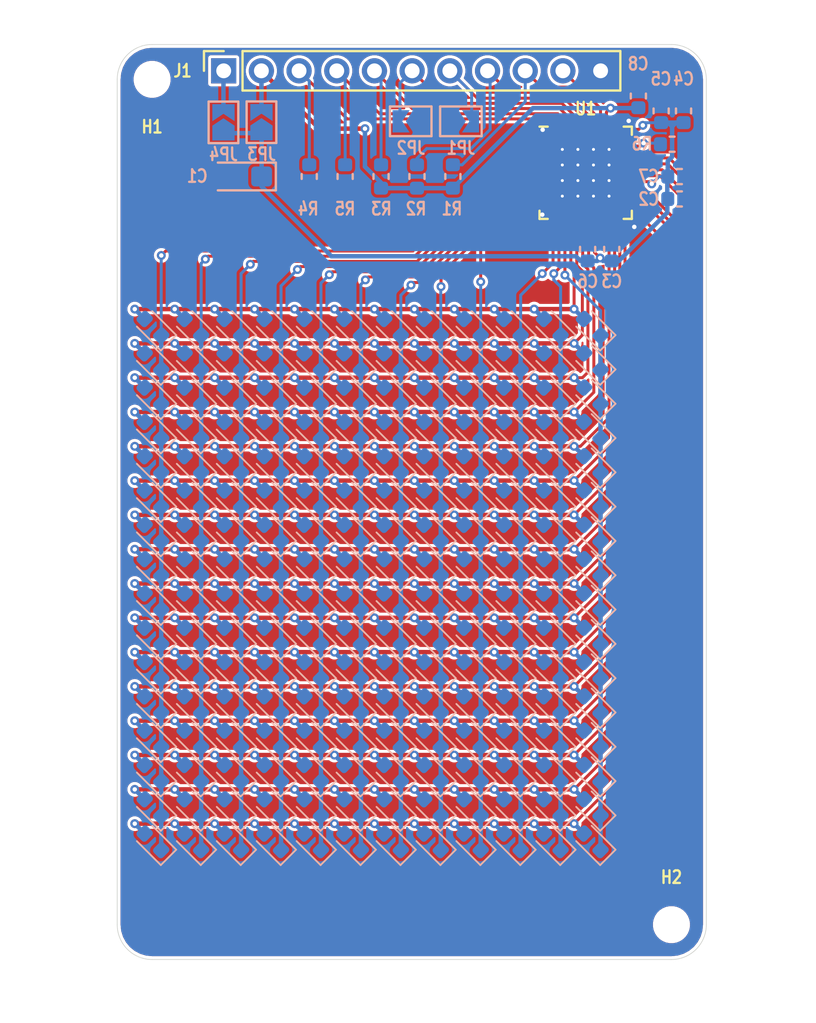
<source format=kicad_pcb>
(kicad_pcb (version 20171130) (host pcbnew "(5.1.5)-3")
  (title_block (title SimpleF303) (date 2020-02-10) (rev 0.1))
  (layers (0 F.Cu mixed) (31 B.Cu mixed) (34 B.Paste user) (35 F.Paste user) (36 B.SilkS user) (37 F.SilkS user) (38 B.Mask user) (39 F.Mask user) (44 Edge.Cuts user))
  (net 0 "")
  (net 1 GND)
  (net 2 +3V3)
  (net 3 +5V)
  (net 4 VCC)
  (net 5 /ADDR1)
  (net 6 /ADDR2)
  (net 7 /IICRST)
  (net 8 /SYNC)
  (net 9 /LED_Array/16)
  (net 10 /LED_Array/15)
  (net 11 /LED_Array/14)
  (net 12 /LED_Array/13)
  (net 13 /LED_Array/12)
  (net 14 /LED_Array/11)
  (net 15 /LED_Array/10)
  (net 16 /LED_Array/9)
  (net 17 /LED_Array/8)
  (net 18 /LED_Array/7)
  (net 19 /LED_Array/6)
  (net 20 /LED_Array/5)
  (net 21 /LED_Array/4)
  (net 22 /LED_Array/3)
  (net 23 /LED_Array/2)
  (net 24 /LED_Array/1)
  (net 25 /LED_Array/L)
  (net 26 /LED_Array/K)
  (net 27 /LED_Array/J)
  (net 28 /LED_Array/I)
  (net 29 /LED_Array/H)
  (net 30 /LED_Array/G)
  (net 31 /LED_Array/F)
  (net 32 /LED_Array/E)
  (net 33 /LED_Array/D)
  (net 34 /LED_Array/C)
  (net 35 /LED_Array/B)
  (net 36 /LED_Array/A)
  (net 37 /INTB)
  (net 38 /SDB)
  (net 39 /SCL)
  (net 40 /SDA)
  (net 41 "Net-(R6-Pad2)")
  (module KiCad:LED_0603_1608Metric_HideText (layer B.Cu) (at 131.537 121.214145 135)
    (fp_text reference D192 hide)
    (fp_text value LED)
    (pad 2 smd roundrect (at 0.7875 0 135) (size 0.875 0.95) (layers B.Cu B.Paste B.Mask) (net 9 /LED_Array/16))
    (pad 1 smd roundrect (at -0.7875 0 135) (size 0.875 0.95) (layers B.Cu B.Paste B.Mask) (net 36 /LED_Array/A))
  )
  (module KiCad:LED_0603_1608Metric_HideText (layer B.Cu) (at 131.537 118.901002 135)
    (fp_text reference D191 hide)
    (fp_text value LED)
    (pad 2 smd roundrect (at 0.7875 0 135) (size 0.875 0.95) (layers B.Cu B.Paste B.Mask) (net 10 /LED_Array/15))
    (pad 1 smd roundrect (at -0.7875 0 135) (size 0.875 0.95) (layers B.Cu B.Paste B.Mask) (net 36 /LED_Array/A))
  )
  (module KiCad:LED_0603_1608Metric_HideText (layer B.Cu) (at 131.537 116.587859 135)
    (fp_text reference D190 hide)
    (fp_text value LED)
    (pad 2 smd roundrect (at 0.7875 0 135) (size 0.875 0.95) (layers B.Cu B.Paste B.Mask) (net 11 /LED_Array/14))
    (pad 1 smd roundrect (at -0.7875 0 135) (size 0.875 0.95) (layers B.Cu B.Paste B.Mask) (net 36 /LED_Array/A))
  )
  (module KiCad:LED_0603_1608Metric_HideText (layer B.Cu) (at 131.537 114.274716 135)
    (fp_text reference D189 hide)
    (fp_text value LED)
    (pad 2 smd roundrect (at 0.7875 0 135) (size 0.875 0.95) (layers B.Cu B.Paste B.Mask) (net 12 /LED_Array/13))
    (pad 1 smd roundrect (at -0.7875 0 135) (size 0.875 0.95) (layers B.Cu B.Paste B.Mask) (net 36 /LED_Array/A))
  )
  (module KiCad:LED_0603_1608Metric_HideText (layer B.Cu) (at 131.537 111.961573 135)
    (fp_text reference D188 hide)
    (fp_text value LED)
    (pad 2 smd roundrect (at 0.7875 0 135) (size 0.875 0.95) (layers B.Cu B.Paste B.Mask) (net 13 /LED_Array/12))
    (pad 1 smd roundrect (at -0.7875 0 135) (size 0.875 0.95) (layers B.Cu B.Paste B.Mask) (net 36 /LED_Array/A))
  )
  (module KiCad:LED_0603_1608Metric_HideText (layer B.Cu) (at 131.537 109.64843 135)
    (fp_text reference D187 hide)
    (fp_text value LED)
    (pad 2 smd roundrect (at 0.7875 0 135) (size 0.875 0.95) (layers B.Cu B.Paste B.Mask) (net 14 /LED_Array/11))
    (pad 1 smd roundrect (at -0.7875 0 135) (size 0.875 0.95) (layers B.Cu B.Paste B.Mask) (net 36 /LED_Array/A))
  )
  (module KiCad:LED_0603_1608Metric_HideText (layer B.Cu) (at 131.537 107.335287 135)
    (fp_text reference D186 hide)
    (fp_text value LED)
    (pad 2 smd roundrect (at 0.7875 0 135) (size 0.875 0.95) (layers B.Cu B.Paste B.Mask) (net 15 /LED_Array/10))
    (pad 1 smd roundrect (at -0.7875 0 135) (size 0.875 0.95) (layers B.Cu B.Paste B.Mask) (net 36 /LED_Array/A))
  )
  (module KiCad:LED_0603_1608Metric_HideText (layer B.Cu) (at 131.537 105.022144 135)
    (fp_text reference D185 hide)
    (fp_text value LED)
    (pad 2 smd roundrect (at 0.7875 0 135) (size 0.875 0.95) (layers B.Cu B.Paste B.Mask) (net 16 /LED_Array/9))
    (pad 1 smd roundrect (at -0.7875 0 135) (size 0.875 0.95) (layers B.Cu B.Paste B.Mask) (net 36 /LED_Array/A))
  )
  (module KiCad:LED_0603_1608Metric_HideText (layer B.Cu) (at 131.537 102.709001 135)
    (fp_text reference D184 hide)
    (fp_text value LED)
    (pad 2 smd roundrect (at 0.7875 0 135) (size 0.875 0.95) (layers B.Cu B.Paste B.Mask) (net 17 /LED_Array/8))
    (pad 1 smd roundrect (at -0.7875 0 135) (size 0.875 0.95) (layers B.Cu B.Paste B.Mask) (net 36 /LED_Array/A))
  )
  (module KiCad:LED_0603_1608Metric_HideText (layer B.Cu) (at 131.537 100.395858 135)
    (fp_text reference D183 hide)
    (fp_text value LED)
    (pad 2 smd roundrect (at 0.7875 0 135) (size 0.875 0.95) (layers B.Cu B.Paste B.Mask) (net 18 /LED_Array/7))
    (pad 1 smd roundrect (at -0.7875 0 135) (size 0.875 0.95) (layers B.Cu B.Paste B.Mask) (net 36 /LED_Array/A))
  )
  (module KiCad:LED_0603_1608Metric_HideText (layer B.Cu) (at 131.537 98.082715 135)
    (fp_text reference D182 hide)
    (fp_text value LED)
    (pad 2 smd roundrect (at 0.7875 0 135) (size 0.875 0.95) (layers B.Cu B.Paste B.Mask) (net 19 /LED_Array/6))
    (pad 1 smd roundrect (at -0.7875 0 135) (size 0.875 0.95) (layers B.Cu B.Paste B.Mask) (net 36 /LED_Array/A))
  )
  (module KiCad:LED_0603_1608Metric_HideText (layer B.Cu) (at 131.537 95.769572 135)
    (fp_text reference D181 hide)
    (fp_text value LED)
    (pad 2 smd roundrect (at 0.7875 0 135) (size 0.875 0.95) (layers B.Cu B.Paste B.Mask) (net 20 /LED_Array/5))
    (pad 1 smd roundrect (at -0.7875 0 135) (size 0.875 0.95) (layers B.Cu B.Paste B.Mask) (net 36 /LED_Array/A))
  )
  (module KiCad:LED_0603_1608Metric_HideText (layer B.Cu) (at 131.537 93.456429 135)
    (fp_text reference D180 hide)
    (fp_text value LED)
    (pad 2 smd roundrect (at 0.7875 0 135) (size 0.875 0.95) (layers B.Cu B.Paste B.Mask) (net 21 /LED_Array/4))
    (pad 1 smd roundrect (at -0.7875 0 135) (size 0.875 0.95) (layers B.Cu B.Paste B.Mask) (net 36 /LED_Array/A))
  )
  (module KiCad:LED_0603_1608Metric_HideText (layer B.Cu) (at 131.537 91.143286 135)
    (fp_text reference D179 hide)
    (fp_text value LED)
    (pad 2 smd roundrect (at 0.7875 0 135) (size 0.875 0.95) (layers B.Cu B.Paste B.Mask) (net 22 /LED_Array/3))
    (pad 1 smd roundrect (at -0.7875 0 135) (size 0.875 0.95) (layers B.Cu B.Paste B.Mask) (net 36 /LED_Array/A))
  )
  (module KiCad:LED_0603_1608Metric_HideText (layer B.Cu) (at 131.537 88.830143 135)
    (fp_text reference D178 hide)
    (fp_text value LED)
    (pad 2 smd roundrect (at 0.7875 0 135) (size 0.875 0.95) (layers B.Cu B.Paste B.Mask) (net 23 /LED_Array/2))
    (pad 1 smd roundrect (at -0.7875 0 135) (size 0.875 0.95) (layers B.Cu B.Paste B.Mask) (net 36 /LED_Array/A))
  )
  (module KiCad:LED_0603_1608Metric_HideText (layer B.Cu) (at 131.537 86.517 135)
    (fp_text reference D177 hide)
    (fp_text value LED)
    (pad 2 smd roundrect (at 0.7875 0 135) (size 0.875 0.95) (layers B.Cu B.Paste B.Mask) (net 24 /LED_Array/1))
    (pad 1 smd roundrect (at -0.7875 0 135) (size 0.875 0.95) (layers B.Cu B.Paste B.Mask) (net 36 /LED_Array/A))
  )
  (module KiCad:LED_0603_1608Metric_HideText (layer B.Cu) (at 134.228559 121.214145 135)
    (fp_text reference D176 hide)
    (fp_text value LED)
    (pad 2 smd roundrect (at 0.7875 0 135) (size 0.875 0.95) (layers B.Cu B.Paste B.Mask) (net 9 /LED_Array/16))
    (pad 1 smd roundrect (at -0.7875 0 135) (size 0.875 0.95) (layers B.Cu B.Paste B.Mask) (net 35 /LED_Array/B))
  )
  (module KiCad:LED_0603_1608Metric_HideText (layer B.Cu) (at 134.228559 118.901002 135)
    (fp_text reference D175 hide)
    (fp_text value LED)
    (pad 2 smd roundrect (at 0.7875 0 135) (size 0.875 0.95) (layers B.Cu B.Paste B.Mask) (net 10 /LED_Array/15))
    (pad 1 smd roundrect (at -0.7875 0 135) (size 0.875 0.95) (layers B.Cu B.Paste B.Mask) (net 35 /LED_Array/B))
  )
  (module KiCad:LED_0603_1608Metric_HideText (layer B.Cu) (at 134.228559 116.587859 135)
    (fp_text reference D174 hide)
    (fp_text value LED)
    (pad 2 smd roundrect (at 0.7875 0 135) (size 0.875 0.95) (layers B.Cu B.Paste B.Mask) (net 11 /LED_Array/14))
    (pad 1 smd roundrect (at -0.7875 0 135) (size 0.875 0.95) (layers B.Cu B.Paste B.Mask) (net 35 /LED_Array/B))
  )
  (module KiCad:LED_0603_1608Metric_HideText (layer B.Cu) (at 134.228559 114.274716 135)
    (fp_text reference D173 hide)
    (fp_text value LED)
    (pad 2 smd roundrect (at 0.7875 0 135) (size 0.875 0.95) (layers B.Cu B.Paste B.Mask) (net 12 /LED_Array/13))
    (pad 1 smd roundrect (at -0.7875 0 135) (size 0.875 0.95) (layers B.Cu B.Paste B.Mask) (net 35 /LED_Array/B))
  )
  (module KiCad:LED_0603_1608Metric_HideText (layer B.Cu) (at 134.228559 111.961573 135)
    (fp_text reference D172 hide)
    (fp_text value LED)
    (pad 2 smd roundrect (at 0.7875 0 135) (size 0.875 0.95) (layers B.Cu B.Paste B.Mask) (net 13 /LED_Array/12))
    (pad 1 smd roundrect (at -0.7875 0 135) (size 0.875 0.95) (layers B.Cu B.Paste B.Mask) (net 35 /LED_Array/B))
  )
  (module KiCad:LED_0603_1608Metric_HideText (layer B.Cu) (at 134.228559 109.64843 135)
    (fp_text reference D171 hide)
    (fp_text value LED)
    (pad 2 smd roundrect (at 0.7875 0 135) (size 0.875 0.95) (layers B.Cu B.Paste B.Mask) (net 14 /LED_Array/11))
    (pad 1 smd roundrect (at -0.7875 0 135) (size 0.875 0.95) (layers B.Cu B.Paste B.Mask) (net 35 /LED_Array/B))
  )
  (module KiCad:LED_0603_1608Metric_HideText (layer B.Cu) (at 134.228559 107.335287 135)
    (fp_text reference D170 hide)
    (fp_text value LED)
    (pad 2 smd roundrect (at 0.7875 0 135) (size 0.875 0.95) (layers B.Cu B.Paste B.Mask) (net 15 /LED_Array/10))
    (pad 1 smd roundrect (at -0.7875 0 135) (size 0.875 0.95) (layers B.Cu B.Paste B.Mask) (net 35 /LED_Array/B))
  )
  (module KiCad:LED_0603_1608Metric_HideText (layer B.Cu) (at 134.228559 105.022144 135)
    (fp_text reference D169 hide)
    (fp_text value LED)
    (pad 2 smd roundrect (at 0.7875 0 135) (size 0.875 0.95) (layers B.Cu B.Paste B.Mask) (net 16 /LED_Array/9))
    (pad 1 smd roundrect (at -0.7875 0 135) (size 0.875 0.95) (layers B.Cu B.Paste B.Mask) (net 35 /LED_Array/B))
  )
  (module KiCad:LED_0603_1608Metric_HideText (layer B.Cu) (at 134.228559 102.709001 135)
    (fp_text reference D168 hide)
    (fp_text value LED)
    (pad 2 smd roundrect (at 0.7875 0 135) (size 0.875 0.95) (layers B.Cu B.Paste B.Mask) (net 17 /LED_Array/8))
    (pad 1 smd roundrect (at -0.7875 0 135) (size 0.875 0.95) (layers B.Cu B.Paste B.Mask) (net 35 /LED_Array/B))
  )
  (module KiCad:LED_0603_1608Metric_HideText (layer B.Cu) (at 134.228559 100.395858 135)
    (fp_text reference D167 hide)
    (fp_text value LED)
    (pad 2 smd roundrect (at 0.7875 0 135) (size 0.875 0.95) (layers B.Cu B.Paste B.Mask) (net 18 /LED_Array/7))
    (pad 1 smd roundrect (at -0.7875 0 135) (size 0.875 0.95) (layers B.Cu B.Paste B.Mask) (net 35 /LED_Array/B))
  )
  (module KiCad:LED_0603_1608Metric_HideText (layer B.Cu) (at 134.228559 98.082715 135)
    (fp_text reference D166 hide)
    (fp_text value LED)
    (pad 2 smd roundrect (at 0.7875 0 135) (size 0.875 0.95) (layers B.Cu B.Paste B.Mask) (net 19 /LED_Array/6))
    (pad 1 smd roundrect (at -0.7875 0 135) (size 0.875 0.95) (layers B.Cu B.Paste B.Mask) (net 35 /LED_Array/B))
  )
  (module KiCad:LED_0603_1608Metric_HideText (layer B.Cu) (at 134.228559 95.769572 135)
    (fp_text reference D165 hide)
    (fp_text value LED)
    (pad 2 smd roundrect (at 0.7875 0 135) (size 0.875 0.95) (layers B.Cu B.Paste B.Mask) (net 20 /LED_Array/5))
    (pad 1 smd roundrect (at -0.7875 0 135) (size 0.875 0.95) (layers B.Cu B.Paste B.Mask) (net 35 /LED_Array/B))
  )
  (module KiCad:LED_0603_1608Metric_HideText (layer B.Cu) (at 134.228559 93.456429 135)
    (fp_text reference D164 hide)
    (fp_text value LED)
    (pad 2 smd roundrect (at 0.7875 0 135) (size 0.875 0.95) (layers B.Cu B.Paste B.Mask) (net 21 /LED_Array/4))
    (pad 1 smd roundrect (at -0.7875 0 135) (size 0.875 0.95) (layers B.Cu B.Paste B.Mask) (net 35 /LED_Array/B))
  )
  (module KiCad:LED_0603_1608Metric_HideText (layer B.Cu) (at 134.228559 91.143286 135)
    (fp_text reference D163 hide)
    (fp_text value LED)
    (pad 2 smd roundrect (at 0.7875 0 135) (size 0.875 0.95) (layers B.Cu B.Paste B.Mask) (net 22 /LED_Array/3))
    (pad 1 smd roundrect (at -0.7875 0 135) (size 0.875 0.95) (layers B.Cu B.Paste B.Mask) (net 35 /LED_Array/B))
  )
  (module KiCad:LED_0603_1608Metric_HideText (layer B.Cu) (at 134.228559 88.830143 135)
    (fp_text reference D162 hide)
    (fp_text value LED)
    (pad 2 smd roundrect (at 0.7875 0 135) (size 0.875 0.95) (layers B.Cu B.Paste B.Mask) (net 23 /LED_Array/2))
    (pad 1 smd roundrect (at -0.7875 0 135) (size 0.875 0.95) (layers B.Cu B.Paste B.Mask) (net 35 /LED_Array/B))
  )
  (module KiCad:LED_0603_1608Metric_HideText (layer B.Cu) (at 134.228559 86.517 135)
    (fp_text reference D161 hide)
    (fp_text value LED)
    (pad 2 smd roundrect (at 0.7875 0 135) (size 0.875 0.95) (layers B.Cu B.Paste B.Mask) (net 24 /LED_Array/1))
    (pad 1 smd roundrect (at -0.7875 0 135) (size 0.875 0.95) (layers B.Cu B.Paste B.Mask) (net 35 /LED_Array/B))
  )
  (module KiCad:LED_0603_1608Metric_HideText (layer B.Cu) (at 136.920118 121.214145 135)
    (fp_text reference D160 hide)
    (fp_text value LED)
    (pad 2 smd roundrect (at 0.7875 0 135) (size 0.875 0.95) (layers B.Cu B.Paste B.Mask) (net 9 /LED_Array/16))
    (pad 1 smd roundrect (at -0.7875 0 135) (size 0.875 0.95) (layers B.Cu B.Paste B.Mask) (net 34 /LED_Array/C))
  )
  (module KiCad:LED_0603_1608Metric_HideText (layer B.Cu) (at 136.920118 118.901002 135)
    (fp_text reference D159 hide)
    (fp_text value LED)
    (pad 2 smd roundrect (at 0.7875 0 135) (size 0.875 0.95) (layers B.Cu B.Paste B.Mask) (net 10 /LED_Array/15))
    (pad 1 smd roundrect (at -0.7875 0 135) (size 0.875 0.95) (layers B.Cu B.Paste B.Mask) (net 34 /LED_Array/C))
  )
  (module KiCad:LED_0603_1608Metric_HideText (layer B.Cu) (at 136.920118 116.587859 135)
    (fp_text reference D158 hide)
    (fp_text value LED)
    (pad 2 smd roundrect (at 0.7875 0 135) (size 0.875 0.95) (layers B.Cu B.Paste B.Mask) (net 11 /LED_Array/14))
    (pad 1 smd roundrect (at -0.7875 0 135) (size 0.875 0.95) (layers B.Cu B.Paste B.Mask) (net 34 /LED_Array/C))
  )
  (module KiCad:LED_0603_1608Metric_HideText (layer B.Cu) (at 136.920118 114.274716 135)
    (fp_text reference D157 hide)
    (fp_text value LED)
    (pad 2 smd roundrect (at 0.7875 0 135) (size 0.875 0.95) (layers B.Cu B.Paste B.Mask) (net 12 /LED_Array/13))
    (pad 1 smd roundrect (at -0.7875 0 135) (size 0.875 0.95) (layers B.Cu B.Paste B.Mask) (net 34 /LED_Array/C))
  )
  (module KiCad:LED_0603_1608Metric_HideText (layer B.Cu) (at 136.920118 111.961573 135)
    (fp_text reference D156 hide)
    (fp_text value LED)
    (pad 2 smd roundrect (at 0.7875 0 135) (size 0.875 0.95) (layers B.Cu B.Paste B.Mask) (net 13 /LED_Array/12))
    (pad 1 smd roundrect (at -0.7875 0 135) (size 0.875 0.95) (layers B.Cu B.Paste B.Mask) (net 34 /LED_Array/C))
  )
  (module KiCad:LED_0603_1608Metric_HideText (layer B.Cu) (at 136.920118 109.64843 135)
    (fp_text reference D155 hide)
    (fp_text value LED)
    (pad 2 smd roundrect (at 0.7875 0 135) (size 0.875 0.95) (layers B.Cu B.Paste B.Mask) (net 14 /LED_Array/11))
    (pad 1 smd roundrect (at -0.7875 0 135) (size 0.875 0.95) (layers B.Cu B.Paste B.Mask) (net 34 /LED_Array/C))
  )
  (module KiCad:LED_0603_1608Metric_HideText (layer B.Cu) (at 136.920118 107.335287 135)
    (fp_text reference D154 hide)
    (fp_text value LED)
    (pad 2 smd roundrect (at 0.7875 0 135) (size 0.875 0.95) (layers B.Cu B.Paste B.Mask) (net 15 /LED_Array/10))
    (pad 1 smd roundrect (at -0.7875 0 135) (size 0.875 0.95) (layers B.Cu B.Paste B.Mask) (net 34 /LED_Array/C))
  )
  (module KiCad:LED_0603_1608Metric_HideText (layer B.Cu) (at 136.920118 105.022144 135)
    (fp_text reference D153 hide)
    (fp_text value LED)
    (pad 2 smd roundrect (at 0.7875 0 135) (size 0.875 0.95) (layers B.Cu B.Paste B.Mask) (net 16 /LED_Array/9))
    (pad 1 smd roundrect (at -0.7875 0 135) (size 0.875 0.95) (layers B.Cu B.Paste B.Mask) (net 34 /LED_Array/C))
  )
  (module KiCad:LED_0603_1608Metric_HideText (layer B.Cu) (at 136.920118 102.709001 135)
    (fp_text reference D152 hide)
    (fp_text value LED)
    (pad 2 smd roundrect (at 0.7875 0 135) (size 0.875 0.95) (layers B.Cu B.Paste B.Mask) (net 17 /LED_Array/8))
    (pad 1 smd roundrect (at -0.7875 0 135) (size 0.875 0.95) (layers B.Cu B.Paste B.Mask) (net 34 /LED_Array/C))
  )
  (module KiCad:LED_0603_1608Metric_HideText (layer B.Cu) (at 136.920118 100.395858 135)
    (fp_text reference D151 hide)
    (fp_text value LED)
    (pad 2 smd roundrect (at 0.7875 0 135) (size 0.875 0.95) (layers B.Cu B.Paste B.Mask) (net 18 /LED_Array/7))
    (pad 1 smd roundrect (at -0.7875 0 135) (size 0.875 0.95) (layers B.Cu B.Paste B.Mask) (net 34 /LED_Array/C))
  )
  (module KiCad:LED_0603_1608Metric_HideText (layer B.Cu) (at 136.920118 98.082715 135)
    (fp_text reference D150 hide)
    (fp_text value LED)
    (pad 2 smd roundrect (at 0.7875 0 135) (size 0.875 0.95) (layers B.Cu B.Paste B.Mask) (net 19 /LED_Array/6))
    (pad 1 smd roundrect (at -0.7875 0 135) (size 0.875 0.95) (layers B.Cu B.Paste B.Mask) (net 34 /LED_Array/C))
  )
  (module KiCad:LED_0603_1608Metric_HideText (layer B.Cu) (at 136.920118 95.769572 135)
    (fp_text reference D149 hide)
    (fp_text value LED)
    (pad 2 smd roundrect (at 0.7875 0 135) (size 0.875 0.95) (layers B.Cu B.Paste B.Mask) (net 20 /LED_Array/5))
    (pad 1 smd roundrect (at -0.7875 0 135) (size 0.875 0.95) (layers B.Cu B.Paste B.Mask) (net 34 /LED_Array/C))
  )
  (module KiCad:LED_0603_1608Metric_HideText (layer B.Cu) (at 136.920118 93.456429 135)
    (fp_text reference D148 hide)
    (fp_text value LED)
    (pad 2 smd roundrect (at 0.7875 0 135) (size 0.875 0.95) (layers B.Cu B.Paste B.Mask) (net 21 /LED_Array/4))
    (pad 1 smd roundrect (at -0.7875 0 135) (size 0.875 0.95) (layers B.Cu B.Paste B.Mask) (net 34 /LED_Array/C))
  )
  (module KiCad:LED_0603_1608Metric_HideText (layer B.Cu) (at 136.920118 91.143286 135)
    (fp_text reference D147 hide)
    (fp_text value LED)
    (pad 2 smd roundrect (at 0.7875 0 135) (size 0.875 0.95) (layers B.Cu B.Paste B.Mask) (net 22 /LED_Array/3))
    (pad 1 smd roundrect (at -0.7875 0 135) (size 0.875 0.95) (layers B.Cu B.Paste B.Mask) (net 34 /LED_Array/C))
  )
  (module KiCad:LED_0603_1608Metric_HideText (layer B.Cu) (at 136.920118 88.830143 135)
    (fp_text reference D146 hide)
    (fp_text value LED)
    (pad 2 smd roundrect (at 0.7875 0 135) (size 0.875 0.95) (layers B.Cu B.Paste B.Mask) (net 23 /LED_Array/2))
    (pad 1 smd roundrect (at -0.7875 0 135) (size 0.875 0.95) (layers B.Cu B.Paste B.Mask) (net 34 /LED_Array/C))
  )
  (module KiCad:LED_0603_1608Metric_HideText (layer B.Cu) (at 136.920118 86.517 135)
    (fp_text reference D145 hide)
    (fp_text value LED)
    (pad 2 smd roundrect (at 0.7875 0 135) (size 0.875 0.95) (layers B.Cu B.Paste B.Mask) (net 24 /LED_Array/1))
    (pad 1 smd roundrect (at -0.7875 0 135) (size 0.875 0.95) (layers B.Cu B.Paste B.Mask) (net 34 /LED_Array/C))
  )
  (module KiCad:LED_0603_1608Metric_HideText (layer B.Cu) (at 139.611677 121.214145 135)
    (fp_text reference D144 hide)
    (fp_text value LED)
    (pad 2 smd roundrect (at 0.7875 0 135) (size 0.875 0.95) (layers B.Cu B.Paste B.Mask) (net 9 /LED_Array/16))
    (pad 1 smd roundrect (at -0.7875 0 135) (size 0.875 0.95) (layers B.Cu B.Paste B.Mask) (net 33 /LED_Array/D))
  )
  (module KiCad:LED_0603_1608Metric_HideText (layer B.Cu) (at 139.611677 118.901002 135)
    (fp_text reference D143 hide)
    (fp_text value LED)
    (pad 2 smd roundrect (at 0.7875 0 135) (size 0.875 0.95) (layers B.Cu B.Paste B.Mask) (net 10 /LED_Array/15))
    (pad 1 smd roundrect (at -0.7875 0 135) (size 0.875 0.95) (layers B.Cu B.Paste B.Mask) (net 33 /LED_Array/D))
  )
  (module KiCad:LED_0603_1608Metric_HideText (layer B.Cu) (at 139.611677 116.587859 135)
    (fp_text reference D142 hide)
    (fp_text value LED)
    (pad 2 smd roundrect (at 0.7875 0 135) (size 0.875 0.95) (layers B.Cu B.Paste B.Mask) (net 11 /LED_Array/14))
    (pad 1 smd roundrect (at -0.7875 0 135) (size 0.875 0.95) (layers B.Cu B.Paste B.Mask) (net 33 /LED_Array/D))
  )
  (module KiCad:LED_0603_1608Metric_HideText (layer B.Cu) (at 139.611677 114.274716 135)
    (fp_text reference D141 hide)
    (fp_text value LED)
    (pad 2 smd roundrect (at 0.7875 0 135) (size 0.875 0.95) (layers B.Cu B.Paste B.Mask) (net 12 /LED_Array/13))
    (pad 1 smd roundrect (at -0.7875 0 135) (size 0.875 0.95) (layers B.Cu B.Paste B.Mask) (net 33 /LED_Array/D))
  )
  (module KiCad:LED_0603_1608Metric_HideText (layer B.Cu) (at 139.611677 111.961573 135)
    (fp_text reference D140 hide)
    (fp_text value LED)
    (pad 2 smd roundrect (at 0.7875 0 135) (size 0.875 0.95) (layers B.Cu B.Paste B.Mask) (net 13 /LED_Array/12))
    (pad 1 smd roundrect (at -0.7875 0 135) (size 0.875 0.95) (layers B.Cu B.Paste B.Mask) (net 33 /LED_Array/D))
  )
  (module KiCad:LED_0603_1608Metric_HideText (layer B.Cu) (at 139.611677 109.64843 135)
    (fp_text reference D139 hide)
    (fp_text value LED)
    (pad 2 smd roundrect (at 0.7875 0 135) (size 0.875 0.95) (layers B.Cu B.Paste B.Mask) (net 14 /LED_Array/11))
    (pad 1 smd roundrect (at -0.7875 0 135) (size 0.875 0.95) (layers B.Cu B.Paste B.Mask) (net 33 /LED_Array/D))
  )
  (module KiCad:LED_0603_1608Metric_HideText (layer B.Cu) (at 139.611677 107.335287 135)
    (fp_text reference D138 hide)
    (fp_text value LED)
    (pad 2 smd roundrect (at 0.7875 0 135) (size 0.875 0.95) (layers B.Cu B.Paste B.Mask) (net 15 /LED_Array/10))
    (pad 1 smd roundrect (at -0.7875 0 135) (size 0.875 0.95) (layers B.Cu B.Paste B.Mask) (net 33 /LED_Array/D))
  )
  (module KiCad:LED_0603_1608Metric_HideText (layer B.Cu) (at 139.611677 105.022144 135)
    (fp_text reference D137 hide)
    (fp_text value LED)
    (pad 2 smd roundrect (at 0.7875 0 135) (size 0.875 0.95) (layers B.Cu B.Paste B.Mask) (net 16 /LED_Array/9))
    (pad 1 smd roundrect (at -0.7875 0 135) (size 0.875 0.95) (layers B.Cu B.Paste B.Mask) (net 33 /LED_Array/D))
  )
  (module KiCad:LED_0603_1608Metric_HideText (layer B.Cu) (at 139.611677 102.709001 135)
    (fp_text reference D136 hide)
    (fp_text value LED)
    (pad 2 smd roundrect (at 0.7875 0 135) (size 0.875 0.95) (layers B.Cu B.Paste B.Mask) (net 17 /LED_Array/8))
    (pad 1 smd roundrect (at -0.7875 0 135) (size 0.875 0.95) (layers B.Cu B.Paste B.Mask) (net 33 /LED_Array/D))
  )
  (module KiCad:LED_0603_1608Metric_HideText (layer B.Cu) (at 139.611677 100.395858 135)
    (fp_text reference D135 hide)
    (fp_text value LED)
    (pad 2 smd roundrect (at 0.7875 0 135) (size 0.875 0.95) (layers B.Cu B.Paste B.Mask) (net 18 /LED_Array/7))
    (pad 1 smd roundrect (at -0.7875 0 135) (size 0.875 0.95) (layers B.Cu B.Paste B.Mask) (net 33 /LED_Array/D))
  )
  (module KiCad:LED_0603_1608Metric_HideText (layer B.Cu) (at 139.611677 98.082715 135)
    (fp_text reference D134 hide)
    (fp_text value LED)
    (pad 2 smd roundrect (at 0.7875 0 135) (size 0.875 0.95) (layers B.Cu B.Paste B.Mask) (net 19 /LED_Array/6))
    (pad 1 smd roundrect (at -0.7875 0 135) (size 0.875 0.95) (layers B.Cu B.Paste B.Mask) (net 33 /LED_Array/D))
  )
  (module KiCad:LED_0603_1608Metric_HideText (layer B.Cu) (at 139.611677 95.769572 135)
    (fp_text reference D133 hide)
    (fp_text value LED)
    (pad 2 smd roundrect (at 0.7875 0 135) (size 0.875 0.95) (layers B.Cu B.Paste B.Mask) (net 20 /LED_Array/5))
    (pad 1 smd roundrect (at -0.7875 0 135) (size 0.875 0.95) (layers B.Cu B.Paste B.Mask) (net 33 /LED_Array/D))
  )
  (module KiCad:LED_0603_1608Metric_HideText (layer B.Cu) (at 139.611677 93.456429 135)
    (fp_text reference D132 hide)
    (fp_text value LED)
    (pad 2 smd roundrect (at 0.7875 0 135) (size 0.875 0.95) (layers B.Cu B.Paste B.Mask) (net 21 /LED_Array/4))
    (pad 1 smd roundrect (at -0.7875 0 135) (size 0.875 0.95) (layers B.Cu B.Paste B.Mask) (net 33 /LED_Array/D))
  )
  (module KiCad:LED_0603_1608Metric_HideText (layer B.Cu) (at 139.611677 91.143286 135)
    (fp_text reference D131 hide)
    (fp_text value LED)
    (pad 2 smd roundrect (at 0.7875 0 135) (size 0.875 0.95) (layers B.Cu B.Paste B.Mask) (net 22 /LED_Array/3))
    (pad 1 smd roundrect (at -0.7875 0 135) (size 0.875 0.95) (layers B.Cu B.Paste B.Mask) (net 33 /LED_Array/D))
  )
  (module KiCad:LED_0603_1608Metric_HideText (layer B.Cu) (at 139.611677 88.830143 135)
    (fp_text reference D130 hide)
    (fp_text value LED)
    (pad 2 smd roundrect (at 0.7875 0 135) (size 0.875 0.95) (layers B.Cu B.Paste B.Mask) (net 23 /LED_Array/2))
    (pad 1 smd roundrect (at -0.7875 0 135) (size 0.875 0.95) (layers B.Cu B.Paste B.Mask) (net 33 /LED_Array/D))
  )
  (module KiCad:LED_0603_1608Metric_HideText (layer B.Cu) (at 139.611677 86.517 135)
    (fp_text reference D129 hide)
    (fp_text value LED)
    (pad 2 smd roundrect (at 0.7875 0 135) (size 0.875 0.95) (layers B.Cu B.Paste B.Mask) (net 24 /LED_Array/1))
    (pad 1 smd roundrect (at -0.7875 0 135) (size 0.875 0.95) (layers B.Cu B.Paste B.Mask) (net 33 /LED_Array/D))
  )
  (module KiCad:LED_0603_1608Metric_HideText (layer B.Cu) (at 142.303236 121.214145 135)
    (fp_text reference D128 hide)
    (fp_text value LED)
    (pad 2 smd roundrect (at 0.7875 0 135) (size 0.875 0.95) (layers B.Cu B.Paste B.Mask) (net 9 /LED_Array/16))
    (pad 1 smd roundrect (at -0.7875 0 135) (size 0.875 0.95) (layers B.Cu B.Paste B.Mask) (net 32 /LED_Array/E))
  )
  (module KiCad:LED_0603_1608Metric_HideText (layer B.Cu) (at 142.303236 118.901002 135)
    (fp_text reference D127 hide)
    (fp_text value LED)
    (pad 2 smd roundrect (at 0.7875 0 135) (size 0.875 0.95) (layers B.Cu B.Paste B.Mask) (net 10 /LED_Array/15))
    (pad 1 smd roundrect (at -0.7875 0 135) (size 0.875 0.95) (layers B.Cu B.Paste B.Mask) (net 32 /LED_Array/E))
  )
  (module KiCad:LED_0603_1608Metric_HideText (layer B.Cu) (at 142.303236 116.587859 135)
    (fp_text reference D126 hide)
    (fp_text value LED)
    (pad 2 smd roundrect (at 0.7875 0 135) (size 0.875 0.95) (layers B.Cu B.Paste B.Mask) (net 11 /LED_Array/14))
    (pad 1 smd roundrect (at -0.7875 0 135) (size 0.875 0.95) (layers B.Cu B.Paste B.Mask) (net 32 /LED_Array/E))
  )
  (module KiCad:LED_0603_1608Metric_HideText (layer B.Cu) (at 142.303236 114.274716 135)
    (fp_text reference D125 hide)
    (fp_text value LED)
    (pad 2 smd roundrect (at 0.7875 0 135) (size 0.875 0.95) (layers B.Cu B.Paste B.Mask) (net 12 /LED_Array/13))
    (pad 1 smd roundrect (at -0.7875 0 135) (size 0.875 0.95) (layers B.Cu B.Paste B.Mask) (net 32 /LED_Array/E))
  )
  (module KiCad:LED_0603_1608Metric_HideText (layer B.Cu) (at 142.303236 111.961573 135)
    (fp_text reference D124 hide)
    (fp_text value LED)
    (pad 2 smd roundrect (at 0.7875 0 135) (size 0.875 0.95) (layers B.Cu B.Paste B.Mask) (net 13 /LED_Array/12))
    (pad 1 smd roundrect (at -0.7875 0 135) (size 0.875 0.95) (layers B.Cu B.Paste B.Mask) (net 32 /LED_Array/E))
  )
  (module KiCad:LED_0603_1608Metric_HideText (layer B.Cu) (at 142.303236 109.64843 135)
    (fp_text reference D123 hide)
    (fp_text value LED)
    (pad 2 smd roundrect (at 0.7875 0 135) (size 0.875 0.95) (layers B.Cu B.Paste B.Mask) (net 14 /LED_Array/11))
    (pad 1 smd roundrect (at -0.7875 0 135) (size 0.875 0.95) (layers B.Cu B.Paste B.Mask) (net 32 /LED_Array/E))
  )
  (module KiCad:LED_0603_1608Metric_HideText (layer B.Cu) (at 142.303236 107.335287 135)
    (fp_text reference D122 hide)
    (fp_text value LED)
    (pad 2 smd roundrect (at 0.7875 0 135) (size 0.875 0.95) (layers B.Cu B.Paste B.Mask) (net 15 /LED_Array/10))
    (pad 1 smd roundrect (at -0.7875 0 135) (size 0.875 0.95) (layers B.Cu B.Paste B.Mask) (net 32 /LED_Array/E))
  )
  (module KiCad:LED_0603_1608Metric_HideText (layer B.Cu) (at 142.303236 105.022144 135)
    (fp_text reference D121 hide)
    (fp_text value LED)
    (pad 2 smd roundrect (at 0.7875 0 135) (size 0.875 0.95) (layers B.Cu B.Paste B.Mask) (net 16 /LED_Array/9))
    (pad 1 smd roundrect (at -0.7875 0 135) (size 0.875 0.95) (layers B.Cu B.Paste B.Mask) (net 32 /LED_Array/E))
  )
  (module KiCad:LED_0603_1608Metric_HideText (layer B.Cu) (at 142.303236 102.709001 135)
    (fp_text reference D120 hide)
    (fp_text value LED)
    (pad 2 smd roundrect (at 0.7875 0 135) (size 0.875 0.95) (layers B.Cu B.Paste B.Mask) (net 17 /LED_Array/8))
    (pad 1 smd roundrect (at -0.7875 0 135) (size 0.875 0.95) (layers B.Cu B.Paste B.Mask) (net 32 /LED_Array/E))
  )
  (module KiCad:LED_0603_1608Metric_HideText (layer B.Cu) (at 142.303236 100.395858 135)
    (fp_text reference D119 hide)
    (fp_text value LED)
    (pad 2 smd roundrect (at 0.7875 0 135) (size 0.875 0.95) (layers B.Cu B.Paste B.Mask) (net 18 /LED_Array/7))
    (pad 1 smd roundrect (at -0.7875 0 135) (size 0.875 0.95) (layers B.Cu B.Paste B.Mask) (net 32 /LED_Array/E))
  )
  (module KiCad:LED_0603_1608Metric_HideText (layer B.Cu) (at 142.303236 98.082715 135)
    (fp_text reference D118 hide)
    (fp_text value LED)
    (pad 2 smd roundrect (at 0.7875 0 135) (size 0.875 0.95) (layers B.Cu B.Paste B.Mask) (net 19 /LED_Array/6))
    (pad 1 smd roundrect (at -0.7875 0 135) (size 0.875 0.95) (layers B.Cu B.Paste B.Mask) (net 32 /LED_Array/E))
  )
  (module KiCad:LED_0603_1608Metric_HideText (layer B.Cu) (at 142.303236 95.769572 135)
    (fp_text reference D117 hide)
    (fp_text value LED)
    (pad 2 smd roundrect (at 0.7875 0 135) (size 0.875 0.95) (layers B.Cu B.Paste B.Mask) (net 20 /LED_Array/5))
    (pad 1 smd roundrect (at -0.7875 0 135) (size 0.875 0.95) (layers B.Cu B.Paste B.Mask) (net 32 /LED_Array/E))
  )
  (module KiCad:LED_0603_1608Metric_HideText (layer B.Cu) (at 142.303236 93.456429 135)
    (fp_text reference D116 hide)
    (fp_text value LED)
    (pad 2 smd roundrect (at 0.7875 0 135) (size 0.875 0.95) (layers B.Cu B.Paste B.Mask) (net 21 /LED_Array/4))
    (pad 1 smd roundrect (at -0.7875 0 135) (size 0.875 0.95) (layers B.Cu B.Paste B.Mask) (net 32 /LED_Array/E))
  )
  (module KiCad:LED_0603_1608Metric_HideText (layer B.Cu) (at 142.303236 91.143286 135)
    (fp_text reference D115 hide)
    (fp_text value LED)
    (pad 2 smd roundrect (at 0.7875 0 135) (size 0.875 0.95) (layers B.Cu B.Paste B.Mask) (net 22 /LED_Array/3))
    (pad 1 smd roundrect (at -0.7875 0 135) (size 0.875 0.95) (layers B.Cu B.Paste B.Mask) (net 32 /LED_Array/E))
  )
  (module KiCad:LED_0603_1608Metric_HideText (layer B.Cu) (at 142.303236 88.830143 135)
    (fp_text reference D114 hide)
    (fp_text value LED)
    (pad 2 smd roundrect (at 0.7875 0 135) (size 0.875 0.95) (layers B.Cu B.Paste B.Mask) (net 23 /LED_Array/2))
    (pad 1 smd roundrect (at -0.7875 0 135) (size 0.875 0.95) (layers B.Cu B.Paste B.Mask) (net 32 /LED_Array/E))
  )
  (module KiCad:LED_0603_1608Metric_HideText (layer B.Cu) (at 142.303236 86.517 135)
    (fp_text reference D113 hide)
    (fp_text value LED)
    (pad 2 smd roundrect (at 0.7875 0 135) (size 0.875 0.95) (layers B.Cu B.Paste B.Mask) (net 24 /LED_Array/1))
    (pad 1 smd roundrect (at -0.7875 0 135) (size 0.875 0.95) (layers B.Cu B.Paste B.Mask) (net 32 /LED_Array/E))
  )
  (module KiCad:LED_0603_1608Metric_HideText (layer B.Cu) (at 144.994795 121.214145 135)
    (fp_text reference D112 hide)
    (fp_text value LED)
    (pad 2 smd roundrect (at 0.7875 0 135) (size 0.875 0.95) (layers B.Cu B.Paste B.Mask) (net 9 /LED_Array/16))
    (pad 1 smd roundrect (at -0.7875 0 135) (size 0.875 0.95) (layers B.Cu B.Paste B.Mask) (net 31 /LED_Array/F))
  )
  (module KiCad:LED_0603_1608Metric_HideText (layer B.Cu) (at 144.994795 118.901002 135)
    (fp_text reference D111 hide)
    (fp_text value LED)
    (pad 2 smd roundrect (at 0.7875 0 135) (size 0.875 0.95) (layers B.Cu B.Paste B.Mask) (net 10 /LED_Array/15))
    (pad 1 smd roundrect (at -0.7875 0 135) (size 0.875 0.95) (layers B.Cu B.Paste B.Mask) (net 31 /LED_Array/F))
  )
  (module KiCad:LED_0603_1608Metric_HideText (layer B.Cu) (at 144.994795 116.587859 135)
    (fp_text reference D110 hide)
    (fp_text value LED)
    (pad 2 smd roundrect (at 0.7875 0 135) (size 0.875 0.95) (layers B.Cu B.Paste B.Mask) (net 11 /LED_Array/14))
    (pad 1 smd roundrect (at -0.7875 0 135) (size 0.875 0.95) (layers B.Cu B.Paste B.Mask) (net 31 /LED_Array/F))
  )
  (module KiCad:LED_0603_1608Metric_HideText (layer B.Cu) (at 144.994795 114.274716 135)
    (fp_text reference D109 hide)
    (fp_text value LED)
    (pad 2 smd roundrect (at 0.7875 0 135) (size 0.875 0.95) (layers B.Cu B.Paste B.Mask) (net 12 /LED_Array/13))
    (pad 1 smd roundrect (at -0.7875 0 135) (size 0.875 0.95) (layers B.Cu B.Paste B.Mask) (net 31 /LED_Array/F))
  )
  (module KiCad:LED_0603_1608Metric_HideText (layer B.Cu) (at 144.994795 111.961573 135)
    (fp_text reference D108 hide)
    (fp_text value LED)
    (pad 2 smd roundrect (at 0.7875 0 135) (size 0.875 0.95) (layers B.Cu B.Paste B.Mask) (net 13 /LED_Array/12))
    (pad 1 smd roundrect (at -0.7875 0 135) (size 0.875 0.95) (layers B.Cu B.Paste B.Mask) (net 31 /LED_Array/F))
  )
  (module KiCad:LED_0603_1608Metric_HideText (layer B.Cu) (at 144.994795 109.64843 135)
    (fp_text reference D107 hide)
    (fp_text value LED)
    (pad 2 smd roundrect (at 0.7875 0 135) (size 0.875 0.95) (layers B.Cu B.Paste B.Mask) (net 14 /LED_Array/11))
    (pad 1 smd roundrect (at -0.7875 0 135) (size 0.875 0.95) (layers B.Cu B.Paste B.Mask) (net 31 /LED_Array/F))
  )
  (module KiCad:LED_0603_1608Metric_HideText (layer B.Cu) (at 144.994795 107.335287 135)
    (fp_text reference D106 hide)
    (fp_text value LED)
    (pad 2 smd roundrect (at 0.7875 0 135) (size 0.875 0.95) (layers B.Cu B.Paste B.Mask) (net 15 /LED_Array/10))
    (pad 1 smd roundrect (at -0.7875 0 135) (size 0.875 0.95) (layers B.Cu B.Paste B.Mask) (net 31 /LED_Array/F))
  )
  (module KiCad:LED_0603_1608Metric_HideText (layer B.Cu) (at 144.994795 105.022144 135)
    (fp_text reference D105 hide)
    (fp_text value LED)
    (pad 2 smd roundrect (at 0.7875 0 135) (size 0.875 0.95) (layers B.Cu B.Paste B.Mask) (net 16 /LED_Array/9))
    (pad 1 smd roundrect (at -0.7875 0 135) (size 0.875 0.95) (layers B.Cu B.Paste B.Mask) (net 31 /LED_Array/F))
  )
  (module KiCad:LED_0603_1608Metric_HideText (layer B.Cu) (at 144.994795 102.709001 135)
    (fp_text reference D104 hide)
    (fp_text value LED)
    (pad 2 smd roundrect (at 0.7875 0 135) (size 0.875 0.95) (layers B.Cu B.Paste B.Mask) (net 17 /LED_Array/8))
    (pad 1 smd roundrect (at -0.7875 0 135) (size 0.875 0.95) (layers B.Cu B.Paste B.Mask) (net 31 /LED_Array/F))
  )
  (module KiCad:LED_0603_1608Metric_HideText (layer B.Cu) (at 144.994795 100.395858 135)
    (fp_text reference D103 hide)
    (fp_text value LED)
    (pad 2 smd roundrect (at 0.7875 0 135) (size 0.875 0.95) (layers B.Cu B.Paste B.Mask) (net 18 /LED_Array/7))
    (pad 1 smd roundrect (at -0.7875 0 135) (size 0.875 0.95) (layers B.Cu B.Paste B.Mask) (net 31 /LED_Array/F))
  )
  (module KiCad:LED_0603_1608Metric_HideText (layer B.Cu) (at 144.994795 98.082715 135)
    (fp_text reference D102 hide)
    (fp_text value LED)
    (pad 2 smd roundrect (at 0.7875 0 135) (size 0.875 0.95) (layers B.Cu B.Paste B.Mask) (net 19 /LED_Array/6))
    (pad 1 smd roundrect (at -0.7875 0 135) (size 0.875 0.95) (layers B.Cu B.Paste B.Mask) (net 31 /LED_Array/F))
  )
  (module KiCad:LED_0603_1608Metric_HideText (layer B.Cu) (at 144.994795 95.769572 135)
    (fp_text reference D101 hide)
    (fp_text value LED)
    (pad 2 smd roundrect (at 0.7875 0 135) (size 0.875 0.95) (layers B.Cu B.Paste B.Mask) (net 20 /LED_Array/5))
    (pad 1 smd roundrect (at -0.7875 0 135) (size 0.875 0.95) (layers B.Cu B.Paste B.Mask) (net 31 /LED_Array/F))
  )
  (module KiCad:LED_0603_1608Metric_HideText (layer B.Cu) (at 144.994795 93.456429 135)
    (fp_text reference D100 hide)
    (fp_text value LED)
    (pad 2 smd roundrect (at 0.7875 0 135) (size 0.875 0.95) (layers B.Cu B.Paste B.Mask) (net 21 /LED_Array/4))
    (pad 1 smd roundrect (at -0.7875 0 135) (size 0.875 0.95) (layers B.Cu B.Paste B.Mask) (net 31 /LED_Array/F))
  )
  (module KiCad:LED_0603_1608Metric_HideText (layer B.Cu) (at 144.994795 91.143286 135)
    (fp_text reference D99 hide)
    (fp_text value LED)
    (pad 2 smd roundrect (at 0.7875 0 135) (size 0.875 0.95) (layers B.Cu B.Paste B.Mask) (net 22 /LED_Array/3))
    (pad 1 smd roundrect (at -0.7875 0 135) (size 0.875 0.95) (layers B.Cu B.Paste B.Mask) (net 31 /LED_Array/F))
  )
  (module KiCad:LED_0603_1608Metric_HideText (layer B.Cu) (at 144.994795 88.830143 135)
    (fp_text reference D98 hide)
    (fp_text value LED)
    (pad 2 smd roundrect (at 0.7875 0 135) (size 0.875 0.95) (layers B.Cu B.Paste B.Mask) (net 23 /LED_Array/2))
    (pad 1 smd roundrect (at -0.7875 0 135) (size 0.875 0.95) (layers B.Cu B.Paste B.Mask) (net 31 /LED_Array/F))
  )
  (module KiCad:LED_0603_1608Metric_HideText (layer B.Cu) (at 144.994795 86.517 135)
    (fp_text reference D97 hide)
    (fp_text value LED)
    (pad 2 smd roundrect (at 0.7875 0 135) (size 0.875 0.95) (layers B.Cu B.Paste B.Mask) (net 24 /LED_Array/1))
    (pad 1 smd roundrect (at -0.7875 0 135) (size 0.875 0.95) (layers B.Cu B.Paste B.Mask) (net 31 /LED_Array/F))
  )
  (module KiCad:LED_0603_1608Metric_HideText (layer B.Cu) (at 147.686354 121.214145 135)
    (fp_text reference D96 hide)
    (fp_text value LED)
    (pad 2 smd roundrect (at 0.7875 0 135) (size 0.875 0.95) (layers B.Cu B.Paste B.Mask) (net 9 /LED_Array/16))
    (pad 1 smd roundrect (at -0.7875 0 135) (size 0.875 0.95) (layers B.Cu B.Paste B.Mask) (net 30 /LED_Array/G))
  )
  (module KiCad:LED_0603_1608Metric_HideText (layer B.Cu) (at 147.686354 118.901002 135)
    (fp_text reference D95 hide)
    (fp_text value LED)
    (pad 2 smd roundrect (at 0.7875 0 135) (size 0.875 0.95) (layers B.Cu B.Paste B.Mask) (net 10 /LED_Array/15))
    (pad 1 smd roundrect (at -0.7875 0 135) (size 0.875 0.95) (layers B.Cu B.Paste B.Mask) (net 30 /LED_Array/G))
  )
  (module KiCad:LED_0603_1608Metric_HideText (layer B.Cu) (at 147.686354 116.587859 135)
    (fp_text reference D94 hide)
    (fp_text value LED)
    (pad 2 smd roundrect (at 0.7875 0 135) (size 0.875 0.95) (layers B.Cu B.Paste B.Mask) (net 11 /LED_Array/14))
    (pad 1 smd roundrect (at -0.7875 0 135) (size 0.875 0.95) (layers B.Cu B.Paste B.Mask) (net 30 /LED_Array/G))
  )
  (module KiCad:LED_0603_1608Metric_HideText (layer B.Cu) (at 147.686354 114.274716 135)
    (fp_text reference D93 hide)
    (fp_text value LED)
    (pad 2 smd roundrect (at 0.7875 0 135) (size 0.875 0.95) (layers B.Cu B.Paste B.Mask) (net 12 /LED_Array/13))
    (pad 1 smd roundrect (at -0.7875 0 135) (size 0.875 0.95) (layers B.Cu B.Paste B.Mask) (net 30 /LED_Array/G))
  )
  (module KiCad:LED_0603_1608Metric_HideText (layer B.Cu) (at 147.686354 111.961573 135)
    (fp_text reference D92 hide)
    (fp_text value LED)
    (pad 2 smd roundrect (at 0.7875 0 135) (size 0.875 0.95) (layers B.Cu B.Paste B.Mask) (net 13 /LED_Array/12))
    (pad 1 smd roundrect (at -0.7875 0 135) (size 0.875 0.95) (layers B.Cu B.Paste B.Mask) (net 30 /LED_Array/G))
  )
  (module KiCad:LED_0603_1608Metric_HideText (layer B.Cu) (at 147.686354 109.64843 135)
    (fp_text reference D91 hide)
    (fp_text value LED)
    (pad 2 smd roundrect (at 0.7875 0 135) (size 0.875 0.95) (layers B.Cu B.Paste B.Mask) (net 14 /LED_Array/11))
    (pad 1 smd roundrect (at -0.7875 0 135) (size 0.875 0.95) (layers B.Cu B.Paste B.Mask) (net 30 /LED_Array/G))
  )
  (module KiCad:LED_0603_1608Metric_HideText (layer B.Cu) (at 147.686354 107.335287 135)
    (fp_text reference D90 hide)
    (fp_text value LED)
    (pad 2 smd roundrect (at 0.7875 0 135) (size 0.875 0.95) (layers B.Cu B.Paste B.Mask) (net 15 /LED_Array/10))
    (pad 1 smd roundrect (at -0.7875 0 135) (size 0.875 0.95) (layers B.Cu B.Paste B.Mask) (net 30 /LED_Array/G))
  )
  (module KiCad:LED_0603_1608Metric_HideText (layer B.Cu) (at 147.686354 105.022144 135)
    (fp_text reference D89 hide)
    (fp_text value LED)
    (pad 2 smd roundrect (at 0.7875 0 135) (size 0.875 0.95) (layers B.Cu B.Paste B.Mask) (net 16 /LED_Array/9))
    (pad 1 smd roundrect (at -0.7875 0 135) (size 0.875 0.95) (layers B.Cu B.Paste B.Mask) (net 30 /LED_Array/G))
  )
  (module KiCad:LED_0603_1608Metric_HideText (layer B.Cu) (at 147.686354 102.709001 135)
    (fp_text reference D88 hide)
    (fp_text value LED)
    (pad 2 smd roundrect (at 0.7875 0 135) (size 0.875 0.95) (layers B.Cu B.Paste B.Mask) (net 17 /LED_Array/8))
    (pad 1 smd roundrect (at -0.7875 0 135) (size 0.875 0.95) (layers B.Cu B.Paste B.Mask) (net 30 /LED_Array/G))
  )
  (module KiCad:LED_0603_1608Metric_HideText (layer B.Cu) (at 147.686354 100.395858 135)
    (fp_text reference D87 hide)
    (fp_text value LED)
    (pad 2 smd roundrect (at 0.7875 0 135) (size 0.875 0.95) (layers B.Cu B.Paste B.Mask) (net 18 /LED_Array/7))
    (pad 1 smd roundrect (at -0.7875 0 135) (size 0.875 0.95) (layers B.Cu B.Paste B.Mask) (net 30 /LED_Array/G))
  )
  (module KiCad:LED_0603_1608Metric_HideText (layer B.Cu) (at 147.686354 98.082715 135)
    (fp_text reference D86 hide)
    (fp_text value LED)
    (pad 2 smd roundrect (at 0.7875 0 135) (size 0.875 0.95) (layers B.Cu B.Paste B.Mask) (net 19 /LED_Array/6))
    (pad 1 smd roundrect (at -0.7875 0 135) (size 0.875 0.95) (layers B.Cu B.Paste B.Mask) (net 30 /LED_Array/G))
  )
  (module KiCad:LED_0603_1608Metric_HideText (layer B.Cu) (at 147.686354 95.769572 135)
    (fp_text reference D85 hide)
    (fp_text value LED)
    (pad 2 smd roundrect (at 0.7875 0 135) (size 0.875 0.95) (layers B.Cu B.Paste B.Mask) (net 20 /LED_Array/5))
    (pad 1 smd roundrect (at -0.7875 0 135) (size 0.875 0.95) (layers B.Cu B.Paste B.Mask) (net 30 /LED_Array/G))
  )
  (module KiCad:LED_0603_1608Metric_HideText (layer B.Cu) (at 147.686354 93.456429 135)
    (fp_text reference D84 hide)
    (fp_text value LED)
    (pad 2 smd roundrect (at 0.7875 0 135) (size 0.875 0.95) (layers B.Cu B.Paste B.Mask) (net 21 /LED_Array/4))
    (pad 1 smd roundrect (at -0.7875 0 135) (size 0.875 0.95) (layers B.Cu B.Paste B.Mask) (net 30 /LED_Array/G))
  )
  (module KiCad:LED_0603_1608Metric_HideText (layer B.Cu) (at 147.686354 91.143286 135)
    (fp_text reference D83 hide)
    (fp_text value LED)
    (pad 2 smd roundrect (at 0.7875 0 135) (size 0.875 0.95) (layers B.Cu B.Paste B.Mask) (net 22 /LED_Array/3))
    (pad 1 smd roundrect (at -0.7875 0 135) (size 0.875 0.95) (layers B.Cu B.Paste B.Mask) (net 30 /LED_Array/G))
  )
  (module KiCad:LED_0603_1608Metric_HideText (layer B.Cu) (at 147.686354 88.830143 135)
    (fp_text reference D82 hide)
    (fp_text value LED)
    (pad 2 smd roundrect (at 0.7875 0 135) (size 0.875 0.95) (layers B.Cu B.Paste B.Mask) (net 23 /LED_Array/2))
    (pad 1 smd roundrect (at -0.7875 0 135) (size 0.875 0.95) (layers B.Cu B.Paste B.Mask) (net 30 /LED_Array/G))
  )
  (module KiCad:LED_0603_1608Metric_HideText (layer B.Cu) (at 147.686354 86.517 135)
    (fp_text reference D81 hide)
    (fp_text value LED)
    (pad 2 smd roundrect (at 0.7875 0 135) (size 0.875 0.95) (layers B.Cu B.Paste B.Mask) (net 24 /LED_Array/1))
    (pad 1 smd roundrect (at -0.7875 0 135) (size 0.875 0.95) (layers B.Cu B.Paste B.Mask) (net 30 /LED_Array/G))
  )
  (module KiCad:LED_0603_1608Metric_HideText (layer B.Cu) (at 150.377913 121.214145 135)
    (fp_text reference D80 hide)
    (fp_text value LED)
    (pad 2 smd roundrect (at 0.7875 0 135) (size 0.875 0.95) (layers B.Cu B.Paste B.Mask) (net 9 /LED_Array/16))
    (pad 1 smd roundrect (at -0.7875 0 135) (size 0.875 0.95) (layers B.Cu B.Paste B.Mask) (net 29 /LED_Array/H))
  )
  (module KiCad:LED_0603_1608Metric_HideText (layer B.Cu) (at 150.377913 118.901002 135)
    (fp_text reference D79 hide)
    (fp_text value LED)
    (pad 2 smd roundrect (at 0.7875 0 135) (size 0.875 0.95) (layers B.Cu B.Paste B.Mask) (net 10 /LED_Array/15))
    (pad 1 smd roundrect (at -0.7875 0 135) (size 0.875 0.95) (layers B.Cu B.Paste B.Mask) (net 29 /LED_Array/H))
  )
  (module KiCad:LED_0603_1608Metric_HideText (layer B.Cu) (at 150.377913 116.587859 135)
    (fp_text reference D78 hide)
    (fp_text value LED)
    (pad 2 smd roundrect (at 0.7875 0 135) (size 0.875 0.95) (layers B.Cu B.Paste B.Mask) (net 11 /LED_Array/14))
    (pad 1 smd roundrect (at -0.7875 0 135) (size 0.875 0.95) (layers B.Cu B.Paste B.Mask) (net 29 /LED_Array/H))
  )
  (module KiCad:LED_0603_1608Metric_HideText (layer B.Cu) (at 150.377913 114.274716 135)
    (fp_text reference D77 hide)
    (fp_text value LED)
    (pad 2 smd roundrect (at 0.7875 0 135) (size 0.875 0.95) (layers B.Cu B.Paste B.Mask) (net 12 /LED_Array/13))
    (pad 1 smd roundrect (at -0.7875 0 135) (size 0.875 0.95) (layers B.Cu B.Paste B.Mask) (net 29 /LED_Array/H))
  )
  (module KiCad:LED_0603_1608Metric_HideText (layer B.Cu) (at 150.377913 111.961573 135)
    (fp_text reference D76 hide)
    (fp_text value LED)
    (pad 2 smd roundrect (at 0.7875 0 135) (size 0.875 0.95) (layers B.Cu B.Paste B.Mask) (net 13 /LED_Array/12))
    (pad 1 smd roundrect (at -0.7875 0 135) (size 0.875 0.95) (layers B.Cu B.Paste B.Mask) (net 29 /LED_Array/H))
  )
  (module KiCad:LED_0603_1608Metric_HideText (layer B.Cu) (at 150.377913 109.64843 135)
    (fp_text reference D75 hide)
    (fp_text value LED)
    (pad 2 smd roundrect (at 0.7875 0 135) (size 0.875 0.95) (layers B.Cu B.Paste B.Mask) (net 14 /LED_Array/11))
    (pad 1 smd roundrect (at -0.7875 0 135) (size 0.875 0.95) (layers B.Cu B.Paste B.Mask) (net 29 /LED_Array/H))
  )
  (module KiCad:LED_0603_1608Metric_HideText (layer B.Cu) (at 150.377913 107.335287 135)
    (fp_text reference D74 hide)
    (fp_text value LED)
    (pad 2 smd roundrect (at 0.7875 0 135) (size 0.875 0.95) (layers B.Cu B.Paste B.Mask) (net 15 /LED_Array/10))
    (pad 1 smd roundrect (at -0.7875 0 135) (size 0.875 0.95) (layers B.Cu B.Paste B.Mask) (net 29 /LED_Array/H))
  )
  (module KiCad:LED_0603_1608Metric_HideText (layer B.Cu) (at 150.377913 105.022144 135)
    (fp_text reference D73 hide)
    (fp_text value LED)
    (pad 2 smd roundrect (at 0.7875 0 135) (size 0.875 0.95) (layers B.Cu B.Paste B.Mask) (net 16 /LED_Array/9))
    (pad 1 smd roundrect (at -0.7875 0 135) (size 0.875 0.95) (layers B.Cu B.Paste B.Mask) (net 29 /LED_Array/H))
  )
  (module KiCad:LED_0603_1608Metric_HideText (layer B.Cu) (at 150.377913 102.709001 135)
    (fp_text reference D72 hide)
    (fp_text value LED)
    (pad 2 smd roundrect (at 0.7875 0 135) (size 0.875 0.95) (layers B.Cu B.Paste B.Mask) (net 17 /LED_Array/8))
    (pad 1 smd roundrect (at -0.7875 0 135) (size 0.875 0.95) (layers B.Cu B.Paste B.Mask) (net 29 /LED_Array/H))
  )
  (module KiCad:LED_0603_1608Metric_HideText (layer B.Cu) (at 150.377913 100.395858 135)
    (fp_text reference D71 hide)
    (fp_text value LED)
    (pad 2 smd roundrect (at 0.7875 0 135) (size 0.875 0.95) (layers B.Cu B.Paste B.Mask) (net 18 /LED_Array/7))
    (pad 1 smd roundrect (at -0.7875 0 135) (size 0.875 0.95) (layers B.Cu B.Paste B.Mask) (net 29 /LED_Array/H))
  )
  (module KiCad:LED_0603_1608Metric_HideText (layer B.Cu) (at 150.377913 98.082715 135)
    (fp_text reference D70 hide)
    (fp_text value LED)
    (pad 2 smd roundrect (at 0.7875 0 135) (size 0.875 0.95) (layers B.Cu B.Paste B.Mask) (net 19 /LED_Array/6))
    (pad 1 smd roundrect (at -0.7875 0 135) (size 0.875 0.95) (layers B.Cu B.Paste B.Mask) (net 29 /LED_Array/H))
  )
  (module KiCad:LED_0603_1608Metric_HideText (layer B.Cu) (at 150.377913 95.769572 135)
    (fp_text reference D69 hide)
    (fp_text value LED)
    (pad 2 smd roundrect (at 0.7875 0 135) (size 0.875 0.95) (layers B.Cu B.Paste B.Mask) (net 20 /LED_Array/5))
    (pad 1 smd roundrect (at -0.7875 0 135) (size 0.875 0.95) (layers B.Cu B.Paste B.Mask) (net 29 /LED_Array/H))
  )
  (module KiCad:LED_0603_1608Metric_HideText (layer B.Cu) (at 150.377913 93.456429 135)
    (fp_text reference D68 hide)
    (fp_text value LED)
    (pad 2 smd roundrect (at 0.7875 0 135) (size 0.875 0.95) (layers B.Cu B.Paste B.Mask) (net 21 /LED_Array/4))
    (pad 1 smd roundrect (at -0.7875 0 135) (size 0.875 0.95) (layers B.Cu B.Paste B.Mask) (net 29 /LED_Array/H))
  )
  (module KiCad:LED_0603_1608Metric_HideText (layer B.Cu) (at 150.377913 91.143286 135)
    (fp_text reference D67 hide)
    (fp_text value LED)
    (pad 2 smd roundrect (at 0.7875 0 135) (size 0.875 0.95) (layers B.Cu B.Paste B.Mask) (net 22 /LED_Array/3))
    (pad 1 smd roundrect (at -0.7875 0 135) (size 0.875 0.95) (layers B.Cu B.Paste B.Mask) (net 29 /LED_Array/H))
  )
  (module KiCad:LED_0603_1608Metric_HideText (layer B.Cu) (at 150.377913 88.830143 135)
    (fp_text reference D66 hide)
    (fp_text value LED)
    (pad 2 smd roundrect (at 0.7875 0 135) (size 0.875 0.95) (layers B.Cu B.Paste B.Mask) (net 23 /LED_Array/2))
    (pad 1 smd roundrect (at -0.7875 0 135) (size 0.875 0.95) (layers B.Cu B.Paste B.Mask) (net 29 /LED_Array/H))
  )
  (module KiCad:LED_0603_1608Metric_HideText (layer B.Cu) (at 150.377913 86.517 135)
    (fp_text reference D65 hide)
    (fp_text value LED)
    (pad 2 smd roundrect (at 0.7875 0 135) (size 0.875 0.95) (layers B.Cu B.Paste B.Mask) (net 24 /LED_Array/1))
    (pad 1 smd roundrect (at -0.7875 0 135) (size 0.875 0.95) (layers B.Cu B.Paste B.Mask) (net 29 /LED_Array/H))
  )
  (module KiCad:LED_0603_1608Metric_HideText (layer B.Cu) (at 153.069472 121.214145 135)
    (fp_text reference D64 hide)
    (fp_text value LED)
    (pad 2 smd roundrect (at 0.7875 0 135) (size 0.875 0.95) (layers B.Cu B.Paste B.Mask) (net 9 /LED_Array/16))
    (pad 1 smd roundrect (at -0.7875 0 135) (size 0.875 0.95) (layers B.Cu B.Paste B.Mask) (net 28 /LED_Array/I))
  )
  (module KiCad:LED_0603_1608Metric_HideText (layer B.Cu) (at 153.069472 118.901002 135)
    (fp_text reference D63 hide)
    (fp_text value LED)
    (pad 2 smd roundrect (at 0.7875 0 135) (size 0.875 0.95) (layers B.Cu B.Paste B.Mask) (net 10 /LED_Array/15))
    (pad 1 smd roundrect (at -0.7875 0 135) (size 0.875 0.95) (layers B.Cu B.Paste B.Mask) (net 28 /LED_Array/I))
  )
  (module KiCad:LED_0603_1608Metric_HideText (layer B.Cu) (at 153.069472 116.587859 135)
    (fp_text reference D62 hide)
    (fp_text value LED)
    (pad 2 smd roundrect (at 0.7875 0 135) (size 0.875 0.95) (layers B.Cu B.Paste B.Mask) (net 11 /LED_Array/14))
    (pad 1 smd roundrect (at -0.7875 0 135) (size 0.875 0.95) (layers B.Cu B.Paste B.Mask) (net 28 /LED_Array/I))
  )
  (module KiCad:LED_0603_1608Metric_HideText (layer B.Cu) (at 153.069472 114.274716 135)
    (fp_text reference D61 hide)
    (fp_text value LED)
    (pad 2 smd roundrect (at 0.7875 0 135) (size 0.875 0.95) (layers B.Cu B.Paste B.Mask) (net 12 /LED_Array/13))
    (pad 1 smd roundrect (at -0.7875 0 135) (size 0.875 0.95) (layers B.Cu B.Paste B.Mask) (net 28 /LED_Array/I))
  )
  (module KiCad:LED_0603_1608Metric_HideText (layer B.Cu) (at 153.069472 111.961573 135)
    (fp_text reference D60 hide)
    (fp_text value LED)
    (pad 2 smd roundrect (at 0.7875 0 135) (size 0.875 0.95) (layers B.Cu B.Paste B.Mask) (net 13 /LED_Array/12))
    (pad 1 smd roundrect (at -0.7875 0 135) (size 0.875 0.95) (layers B.Cu B.Paste B.Mask) (net 28 /LED_Array/I))
  )
  (module KiCad:LED_0603_1608Metric_HideText (layer B.Cu) (at 153.069472 109.64843 135)
    (fp_text reference D59 hide)
    (fp_text value LED)
    (pad 2 smd roundrect (at 0.7875 0 135) (size 0.875 0.95) (layers B.Cu B.Paste B.Mask) (net 14 /LED_Array/11))
    (pad 1 smd roundrect (at -0.7875 0 135) (size 0.875 0.95) (layers B.Cu B.Paste B.Mask) (net 28 /LED_Array/I))
  )
  (module KiCad:LED_0603_1608Metric_HideText (layer B.Cu) (at 153.069472 107.335287 135)
    (fp_text reference D58 hide)
    (fp_text value LED)
    (pad 2 smd roundrect (at 0.7875 0 135) (size 0.875 0.95) (layers B.Cu B.Paste B.Mask) (net 15 /LED_Array/10))
    (pad 1 smd roundrect (at -0.7875 0 135) (size 0.875 0.95) (layers B.Cu B.Paste B.Mask) (net 28 /LED_Array/I))
  )
  (module KiCad:LED_0603_1608Metric_HideText (layer B.Cu) (at 153.069472 105.022144 135)
    (fp_text reference D57 hide)
    (fp_text value LED)
    (pad 2 smd roundrect (at 0.7875 0 135) (size 0.875 0.95) (layers B.Cu B.Paste B.Mask) (net 16 /LED_Array/9))
    (pad 1 smd roundrect (at -0.7875 0 135) (size 0.875 0.95) (layers B.Cu B.Paste B.Mask) (net 28 /LED_Array/I))
  )
  (module KiCad:LED_0603_1608Metric_HideText (layer B.Cu) (at 153.069472 102.709001 135)
    (fp_text reference D56 hide)
    (fp_text value LED)
    (pad 2 smd roundrect (at 0.7875 0 135) (size 0.875 0.95) (layers B.Cu B.Paste B.Mask) (net 17 /LED_Array/8))
    (pad 1 smd roundrect (at -0.7875 0 135) (size 0.875 0.95) (layers B.Cu B.Paste B.Mask) (net 28 /LED_Array/I))
  )
  (module KiCad:LED_0603_1608Metric_HideText (layer B.Cu) (at 153.069472 100.395858 135)
    (fp_text reference D55 hide)
    (fp_text value LED)
    (pad 2 smd roundrect (at 0.7875 0 135) (size 0.875 0.95) (layers B.Cu B.Paste B.Mask) (net 18 /LED_Array/7))
    (pad 1 smd roundrect (at -0.7875 0 135) (size 0.875 0.95) (layers B.Cu B.Paste B.Mask) (net 28 /LED_Array/I))
  )
  (module KiCad:LED_0603_1608Metric_HideText (layer B.Cu) (at 153.069472 98.082715 135)
    (fp_text reference D54 hide)
    (fp_text value LED)
    (pad 2 smd roundrect (at 0.7875 0 135) (size 0.875 0.95) (layers B.Cu B.Paste B.Mask) (net 19 /LED_Array/6))
    (pad 1 smd roundrect (at -0.7875 0 135) (size 0.875 0.95) (layers B.Cu B.Paste B.Mask) (net 28 /LED_Array/I))
  )
  (module KiCad:LED_0603_1608Metric_HideText (layer B.Cu) (at 153.069472 95.769572 135)
    (fp_text reference D53 hide)
    (fp_text value LED)
    (pad 2 smd roundrect (at 0.7875 0 135) (size 0.875 0.95) (layers B.Cu B.Paste B.Mask) (net 20 /LED_Array/5))
    (pad 1 smd roundrect (at -0.7875 0 135) (size 0.875 0.95) (layers B.Cu B.Paste B.Mask) (net 28 /LED_Array/I))
  )
  (module KiCad:LED_0603_1608Metric_HideText (layer B.Cu) (at 153.069472 93.456429 135)
    (fp_text reference D52 hide)
    (fp_text value LED)
    (pad 2 smd roundrect (at 0.7875 0 135) (size 0.875 0.95) (layers B.Cu B.Paste B.Mask) (net 21 /LED_Array/4))
    (pad 1 smd roundrect (at -0.7875 0 135) (size 0.875 0.95) (layers B.Cu B.Paste B.Mask) (net 28 /LED_Array/I))
  )
  (module KiCad:LED_0603_1608Metric_HideText (layer B.Cu) (at 153.069472 91.143286 135)
    (fp_text reference D51 hide)
    (fp_text value LED)
    (pad 2 smd roundrect (at 0.7875 0 135) (size 0.875 0.95) (layers B.Cu B.Paste B.Mask) (net 22 /LED_Array/3))
    (pad 1 smd roundrect (at -0.7875 0 135) (size 0.875 0.95) (layers B.Cu B.Paste B.Mask) (net 28 /LED_Array/I))
  )
  (module KiCad:LED_0603_1608Metric_HideText (layer B.Cu) (at 153.069472 88.830143 135)
    (fp_text reference D50 hide)
    (fp_text value LED)
    (pad 2 smd roundrect (at 0.7875 0 135) (size 0.875 0.95) (layers B.Cu B.Paste B.Mask) (net 23 /LED_Array/2))
    (pad 1 smd roundrect (at -0.7875 0 135) (size 0.875 0.95) (layers B.Cu B.Paste B.Mask) (net 28 /LED_Array/I))
  )
  (module KiCad:LED_0603_1608Metric_HideText (layer B.Cu) (at 153.069472 86.517 135)
    (fp_text reference D49 hide)
    (fp_text value LED)
    (pad 2 smd roundrect (at 0.7875 0 135) (size 0.875 0.95) (layers B.Cu B.Paste B.Mask) (net 24 /LED_Array/1))
    (pad 1 smd roundrect (at -0.7875 0 135) (size 0.875 0.95) (layers B.Cu B.Paste B.Mask) (net 28 /LED_Array/I))
  )
  (module KiCad:LED_0603_1608Metric_HideText (layer B.Cu) (at 155.761031 121.214145 135)
    (fp_text reference D48 hide)
    (fp_text value LED)
    (pad 2 smd roundrect (at 0.7875 0 135) (size 0.875 0.95) (layers B.Cu B.Paste B.Mask) (net 9 /LED_Array/16))
    (pad 1 smd roundrect (at -0.7875 0 135) (size 0.875 0.95) (layers B.Cu B.Paste B.Mask) (net 27 /LED_Array/J))
  )
  (module KiCad:LED_0603_1608Metric_HideText (layer B.Cu) (at 155.761031 118.901002 135)
    (fp_text reference D47 hide)
    (fp_text value LED)
    (pad 2 smd roundrect (at 0.7875 0 135) (size 0.875 0.95) (layers B.Cu B.Paste B.Mask) (net 10 /LED_Array/15))
    (pad 1 smd roundrect (at -0.7875 0 135) (size 0.875 0.95) (layers B.Cu B.Paste B.Mask) (net 27 /LED_Array/J))
  )
  (module KiCad:LED_0603_1608Metric_HideText (layer B.Cu) (at 155.761031 116.587859 135)
    (fp_text reference D46 hide)
    (fp_text value LED)
    (pad 2 smd roundrect (at 0.7875 0 135) (size 0.875 0.95) (layers B.Cu B.Paste B.Mask) (net 11 /LED_Array/14))
    (pad 1 smd roundrect (at -0.7875 0 135) (size 0.875 0.95) (layers B.Cu B.Paste B.Mask) (net 27 /LED_Array/J))
  )
  (module KiCad:LED_0603_1608Metric_HideText (layer B.Cu) (at 155.761031 114.274716 135)
    (fp_text reference D45 hide)
    (fp_text value LED)
    (pad 2 smd roundrect (at 0.7875 0 135) (size 0.875 0.95) (layers B.Cu B.Paste B.Mask) (net 12 /LED_Array/13))
    (pad 1 smd roundrect (at -0.7875 0 135) (size 0.875 0.95) (layers B.Cu B.Paste B.Mask) (net 27 /LED_Array/J))
  )
  (module KiCad:LED_0603_1608Metric_HideText (layer B.Cu) (at 155.761031 111.961573 135)
    (fp_text reference D44 hide)
    (fp_text value LED)
    (pad 2 smd roundrect (at 0.7875 0 135) (size 0.875 0.95) (layers B.Cu B.Paste B.Mask) (net 13 /LED_Array/12))
    (pad 1 smd roundrect (at -0.7875 0 135) (size 0.875 0.95) (layers B.Cu B.Paste B.Mask) (net 27 /LED_Array/J))
  )
  (module KiCad:LED_0603_1608Metric_HideText (layer B.Cu) (at 155.761031 109.64843 135)
    (fp_text reference D43 hide)
    (fp_text value LED)
    (pad 2 smd roundrect (at 0.7875 0 135) (size 0.875 0.95) (layers B.Cu B.Paste B.Mask) (net 14 /LED_Array/11))
    (pad 1 smd roundrect (at -0.7875 0 135) (size 0.875 0.95) (layers B.Cu B.Paste B.Mask) (net 27 /LED_Array/J))
  )
  (module KiCad:LED_0603_1608Metric_HideText (layer B.Cu) (at 155.761031 107.335287 135)
    (fp_text reference D42 hide)
    (fp_text value LED)
    (pad 2 smd roundrect (at 0.7875 0 135) (size 0.875 0.95) (layers B.Cu B.Paste B.Mask) (net 15 /LED_Array/10))
    (pad 1 smd roundrect (at -0.7875 0 135) (size 0.875 0.95) (layers B.Cu B.Paste B.Mask) (net 27 /LED_Array/J))
  )
  (module KiCad:LED_0603_1608Metric_HideText (layer B.Cu) (at 155.761031 105.022144 135)
    (fp_text reference D41 hide)
    (fp_text value LED)
    (pad 2 smd roundrect (at 0.7875 0 135) (size 0.875 0.95) (layers B.Cu B.Paste B.Mask) (net 16 /LED_Array/9))
    (pad 1 smd roundrect (at -0.7875 0 135) (size 0.875 0.95) (layers B.Cu B.Paste B.Mask) (net 27 /LED_Array/J))
  )
  (module KiCad:LED_0603_1608Metric_HideText (layer B.Cu) (at 155.761031 102.709001 135)
    (fp_text reference D40 hide)
    (fp_text value LED)
    (pad 2 smd roundrect (at 0.7875 0 135) (size 0.875 0.95) (layers B.Cu B.Paste B.Mask) (net 17 /LED_Array/8))
    (pad 1 smd roundrect (at -0.7875 0 135) (size 0.875 0.95) (layers B.Cu B.Paste B.Mask) (net 27 /LED_Array/J))
  )
  (module KiCad:LED_0603_1608Metric_HideText (layer B.Cu) (at 155.761031 100.395858 135)
    (fp_text reference D39 hide)
    (fp_text value LED)
    (pad 2 smd roundrect (at 0.7875 0 135) (size 0.875 0.95) (layers B.Cu B.Paste B.Mask) (net 18 /LED_Array/7))
    (pad 1 smd roundrect (at -0.7875 0 135) (size 0.875 0.95) (layers B.Cu B.Paste B.Mask) (net 27 /LED_Array/J))
  )
  (module KiCad:LED_0603_1608Metric_HideText (layer B.Cu) (at 155.761031 98.082715 135)
    (fp_text reference D38 hide)
    (fp_text value LED)
    (pad 2 smd roundrect (at 0.7875 0 135) (size 0.875 0.95) (layers B.Cu B.Paste B.Mask) (net 19 /LED_Array/6))
    (pad 1 smd roundrect (at -0.7875 0 135) (size 0.875 0.95) (layers B.Cu B.Paste B.Mask) (net 27 /LED_Array/J))
  )
  (module KiCad:LED_0603_1608Metric_HideText (layer B.Cu) (at 155.761031 95.769572 135)
    (fp_text reference D37 hide)
    (fp_text value LED)
    (pad 2 smd roundrect (at 0.7875 0 135) (size 0.875 0.95) (layers B.Cu B.Paste B.Mask) (net 20 /LED_Array/5))
    (pad 1 smd roundrect (at -0.7875 0 135) (size 0.875 0.95) (layers B.Cu B.Paste B.Mask) (net 27 /LED_Array/J))
  )
  (module KiCad:LED_0603_1608Metric_HideText (layer B.Cu) (at 155.761031 93.456429 135)
    (fp_text reference D36 hide)
    (fp_text value LED)
    (pad 2 smd roundrect (at 0.7875 0 135) (size 0.875 0.95) (layers B.Cu B.Paste B.Mask) (net 21 /LED_Array/4))
    (pad 1 smd roundrect (at -0.7875 0 135) (size 0.875 0.95) (layers B.Cu B.Paste B.Mask) (net 27 /LED_Array/J))
  )
  (module KiCad:LED_0603_1608Metric_HideText (layer B.Cu) (at 155.761031 91.143286 135)
    (fp_text reference D35 hide)
    (fp_text value LED)
    (pad 2 smd roundrect (at 0.7875 0 135) (size 0.875 0.95) (layers B.Cu B.Paste B.Mask) (net 22 /LED_Array/3))
    (pad 1 smd roundrect (at -0.7875 0 135) (size 0.875 0.95) (layers B.Cu B.Paste B.Mask) (net 27 /LED_Array/J))
  )
  (module KiCad:LED_0603_1608Metric_HideText (layer B.Cu) (at 155.761031 88.830143 135)
    (fp_text reference D34 hide)
    (fp_text value LED)
    (pad 2 smd roundrect (at 0.7875 0 135) (size 0.875 0.95) (layers B.Cu B.Paste B.Mask) (net 23 /LED_Array/2))
    (pad 1 smd roundrect (at -0.7875 0 135) (size 0.875 0.95) (layers B.Cu B.Paste B.Mask) (net 27 /LED_Array/J))
  )
  (module KiCad:LED_0603_1608Metric_HideText (layer B.Cu) (at 155.761031 86.517 135)
    (fp_text reference D33 hide)
    (fp_text value LED)
    (pad 2 smd roundrect (at 0.7875 0 135) (size 0.875 0.95) (layers B.Cu B.Paste B.Mask) (net 24 /LED_Array/1))
    (pad 1 smd roundrect (at -0.7875 0 135) (size 0.875 0.95) (layers B.Cu B.Paste B.Mask) (net 27 /LED_Array/J))
  )
  (module KiCad:LED_0603_1608Metric_HideText (layer B.Cu) (at 158.45259 121.214145 135)
    (fp_text reference D32 hide)
    (fp_text value LED)
    (pad 2 smd roundrect (at 0.7875 0 135) (size 0.875 0.95) (layers B.Cu B.Paste B.Mask) (net 9 /LED_Array/16))
    (pad 1 smd roundrect (at -0.7875 0 135) (size 0.875 0.95) (layers B.Cu B.Paste B.Mask) (net 26 /LED_Array/K))
  )
  (module KiCad:LED_0603_1608Metric_HideText (layer B.Cu) (at 158.45259 118.901002 135)
    (fp_text reference D31 hide)
    (fp_text value LED)
    (pad 2 smd roundrect (at 0.7875 0 135) (size 0.875 0.95) (layers B.Cu B.Paste B.Mask) (net 10 /LED_Array/15))
    (pad 1 smd roundrect (at -0.7875 0 135) (size 0.875 0.95) (layers B.Cu B.Paste B.Mask) (net 26 /LED_Array/K))
  )
  (module KiCad:LED_0603_1608Metric_HideText (layer B.Cu) (at 158.45259 116.587859 135)
    (fp_text reference D30 hide)
    (fp_text value LED)
    (pad 2 smd roundrect (at 0.7875 0 135) (size 0.875 0.95) (layers B.Cu B.Paste B.Mask) (net 11 /LED_Array/14))
    (pad 1 smd roundrect (at -0.7875 0 135) (size 0.875 0.95) (layers B.Cu B.Paste B.Mask) (net 26 /LED_Array/K))
  )
  (module KiCad:LED_0603_1608Metric_HideText (layer B.Cu) (at 158.45259 114.274716 135)
    (fp_text reference D29 hide)
    (fp_text value LED)
    (pad 2 smd roundrect (at 0.7875 0 135) (size 0.875 0.95) (layers B.Cu B.Paste B.Mask) (net 12 /LED_Array/13))
    (pad 1 smd roundrect (at -0.7875 0 135) (size 0.875 0.95) (layers B.Cu B.Paste B.Mask) (net 26 /LED_Array/K))
  )
  (module KiCad:LED_0603_1608Metric_HideText (layer B.Cu) (at 158.45259 111.961573 135)
    (fp_text reference D28 hide)
    (fp_text value LED)
    (pad 2 smd roundrect (at 0.7875 0 135) (size 0.875 0.95) (layers B.Cu B.Paste B.Mask) (net 13 /LED_Array/12))
    (pad 1 smd roundrect (at -0.7875 0 135) (size 0.875 0.95) (layers B.Cu B.Paste B.Mask) (net 26 /LED_Array/K))
  )
  (module KiCad:LED_0603_1608Metric_HideText (layer B.Cu) (at 158.45259 109.64843 135)
    (fp_text reference D27 hide)
    (fp_text value LED)
    (pad 2 smd roundrect (at 0.7875 0 135) (size 0.875 0.95) (layers B.Cu B.Paste B.Mask) (net 14 /LED_Array/11))
    (pad 1 smd roundrect (at -0.7875 0 135) (size 0.875 0.95) (layers B.Cu B.Paste B.Mask) (net 26 /LED_Array/K))
  )
  (module KiCad:LED_0603_1608Metric_HideText (layer B.Cu) (at 158.45259 107.335287 135)
    (fp_text reference D26 hide)
    (fp_text value LED)
    (pad 2 smd roundrect (at 0.7875 0 135) (size 0.875 0.95) (layers B.Cu B.Paste B.Mask) (net 15 /LED_Array/10))
    (pad 1 smd roundrect (at -0.7875 0 135) (size 0.875 0.95) (layers B.Cu B.Paste B.Mask) (net 26 /LED_Array/K))
  )
  (module KiCad:LED_0603_1608Metric_HideText (layer B.Cu) (at 158.45259 105.022144 135)
    (fp_text reference D25 hide)
    (fp_text value LED)
    (pad 2 smd roundrect (at 0.7875 0 135) (size 0.875 0.95) (layers B.Cu B.Paste B.Mask) (net 16 /LED_Array/9))
    (pad 1 smd roundrect (at -0.7875 0 135) (size 0.875 0.95) (layers B.Cu B.Paste B.Mask) (net 26 /LED_Array/K))
  )
  (module KiCad:LED_0603_1608Metric_HideText (layer B.Cu) (at 158.45259 102.709001 135)
    (fp_text reference D24 hide)
    (fp_text value LED)
    (pad 2 smd roundrect (at 0.7875 0 135) (size 0.875 0.95) (layers B.Cu B.Paste B.Mask) (net 17 /LED_Array/8))
    (pad 1 smd roundrect (at -0.7875 0 135) (size 0.875 0.95) (layers B.Cu B.Paste B.Mask) (net 26 /LED_Array/K))
  )
  (module KiCad:LED_0603_1608Metric_HideText (layer B.Cu) (at 158.45259 100.395858 135)
    (fp_text reference D23 hide)
    (fp_text value LED)
    (pad 2 smd roundrect (at 0.7875 0 135) (size 0.875 0.95) (layers B.Cu B.Paste B.Mask) (net 18 /LED_Array/7))
    (pad 1 smd roundrect (at -0.7875 0 135) (size 0.875 0.95) (layers B.Cu B.Paste B.Mask) (net 26 /LED_Array/K))
  )
  (module KiCad:LED_0603_1608Metric_HideText (layer B.Cu) (at 158.45259 98.082715 135)
    (fp_text reference D22 hide)
    (fp_text value LED)
    (pad 2 smd roundrect (at 0.7875 0 135) (size 0.875 0.95) (layers B.Cu B.Paste B.Mask) (net 19 /LED_Array/6))
    (pad 1 smd roundrect (at -0.7875 0 135) (size 0.875 0.95) (layers B.Cu B.Paste B.Mask) (net 26 /LED_Array/K))
  )
  (module KiCad:LED_0603_1608Metric_HideText (layer B.Cu) (at 158.45259 95.769572 135)
    (fp_text reference D21 hide)
    (fp_text value LED)
    (pad 2 smd roundrect (at 0.7875 0 135) (size 0.875 0.95) (layers B.Cu B.Paste B.Mask) (net 20 /LED_Array/5))
    (pad 1 smd roundrect (at -0.7875 0 135) (size 0.875 0.95) (layers B.Cu B.Paste B.Mask) (net 26 /LED_Array/K))
  )
  (module KiCad:LED_0603_1608Metric_HideText (layer B.Cu) (at 158.45259 93.456429 135)
    (fp_text reference D20 hide)
    (fp_text value LED)
    (pad 2 smd roundrect (at 0.7875 0 135) (size 0.875 0.95) (layers B.Cu B.Paste B.Mask) (net 21 /LED_Array/4))
    (pad 1 smd roundrect (at -0.7875 0 135) (size 0.875 0.95) (layers B.Cu B.Paste B.Mask) (net 26 /LED_Array/K))
  )
  (module KiCad:LED_0603_1608Metric_HideText (layer B.Cu) (at 158.45259 91.143286 135)
    (fp_text reference D19 hide)
    (fp_text value LED)
    (pad 2 smd roundrect (at 0.7875 0 135) (size 0.875 0.95) (layers B.Cu B.Paste B.Mask) (net 22 /LED_Array/3))
    (pad 1 smd roundrect (at -0.7875 0 135) (size 0.875 0.95) (layers B.Cu B.Paste B.Mask) (net 26 /LED_Array/K))
  )
  (module KiCad:LED_0603_1608Metric_HideText (layer B.Cu) (at 158.45259 88.830143 135)
    (fp_text reference D18 hide)
    (fp_text value LED)
    (pad 2 smd roundrect (at 0.7875 0 135) (size 0.875 0.95) (layers B.Cu B.Paste B.Mask) (net 23 /LED_Array/2))
    (pad 1 smd roundrect (at -0.7875 0 135) (size 0.875 0.95) (layers B.Cu B.Paste B.Mask) (net 26 /LED_Array/K))
  )
  (module KiCad:LED_0603_1608Metric_HideText (layer B.Cu) (at 158.45259 86.517 135)
    (fp_text reference D17 hide)
    (fp_text value LED)
    (pad 2 smd roundrect (at 0.7875 0 135) (size 0.875 0.95) (layers B.Cu B.Paste B.Mask) (net 24 /LED_Array/1))
    (pad 1 smd roundrect (at -0.7875 0 135) (size 0.875 0.95) (layers B.Cu B.Paste B.Mask) (net 26 /LED_Array/K))
  )
  (module KiCad:LED_0603_1608Metric_HideText (layer B.Cu) (at 161.144149 121.214145 135)
    (fp_text reference D16 hide)
    (fp_text value LED)
    (pad 2 smd roundrect (at 0.7875 0 135) (size 0.875 0.95) (layers B.Cu B.Paste B.Mask) (net 9 /LED_Array/16))
    (pad 1 smd roundrect (at -0.7875 0 135) (size 0.875 0.95) (layers B.Cu B.Paste B.Mask) (net 25 /LED_Array/L))
  )
  (module KiCad:LED_0603_1608Metric_HideText (layer B.Cu) (at 161.144149 118.901002 135)
    (fp_text reference D15 hide)
    (fp_text value LED)
    (pad 2 smd roundrect (at 0.7875 0 135) (size 0.875 0.95) (layers B.Cu B.Paste B.Mask) (net 10 /LED_Array/15))
    (pad 1 smd roundrect (at -0.7875 0 135) (size 0.875 0.95) (layers B.Cu B.Paste B.Mask) (net 25 /LED_Array/L))
  )
  (module KiCad:LED_0603_1608Metric_HideText (layer B.Cu) (at 161.144149 116.587859 135)
    (fp_text reference D14 hide)
    (fp_text value LED)
    (pad 2 smd roundrect (at 0.7875 0 135) (size 0.875 0.95) (layers B.Cu B.Paste B.Mask) (net 11 /LED_Array/14))
    (pad 1 smd roundrect (at -0.7875 0 135) (size 0.875 0.95) (layers B.Cu B.Paste B.Mask) (net 25 /LED_Array/L))
  )
  (module KiCad:LED_0603_1608Metric_HideText (layer B.Cu) (at 161.144149 114.274716 135)
    (fp_text reference D13 hide)
    (fp_text value LED)
    (pad 2 smd roundrect (at 0.7875 0 135) (size 0.875 0.95) (layers B.Cu B.Paste B.Mask) (net 12 /LED_Array/13))
    (pad 1 smd roundrect (at -0.7875 0 135) (size 0.875 0.95) (layers B.Cu B.Paste B.Mask) (net 25 /LED_Array/L))
  )
  (module KiCad:LED_0603_1608Metric_HideText (layer B.Cu) (at 161.144149 111.961573 135)
    (fp_text reference D12 hide)
    (fp_text value LED)
    (pad 2 smd roundrect (at 0.7875 0 135) (size 0.875 0.95) (layers B.Cu B.Paste B.Mask) (net 13 /LED_Array/12))
    (pad 1 smd roundrect (at -0.7875 0 135) (size 0.875 0.95) (layers B.Cu B.Paste B.Mask) (net 25 /LED_Array/L))
  )
  (module KiCad:LED_0603_1608Metric_HideText (layer B.Cu) (at 161.144149 109.64843 135)
    (fp_text reference D11 hide)
    (fp_text value LED)
    (pad 2 smd roundrect (at 0.7875 0 135) (size 0.875 0.95) (layers B.Cu B.Paste B.Mask) (net 14 /LED_Array/11))
    (pad 1 smd roundrect (at -0.7875 0 135) (size 0.875 0.95) (layers B.Cu B.Paste B.Mask) (net 25 /LED_Array/L))
  )
  (module KiCad:LED_0603_1608Metric_HideText (layer B.Cu) (at 161.144149 107.335287 135)
    (fp_text reference D10 hide)
    (fp_text value LED)
    (pad 2 smd roundrect (at 0.7875 0 135) (size 0.875 0.95) (layers B.Cu B.Paste B.Mask) (net 15 /LED_Array/10))
    (pad 1 smd roundrect (at -0.7875 0 135) (size 0.875 0.95) (layers B.Cu B.Paste B.Mask) (net 25 /LED_Array/L))
  )
  (module KiCad:LED_0603_1608Metric_HideText (layer B.Cu) (at 161.144149 105.022144 135)
    (fp_text reference D9 hide)
    (fp_text value LED)
    (pad 2 smd roundrect (at 0.7875 0 135) (size 0.875 0.95) (layers B.Cu B.Paste B.Mask) (net 16 /LED_Array/9))
    (pad 1 smd roundrect (at -0.7875 0 135) (size 0.875 0.95) (layers B.Cu B.Paste B.Mask) (net 25 /LED_Array/L))
  )
  (module KiCad:LED_0603_1608Metric_HideText (layer B.Cu) (at 161.144149 102.709001 135)
    (fp_text reference D8 hide)
    (fp_text value LED)
    (pad 2 smd roundrect (at 0.7875 0 135) (size 0.875 0.95) (layers B.Cu B.Paste B.Mask) (net 17 /LED_Array/8))
    (pad 1 smd roundrect (at -0.7875 0 135) (size 0.875 0.95) (layers B.Cu B.Paste B.Mask) (net 25 /LED_Array/L))
  )
  (module KiCad:LED_0603_1608Metric_HideText (layer B.Cu) (at 161.144149 100.395858 135)
    (fp_text reference D7 hide)
    (fp_text value LED)
    (pad 2 smd roundrect (at 0.7875 0 135) (size 0.875 0.95) (layers B.Cu B.Paste B.Mask) (net 18 /LED_Array/7))
    (pad 1 smd roundrect (at -0.7875 0 135) (size 0.875 0.95) (layers B.Cu B.Paste B.Mask) (net 25 /LED_Array/L))
  )
  (module KiCad:LED_0603_1608Metric_HideText (layer B.Cu) (at 161.144149 98.082715 135)
    (fp_text reference D6 hide)
    (fp_text value LED)
    (pad 2 smd roundrect (at 0.7875 0 135) (size 0.875 0.95) (layers B.Cu B.Paste B.Mask) (net 19 /LED_Array/6))
    (pad 1 smd roundrect (at -0.7875 0 135) (size 0.875 0.95) (layers B.Cu B.Paste B.Mask) (net 25 /LED_Array/L))
  )
  (module KiCad:LED_0603_1608Metric_HideText (layer B.Cu) (at 161.144149 95.769572 135)
    (fp_text reference D5 hide)
    (fp_text value LED)
    (pad 2 smd roundrect (at 0.7875 0 135) (size 0.875 0.95) (layers B.Cu B.Paste B.Mask) (net 20 /LED_Array/5))
    (pad 1 smd roundrect (at -0.7875 0 135) (size 0.875 0.95) (layers B.Cu B.Paste B.Mask) (net 25 /LED_Array/L))
  )
  (module KiCad:LED_0603_1608Metric_HideText (layer B.Cu) (at 161.144149 93.456429 135)
    (fp_text reference D4 hide)
    (fp_text value LED)
    (pad 2 smd roundrect (at 0.7875 0 135) (size 0.875 0.95) (layers B.Cu B.Paste B.Mask) (net 21 /LED_Array/4))
    (pad 1 smd roundrect (at -0.7875 0 135) (size 0.875 0.95) (layers B.Cu B.Paste B.Mask) (net 25 /LED_Array/L))
  )
  (module KiCad:LED_0603_1608Metric_HideText (layer B.Cu) (at 161.144149 91.143286 135)
    (fp_text reference D3 hide)
    (fp_text value LED)
    (pad 2 smd roundrect (at 0.7875 0 135) (size 0.875 0.95) (layers B.Cu B.Paste B.Mask) (net 22 /LED_Array/3))
    (pad 1 smd roundrect (at -0.7875 0 135) (size 0.875 0.95) (layers B.Cu B.Paste B.Mask) (net 25 /LED_Array/L))
  )
  (module KiCad:LED_0603_1608Metric_HideText (layer B.Cu) (at 161.144149 88.830143 135)
    (fp_text reference D2 hide)
    (fp_text value LED)
    (pad 2 smd roundrect (at 0.7875 0 135) (size 0.875 0.95) (layers B.Cu B.Paste B.Mask) (net 23 /LED_Array/2))
    (pad 1 smd roundrect (at -0.7875 0 135) (size 0.875 0.95) (layers B.Cu B.Paste B.Mask) (net 25 /LED_Array/L))
  )
  (module KiCad:LED_0603_1608Metric_HideText (layer B.Cu) (at 161.144149 86.517 135)
    (fp_text reference D1 hide)
    (fp_text value LED)
    (pad 2 smd roundrect (at 0.7875 0 135) (size 0.875 0.95) (layers B.Cu B.Paste B.Mask) (net 24 /LED_Array/1))
    (pad 1 smd roundrect (at -0.7875 0 135) (size 0.875 0.95) (layers B.Cu B.Paste B.Mask) (net 25 /LED_Array/L))
  )
  (module MountingHole:MountingHole_2.1mm (layer F.Cu) (at 166.48 126.8)
    (fp_text reference H2 (at 0 -3.2) (layer F.SilkS) (effects (font (size 0.85 0.7) (thickness 0.155))))
    (fp_text value MountingHole)
    (pad "" np_thru_hole circle (at 0 0) (size 2.1 2.1) (drill 2.1) (layers *.Cu *.Mask))
  )
  (module MountingHole:MountingHole_2.1mm (layer F.Cu) (at 131.48 69.8 180)
    (fp_text reference H1 (at 0 -3.2) (layer F.SilkS) (effects (font (size 0.85 0.7) (thickness 0.155))))
    (fp_text value MountingHole)
    (pad "" np_thru_hole circle (at 0 0 180) (size 2.1 2.1) (drill 2.1) (layers *.Cu *.Mask))
  )
  (module Package_DFN_QFN:QFN-48-1EP_6x6mm_P0.4mm_EP4.2x4.2mm_ThermalVias (layer F.Cu) (at 160.7 76.1)
    (fp_text reference U1 (at 0 -4.32) (layer F.SilkS) (effects (font (size 0.85 0.7) (thickness 0.155))))
    (fp_text value IS31FL3733-QF)
    (pad 49 smd rect (at 0 0) (size 3.65 3.65) (layers B.Cu) (net 1 GND))
    (pad 49 thru_hole circle (at 1.575 1.575) (size 0.5 0.5) (drill 0.2) (layers *.Cu) (net 1 GND))
    (pad 49 thru_hole circle (at 0.525 1.575) (size 0.5 0.5) (drill 0.2) (layers *.Cu) (net 1 GND))
    (pad 49 thru_hole circle (at -0.525 1.575) (size 0.5 0.5) (drill 0.2) (layers *.Cu) (net 1 GND))
    (pad 49 thru_hole circle (at -1.575 1.575) (size 0.5 0.5) (drill 0.2) (layers *.Cu) (net 1 GND))
    (pad 49 thru_hole circle (at 1.575 0.525) (size 0.5 0.5) (drill 0.2) (layers *.Cu) (net 1 GND))
    (pad 49 thru_hole circle (at 0.525 0.525) (size 0.5 0.5) (drill 0.2) (layers *.Cu) (net 1 GND))
    (pad 49 thru_hole circle (at -0.525 0.525) (size 0.5 0.5) (drill 0.2) (layers *.Cu) (net 1 GND))
    (pad 49 thru_hole circle (at -1.575 0.525) (size 0.5 0.5) (drill 0.2) (layers *.Cu) (net 1 GND))
    (pad 49 thru_hole circle (at 1.575 -0.525) (size 0.5 0.5) (drill 0.2) (layers *.Cu) (net 1 GND))
    (pad 49 thru_hole circle (at 0.525 -0.525) (size 0.5 0.5) (drill 0.2) (layers *.Cu) (net 1 GND))
    (pad 49 thru_hole circle (at -0.525 -0.525) (size 0.5 0.5) (drill 0.2) (layers *.Cu) (net 1 GND))
    (pad 49 thru_hole circle (at -1.575 -0.525) (size 0.5 0.5) (drill 0.2) (layers *.Cu) (net 1 GND))
    (pad 49 thru_hole circle (at 1.575 -1.575) (size 0.5 0.5) (drill 0.2) (layers *.Cu) (net 1 GND))
    (pad 49 thru_hole circle (at 0.525 -1.575) (size 0.5 0.5) (drill 0.2) (layers *.Cu) (net 1 GND))
    (pad 49 thru_hole circle (at -0.525 -1.575) (size 0.5 0.5) (drill 0.2) (layers *.Cu) (net 1 GND))
    (pad 49 thru_hole circle (at -1.575 -1.575) (size 0.5 0.5) (drill 0.2) (layers *.Cu) (net 1 GND))
    (pad 49 smd rect (at 0 0) (size 4.2 4.2) (layers F.Cu F.Mask) (net 1 GND))
    (pad 48 smd roundrect (at -2.2 -2.95) (size 0.2 0.85) (layers F.Cu F.Paste F.Mask) (net 1 GND))
    (pad 47 smd roundrect (at -1.8 -2.95) (size 0.2 0.85) (layers F.Cu F.Paste F.Mask) (net 7 /IICRST))
    (pad 46 smd roundrect (at -1.4 -2.95) (size 0.2 0.85) (layers F.Cu F.Paste F.Mask) (net 38 /SDB))
    (pad 45 smd roundrect (at -1 -2.95) (size 0.2 0.85) (layers F.Cu F.Paste F.Mask) (net 37 /INTB))
    (pad 44 smd roundrect (at -0.6 -2.95) (size 0.2 0.85) (layers F.Cu F.Paste F.Mask) (net 6 /ADDR2))
    (pad 43 smd roundrect (at -0.2 -2.95) (size 0.2 0.85) (layers F.Cu F.Paste F.Mask) (net 5 /ADDR1))
    (pad 42 smd roundrect (at 0.2 -2.95) (size 0.2 0.85) (layers F.Cu F.Paste F.Mask) (net 39 /SCL))
    (pad 41 smd roundrect (at 0.6 -2.95) (size 0.2 0.85) (layers F.Cu F.Paste F.Mask) (net 40 /SDA))
    (pad 40 smd roundrect (at 1 -2.95) (size 0.2 0.85) (layers F.Cu F.Paste F.Mask) (net 8 /SYNC))
    (pad 39 smd roundrect (at 1.4 -2.95) (size 0.2 0.85) (layers F.Cu F.Paste F.Mask) (net 2 +3V3))
    (pad 38 smd roundrect (at 1.8 -2.95) (size 0.2 0.85) (layers F.Cu F.Paste F.Mask) (net 1 GND))
    (pad 37 smd roundrect (at 2.2 -2.95) (size 0.2 0.85) (layers F.Cu F.Paste F.Mask) (net 4 VCC))
    (pad 36 smd roundrect (at 2.95 -2.2) (size 0.85 0.2) (layers F.Cu F.Paste F.Mask))
    (pad 35 smd roundrect (at 2.95 -1.8) (size 0.85 0.2) (layers F.Cu F.Paste F.Mask) (net 41 "Net-(R6-Pad2)"))
    (pad 34 smd roundrect (at 2.95 -1.4) (size 0.85 0.2) (layers F.Cu F.Paste F.Mask) (net 1 GND))
    (pad 33 smd roundrect (at 2.95 -1) (size 0.85 0.2) (layers F.Cu F.Paste F.Mask) (net 9 /LED_Array/16))
    (pad 32 smd roundrect (at 2.95 -0.6) (size 0.85 0.2) (layers F.Cu F.Paste F.Mask) (net 10 /LED_Array/15))
    (pad 31 smd roundrect (at 2.95 -0.2) (size 0.85 0.2) (layers F.Cu F.Paste F.Mask) (net 11 /LED_Array/14))
    (pad 30 smd roundrect (at 2.95 0.2) (size 0.85 0.2) (layers F.Cu F.Paste F.Mask) (net 12 /LED_Array/13))
    (pad 29 smd roundrect (at 2.95 0.6) (size 0.85 0.2) (layers F.Cu F.Paste F.Mask) (net 4 VCC))
    (pad 28 smd roundrect (at 2.95 1) (size 0.85 0.2) (layers F.Cu F.Paste F.Mask) (net 13 /LED_Array/12))
    (pad 27 smd roundrect (at 2.95 1.4) (size 0.85 0.2) (layers F.Cu F.Paste F.Mask) (net 14 /LED_Array/11))
    (pad 26 smd roundrect (at 2.95 1.8) (size 0.85 0.2) (layers F.Cu F.Paste F.Mask) (net 15 /LED_Array/10))
    (pad 25 smd roundrect (at 2.95 2.2) (size 0.85 0.2) (layers F.Cu F.Paste F.Mask) (net 16 /LED_Array/9))
    (pad 24 smd roundrect (at 2.2 2.95) (size 0.2 0.85) (layers F.Cu F.Paste F.Mask) (net 17 /LED_Array/8))
    (pad 23 smd roundrect (at 1.8 2.95) (size 0.2 0.85) (layers F.Cu F.Paste F.Mask) (net 18 /LED_Array/7))
    (pad 22 smd roundrect (at 1.4 2.95) (size 0.2 0.85) (layers F.Cu F.Paste F.Mask) (net 19 /LED_Array/6))
    (pad 21 smd roundrect (at 1 2.95) (size 0.2 0.85) (layers F.Cu F.Paste F.Mask) (net 20 /LED_Array/5))
    (pad 20 smd roundrect (at 0.6 2.95) (size 0.2 0.85) (layers F.Cu F.Paste F.Mask) (net 4 VCC))
    (pad 19 smd roundrect (at 0.2 2.95) (size 0.2 0.85) (layers F.Cu F.Paste F.Mask) (net 21 /LED_Array/4))
    (pad 18 smd roundrect (at -0.2 2.95) (size 0.2 0.85) (layers F.Cu F.Paste F.Mask) (net 22 /LED_Array/3))
    (pad 17 smd roundrect (at -0.6 2.95) (size 0.2 0.85) (layers F.Cu F.Paste F.Mask) (net 23 /LED_Array/2))
    (pad 16 smd roundrect (at -1 2.95) (size 0.2 0.85) (layers F.Cu F.Paste F.Mask) (net 24 /LED_Array/1))
    (pad 15 smd roundrect (at -1.4 2.95) (size 0.2 0.85) (layers F.Cu F.Paste F.Mask) (net 25 /LED_Array/L))
    (pad 14 smd roundrect (at -1.8 2.95) (size 0.2 0.85) (layers F.Cu F.Paste F.Mask) (net 26 /LED_Array/K))
    (pad 13 smd roundrect (at -2.2 2.95) (size 0.2 0.85) (layers F.Cu F.Paste F.Mask) (net 27 /LED_Array/J))
    (pad 12 smd roundrect (at -2.95 2.2) (size 0.85 0.2) (layers F.Cu F.Paste F.Mask) (net 1 GND))
    (pad 11 smd roundrect (at -2.95 1.8) (size 0.85 0.2) (layers F.Cu F.Paste F.Mask) (net 28 /LED_Array/I))
    (pad 10 smd roundrect (at -2.95 1.4) (size 0.85 0.2) (layers F.Cu F.Paste F.Mask) (net 29 /LED_Array/H))
    (pad 9 smd roundrect (at -2.95 1) (size 0.85 0.2) (layers F.Cu F.Paste F.Mask) (net 30 /LED_Array/G))
    (pad 8 smd roundrect (at -2.95 0.6) (size 0.85 0.2) (layers F.Cu F.Paste F.Mask) (net 31 /LED_Array/F))
    (pad 7 smd roundrect (at -2.95 0.2) (size 0.85 0.2) (layers F.Cu F.Paste F.Mask) (net 32 /LED_Array/E))
    (pad 6 smd roundrect (at -2.95 -0.2) (size 0.85 0.2) (layers F.Cu F.Paste F.Mask) (net 33 /LED_Array/D))
    (pad 5 smd roundrect (at -2.95 -0.6) (size 0.85 0.2) (layers F.Cu F.Paste F.Mask) (net 1 GND))
    (pad 4 smd roundrect (at -2.95 -1) (size 0.85 0.2) (layers F.Cu F.Paste F.Mask) (net 34 /LED_Array/C))
    (pad 3 smd roundrect (at -2.95 -1.4) (size 0.85 0.2) (layers F.Cu F.Paste F.Mask) (net 35 /LED_Array/B))
    (pad 2 smd roundrect (at -2.95 -1.8) (size 0.85 0.2) (layers F.Cu F.Paste F.Mask) (net 36 /LED_Array/A))
    (pad 1 smd roundrect (at -2.95 -2.2) (size 0.85 0.2) (layers F.Cu F.Paste F.Mask))
  )
  (module Capacitor_Tantalum_SMD:CP_EIA-3216-18_Kemet-A (layer B.Cu) (at 137.51 76.35 180)
    (fp_text reference C1 (at 2.985 0.025) (layer B.SilkS) (effects (font (size 0.85 0.7) (thickness 0.155)) (justify mirror)))
    (fp_text value 22uf/10V)
    (pad 2 smd roundrect (at 1.35 0 180) (size 1.4 1.35) (layers B.Cu B.Paste B.Mask) (roundrect_rratio 0.185185) (net 1 GND))
    (pad 1 smd roundrect (at -1.35 0 180) (size 1.4 1.35) (layers B.Cu B.Paste B.Mask) (roundrect_rratio 0.185185) (net 4 VCC))
  )
  (module Connector_PinSocket_2.54mm:PinSocket_1x11_P2.54mm_Vertical (layer F.Cu) (at 136.305 69.225 90)
    (fp_text reference J1 (at 0 -2.77 180) (layer F.SilkS) (effects (font (size 0.85 0.7) (thickness 0.155))))
    (fp_text value Conn_01x11_Female)
    (pad 11 thru_hole oval (at 0 25.4 90) (size 1.7 1.7) (drill 1) (layers *.Cu *.Mask) (net 1 GND))
    (pad 10 thru_hole oval (at 0 22.86 90) (size 1.7 1.7) (drill 1) (layers *.Cu *.Mask) (net 8 /SYNC))
    (pad 9 thru_hole oval (at 0 20.32 90) (size 1.7 1.7) (drill 1) (layers *.Cu *.Mask) (net 40 /SDA))
    (pad 8 thru_hole oval (at 0 17.78 90) (size 1.7 1.7) (drill 1) (layers *.Cu *.Mask) (net 39 /SCL))
    (pad 7 thru_hole oval (at 0 15.24 90) (size 1.7 1.7) (drill 1) (layers *.Cu *.Mask) (net 5 /ADDR1))
    (pad 6 thru_hole oval (at 0 12.7 90) (size 1.7 1.7) (drill 1) (layers *.Cu *.Mask) (net 6 /ADDR2))
    (pad 5 thru_hole oval (at 0 10.16 90) (size 1.7 1.7) (drill 1) (layers *.Cu *.Mask) (net 37 /INTB))
    (pad 4 thru_hole oval (at 0 7.62 90) (size 1.7 1.7) (drill 1) (layers *.Cu *.Mask) (net 38 /SDB))
    (pad 3 thru_hole oval (at 0 5.08 90) (size 1.7 1.7) (drill 1) (layers *.Cu *.Mask) (net 7 /IICRST))
    (pad 2 thru_hole oval (at 0 2.54 90) (size 1.7 1.7) (drill 1) (layers *.Cu *.Mask) (net 2 +3V3))
    (pad 1 thru_hole rect (at 0 0 90) (size 1.7 1.7) (drill 1) (layers *.Cu *.Mask) (net 3 +5V))
  )
  (module Resistor_SMD:R_0603_1608Metric (layer B.Cu) (at 142.07 76.35 90)
    (fp_text reference R4 (at -2.18 -0.06425) (layer B.SilkS) (effects (font (size 0.85 0.7) (thickness 0.155)) (justify mirror)))
    (fp_text value 100k)
    (pad 2 smd roundrect (at 0.7875 0 90) (size 0.875 0.95) (layers B.Cu B.Paste B.Mask) (net 7 /IICRST))
    (pad 1 smd roundrect (at -0.7875 0 90) (size 0.875 0.95) (layers B.Cu B.Paste B.Mask) (net 1 GND))
  )
  (module Resistor_SMD:R_0603_1608Metric (layer B.Cu) (at 151.75 76.35 270)
    (fp_text reference R1 (at 2.18 0.06425) (layer B.SilkS) (effects (font (size 0.85 0.7) (thickness 0.155)) (justify mirror)))
    (fp_text value 1.5k)
    (pad 2 smd roundrect (at 0.7875 0 270) (size 0.875 0.95) (layers B.Cu B.Paste B.Mask) (net 2 +3V3))
    (pad 1 smd roundrect (at -0.7875 0 270) (size 0.875 0.95) (layers B.Cu B.Paste B.Mask) (net 40 /SDA))
  )
  (module Resistor_SMD:R_0603_1608Metric (layer B.Cu) (at 149.33 76.35 270)
    (fp_text reference R2 (at 2.18 0.06425) (layer B.SilkS) (effects (font (size 0.85 0.7) (thickness 0.155)) (justify mirror)))
    (fp_text value 1.5k)
    (pad 2 smd roundrect (at 0.7875 0 270) (size 0.875 0.95) (layers B.Cu B.Paste B.Mask) (net 2 +3V3))
    (pad 1 smd roundrect (at -0.7875 0 270) (size 0.875 0.95) (layers B.Cu B.Paste B.Mask) (net 39 /SCL))
  )
  (module Resistor_SMD:R_0603_1608Metric (layer B.Cu) (at 146.91 76.35 270)
    (fp_text reference R3 (at 2.18 -0.02) (layer B.SilkS) (effects (font (size 0.85 0.7) (thickness 0.155)) (justify mirror)))
    (fp_text value 100k)
    (pad 2 smd roundrect (at 0.7875 0 270) (size 0.875 0.95) (layers B.Cu B.Paste B.Mask) (net 2 +3V3))
    (pad 1 smd roundrect (at -0.7875 0 270) (size 0.875 0.95) (layers B.Cu B.Paste B.Mask) (net 37 /INTB))
  )
  (module Resistor_SMD:R_0603_1608Metric (layer B.Cu) (at 166.525 74.175 180)
    (fp_text reference R6 (at 2.025 0.025) (layer B.SilkS) (effects (font (size 0.85 0.7) (thickness 0.155)) (justify mirror)))
    (fp_text value 22K)
    (pad 2 smd roundrect (at 0.7875 0 180) (size 0.875 0.95) (layers B.Cu B.Paste B.Mask) (net 41 "Net-(R6-Pad2)"))
    (pad 1 smd roundrect (at -0.7875 0 180) (size 0.875 0.95) (layers B.Cu B.Paste B.Mask) (net 1 GND))
  )
  (module Resistor_SMD:R_0603_1608Metric (layer B.Cu) (at 144.49 76.35 90)
    (fp_text reference R5 (at -2.18 -0.01) (layer B.SilkS) (effects (font (size 0.85 0.7) (thickness 0.155)) (justify mirror)))
    (fp_text value 100k)
    (pad 2 smd roundrect (at 0.7875 0 90) (size 0.875 0.95) (layers B.Cu B.Paste B.Mask) (net 38 /SDB))
    (pad 1 smd roundrect (at -0.7875 0 90) (size 0.875 0.95) (layers B.Cu B.Paste B.Mask) (net 1 GND))
  )
  (module Jumper:SolderJumper-2_P1.3mm_Open_TrianglePad1.0x1.5mm (layer B.Cu) (at 148.91 72.63 180)
    (fp_text reference JP2 (at -0.01 -1.8 180) (layer B.SilkS) (effects (font (size 0.85 0.7) (thickness 0.155)) (justify mirror)))
    (fp_text value GND)
    (pad 1 smd custom (at -0.725 0 180) (size 0.3 0.3) (layers B.Cu B.Mask) (net 1 GND) (options (clearance outline) (anchor rect)) (primitives (gr_poly (pts (xy -0.5 0.75) (xy 0.5 0.75) (xy 1 0) (xy 0.5 -0.75) (xy -0.5 -0.75)) (width 0))))
    (pad 2 smd custom (at 0.725 0 180) (size 0.3 0.3) (layers B.Cu B.Mask) (net 6 /ADDR2) (options (clearance outline) (anchor rect)) (primitives (gr_poly (pts (xy -0.65 0.75) (xy 0.5 0.75) (xy 0.5 -0.75) (xy -0.65 -0.75) (xy -0.15 0)) (width 0))))
  )
  (module Jumper:SolderJumper-2_P1.3mm_Open_TrianglePad1.0x1.5mm (layer B.Cu) (at 152.29 72.63)
    (fp_text reference JP1 (at 0 1.8 180) (layer B.SilkS) (effects (font (size 0.85 0.7) (thickness 0.155)) (justify mirror)))
    (fp_text value GND)
    (pad 1 smd custom (at -0.725 0) (size 0.3 0.3) (layers B.Cu B.Mask) (net 1 GND) (options (clearance outline) (anchor rect)) (primitives (gr_poly (pts (xy -0.5 0.75) (xy 0.5 0.75) (xy 1 0) (xy 0.5 -0.75) (xy -0.5 -0.75)) (width 0))))
    (pad 2 smd custom (at 0.725 0) (size 0.3 0.3) (layers B.Cu B.Mask) (net 5 /ADDR1) (options (clearance outline) (anchor rect)) (primitives (gr_poly (pts (xy -0.65 0.75) (xy 0.5 0.75) (xy 0.5 -0.75) (xy -0.65 -0.75) (xy -0.15 0)) (width 0))))
  )
  (module Jumper:SolderJumper-2_P1.3mm_Open_TrianglePad1.0x1.5mm (layer B.Cu) (at 136.29 72.7 90)
    (fp_text reference JP4 (at -2.16 0 180) (layer B.SilkS) (effects (font (size 0.85 0.7) (thickness 0.155)) (justify mirror)))
    (fp_text value pwr5v)
    (pad 1 smd custom (at -0.725 0 90) (size 0.3 0.3) (layers B.Cu B.Mask) (net 4 VCC) (options (clearance outline) (anchor rect)) (primitives (gr_poly (pts (xy -0.5 0.75) (xy 0.5 0.75) (xy 1 0) (xy 0.5 -0.75) (xy -0.5 -0.75)) (width 0))))
    (pad 2 smd custom (at 0.725 0 90) (size 0.3 0.3) (layers B.Cu B.Mask) (net 3 +5V) (options (clearance outline) (anchor rect)) (primitives (gr_poly (pts (xy -0.65 0.75) (xy 0.5 0.75) (xy 0.5 -0.75) (xy -0.65 -0.75) (xy -0.15 0)) (width 0))))
  )
  (module Jumper:SolderJumper-2_P1.3mm_Open_TrianglePad1.0x1.5mm (layer B.Cu) (at 138.85 72.69 90)
    (fp_text reference JP3 (at -2.16 0.01 180) (layer B.SilkS) (effects (font (size 0.85 0.7) (thickness 0.155)) (justify mirror)))
    (fp_text value pwr3.3v)
    (pad 1 smd custom (at -0.725 0 90) (size 0.3 0.3) (layers B.Cu B.Mask) (net 4 VCC) (options (clearance outline) (anchor rect)) (primitives (gr_poly (pts (xy -0.5 0.75) (xy 0.5 0.75) (xy 1 0) (xy 0.5 -0.75) (xy -0.5 -0.75)) (width 0))))
    (pad 2 smd custom (at 0.725 0 90) (size 0.3 0.3) (layers B.Cu B.Mask) (net 2 +3V3) (options (clearance outline) (anchor rect)) (primitives (gr_poly (pts (xy -0.65 0.75) (xy 0.5 0.75) (xy 0.5 -0.75) (xy -0.65 -0.75) (xy -0.15 0)) (width 0))))
  )
  (module Capacitor_SMD:C_0603_1608Metric (layer B.Cu) (at 167.02 76.355 180)
    (fp_text reference C7 (at 2.07 0.005) (layer B.SilkS) (effects (font (size 0.85 0.7) (thickness 0.155)) (justify mirror)))
    (fp_text value 100nf)
    (pad 2 smd roundrect (at 0.7875 0 180) (size 0.875 0.95) (layers B.Cu B.Paste B.Mask) (net 4 VCC))
    (pad 1 smd roundrect (at -0.7875 0 180) (size 0.875 0.95) (layers B.Cu B.Paste B.Mask) (net 1 GND))
  )
  (module Capacitor_SMD:C_0603_1608Metric (layer B.Cu) (at 167.295 71.93 270)
    (fp_text reference C4 (at -2.16 -0.01 180) (layer B.SilkS) (effects (font (size 0.85 0.7) (thickness 0.155)) (justify mirror)))
    (fp_text value 470nf)
    (pad 2 smd roundrect (at 0.7875 0 270) (size 0.875 0.95) (layers B.Cu B.Paste B.Mask) (net 4 VCC))
    (pad 1 smd roundrect (at -0.7875 0 270) (size 0.875 0.95) (layers B.Cu B.Paste B.Mask) (net 1 GND))
  )
  (module Capacitor_SMD:C_0603_1608Metric (layer B.Cu) (at 160.83 81.26 270)
    (fp_text reference C6 (at 2.16 -0.01) (layer B.SilkS) (effects (font (size 0.85 0.7) (thickness 0.155)) (justify mirror)))
    (fp_text value 470nf)
    (pad 2 smd roundrect (at 0.7875 0 270) (size 0.875 0.95) (layers B.Cu B.Paste B.Mask) (net 4 VCC))
    (pad 1 smd roundrect (at -0.7875 0 270) (size 0.875 0.95) (layers B.Cu B.Paste B.Mask) (net 1 GND))
  )
  (module Capacitor_SMD:C_0603_1608Metric (layer B.Cu) (at 162.455 81.26 270)
    (fp_text reference C3 (at 2.16 -0.005) (layer B.SilkS) (effects (font (size 0.85 0.7) (thickness 0.155)) (justify mirror)))
    (fp_text value 100nf)
    (pad 2 smd roundrect (at 0.7875 0 270) (size 0.875 0.95) (layers B.Cu B.Paste B.Mask) (net 4 VCC))
    (pad 1 smd roundrect (at -0.7875 0 270) (size 0.875 0.95) (layers B.Cu B.Paste B.Mask) (net 1 GND))
  )
  (module Capacitor_SMD:C_0603_1608Metric (layer B.Cu) (at 165.785 71.93 270)
    (fp_text reference C5 (at -2.16 0.01 180) (layer B.SilkS) (effects (font (size 0.85 0.7) (thickness 0.155)) (justify mirror)))
    (fp_text value 100nf)
    (pad 2 smd roundrect (at 0.7875 0 270) (size 0.875 0.95) (layers B.Cu B.Paste B.Mask) (net 4 VCC))
    (pad 1 smd roundrect (at -0.7875 0 270) (size 0.875 0.95) (layers B.Cu B.Paste B.Mask) (net 1 GND))
  )
  (module Capacitor_SMD:C_0603_1608Metric (layer B.Cu) (at 167.02 77.865 180)
    (fp_text reference C2 (at 2.07 -0.01) (layer B.SilkS) (effects (font (size 0.85 0.7) (thickness 0.155)) (justify mirror)))
    (fp_text value 470nf)
    (pad 2 smd roundrect (at 0.7875 0 180) (size 0.875 0.95) (layers B.Cu B.Paste B.Mask) (net 4 VCC))
    (pad 1 smd roundrect (at -0.7875 0 180) (size 0.875 0.95) (layers B.Cu B.Paste B.Mask) (net 1 GND))
  )
  (module Capacitor_SMD:C_0603_1608Metric (layer B.Cu) (at 164.25 70.925 270)
    (fp_text reference C8 (at -2.17 0.01) (layer B.SilkS) (effects (font (size 0.85 0.7) (thickness 0.155)) (justify mirror)))
    (fp_text value 470nf)
    (pad 2 smd roundrect (at 0.7875 0 270) (size 0.875 0.95) (layers B.Cu B.Paste B.Mask) (net 2 +3V3))
    (pad 1 smd roundrect (at -0.7875 0 270) (size 0.875 0.95) (layers B.Cu B.Paste B.Mask) (net 1 GND))
  )
  (gr_arc (start 166.48 126.8) (end 166.48 129.15) (angle -90) (layer Edge.Cuts) (width 0.05))
  (gr_arc (start 131.48 126.8) (end 129.13 126.8) (angle -90) (layer Edge.Cuts) (width 0.05))
  (gr_arc (start 131.48 69.8) (end 131.48 67.45) (angle -90) (layer Edge.Cuts) (width 0.05))
  (gr_arc (start 166.48 69.8) (end 168.83 69.8) (angle -90) (layer Edge.Cuts) (width 0.05))
  (gr_line (start 168.83 126.8) (end 168.83 69.8) (layer Edge.Cuts) (width 0.05))
  (gr_line (start 131.48 129.15) (end 166.48 129.15) (layer Edge.Cuts) (width 0.05))
  (gr_line (start 129.13 69.8) (end 129.13 126.8) (layer Edge.Cuts) (width 0.05))
  (gr_line (start 131.48 67.45) (end 166.48 67.45) (layer Edge.Cuts) (width 0.05))
  (via (at 157.775 78.925) (size 0.6) (drill 0.3) (layers F.Cu B.Cu) (net 1))
  (via (at 157.8 73.2) (size 0.6) (drill 0.3) (layers F.Cu B.Cu) (net 1))
  (via (at 163.6 72.6) (size 0.6) (drill 0.3) (layers F.Cu B.Cu) (net 1))
  (via (at 163.975 79.75) (size 0.6) (drill 0.3) (layers F.Cu B.Cu) (net 1))
  (segment (start 151.275 77.1375) (end 151.75 77.1375) (width 0.2) (layer B.Cu) (net 2))
  (segment (start 138.85 69.23) (end 138.845 69.225) (width 0.3) (layer B.Cu) (net 2))
  (segment (start 138.85 71.965) (end 138.85 69.23) (width 0.3) (layer B.Cu) (net 2))
  (via (at 162.37 71.74) (size 0.6) (drill 0.3) (layers F.Cu B.Cu) (net 2))
  (segment (start 162.3725 71.7375) (end 162.37 71.74) (width 0.3) (layer F.Cu) (net 2))
  (segment (start 151.75 77.1375) (end 146.91 77.1375) (width 0.3) (layer B.Cu) (net 2))
  (segment (start 162.1 72.01) (end 162.37 71.74) (width 0.2) (layer F.Cu) (net 2))
  (segment (start 162.1 73.15) (end 162.1 72.01) (width 0.2) (layer F.Cu) (net 2))
  (segment (start 157.1475 71.74) (end 151.75 77.1375) (width 0.3) (layer B.Cu) (net 2))
  (segment (start 162.37 71.74) (end 157.1475 71.74) (width 0.3) (layer B.Cu) (net 2))
  (segment (start 164.2225 71.74) (end 164.25 71.7125) (width 0.2) (layer B.Cu) (net 2))
  (segment (start 162.37 71.74) (end 164.2225 71.74) (width 0.3) (layer B.Cu) (net 2))
  (via (at 145.825 73.125) (size 0.6) (drill 0.3) (layers F.Cu B.Cu) (net 2))
  (segment (start 151.75 77.1375) (end 147.27636 77.1375) (width 0.3) (layer B.Cu) (net 2))
  (segment (start 145.400736 73.125) (end 145.825 73.125) (width 0.3) (layer F.Cu) (net 2))
  (segment (start 138.845 69.225) (end 142.745 73.125) (width 0.3) (layer F.Cu) (net 2))
  (segment (start 142.745 73.125) (end 145.400736 73.125) (width 0.3) (layer F.Cu) (net 2))
  (segment (start 147.27636 77.1375) (end 145.825 75.68614) (width 0.3) (layer B.Cu) (net 2))
  (segment (start 145.825 73.549264) (end 145.825 73.125) (width 0.3) (layer B.Cu) (net 2))
  (segment (start 145.825 75.68614) (end 145.825 73.549264) (width 0.3) (layer B.Cu) (net 2))
  (segment (start 136.29 69.24) (end 136.305 69.225) (width 0.3) (layer B.Cu) (net 3))
  (segment (start 136.29 71.975) (end 136.29 69.24) (width 0.3) (layer B.Cu) (net 3))
  (segment (start 138.84 73.425) (end 138.85 73.415) (width 0.3) (layer B.Cu) (net 4))
  (segment (start 136.29 73.425) (end 138.84 73.425) (width 0.3) (layer B.Cu) (net 4))
  (via (at 161.673935 81.846591) (size 0.6) (drill 0.3) (layers F.Cu B.Cu) (net 4))
  (segment (start 161.3 79.05) (end 161.3 81.472656) (width 0.2) (layer F.Cu) (net 4))
  (segment (start 161.3 81.472656) (end 161.673935 81.846591) (width 0.2) (layer F.Cu) (net 4))
  (segment (start 138.86 73.425) (end 138.85 73.415) (width 0.3) (layer B.Cu) (net 4))
  (segment (start 138.86 76.35) (end 138.86 73.425) (width 0.3) (layer B.Cu) (net 4))
  (segment (start 138.86 77.025) (end 143.565 81.73) (width 0.3) (layer B.Cu) (net 4))
  (segment (start 138.86 76.35) (end 138.86 77.025) (width 0.3) (layer B.Cu) (net 4))
  (segment (start 143.565 81.73) (end 160.0375 81.73) (width 0.3) (layer B.Cu) (net 4))
  (segment (start 160.0375 81.73) (end 160.355 82.0475) (width 0.3) (layer B.Cu) (net 4))
  (segment (start 160.355 82.0475) (end 160.83 82.0475) (width 0.3) (layer B.Cu) (net 4))
  (segment (start 162.455 82.0475) (end 162.93 82.0475) (width 0.3) (layer B.Cu) (net 4))
  (segment (start 162.93 82.0475) (end 166.2 78.7775) (width 0.3) (layer B.Cu) (net 4))
  (segment (start 166.2 78.7775) (end 166.2 76.375) (width 0.3) (layer B.Cu) (net 4))
  (via (at 164.55 72.9) (size 0.6) (drill 0.3) (layers F.Cu B.Cu) (net 4))
  (segment (start 162.925 73.175) (end 162.9 73.15) (width 0.2) (layer F.Cu) (net 4))
  (segment (start 164.55 72.9) (end 164.275 73.175) (width 0.2) (layer F.Cu) (net 4))
  (segment (start 164.275 73.175) (end 162.925 73.175) (width 0.2) (layer F.Cu) (net 4))
  (segment (start 165.645 76.355) (end 165.14999 76.85001) (width 0.2) (layer B.Cu) (net 4))
  (segment (start 163.65 76.7) (end 164.99998 76.7) (width 0.2) (layer F.Cu) (net 4))
  (segment (start 166.2325 76.355) (end 165.645 76.355) (width 0.2) (layer B.Cu) (net 4))
  (via (at 165.14999 76.85001) (size 0.6) (drill 0.3) (layers F.Cu B.Cu) (net 4))
  (segment (start 164.99998 76.7) (end 165.14999 76.85001) (width 0.2) (layer F.Cu) (net 4))
  (segment (start 164.725 72.725) (end 164.55 72.9) (width 0.2) (layer B.Cu) (net 4))
  (segment (start 167.325 72.725) (end 164.725 72.725) (width 0.2) (layer B.Cu) (net 4))
  (segment (start 167.295 72.7175) (end 165.785 72.7175) (width 0.3) (layer B.Cu) (net 4))
  (segment (start 166.525 72.9825) (end 166.26 72.7175) (width 0.3) (layer B.Cu) (net 4))
  (segment (start 166.26 72.7175) (end 165.785 72.7175) (width 0.3) (layer B.Cu) (net 4))
  (segment (start 166.79 72.7175) (end 167.295 72.7175) (width 0.3) (layer B.Cu) (net 4))
  (segment (start 166.525 72.9825) (end 166.79 72.7175) (width 0.3) (layer B.Cu) (net 4))
  (segment (start 166.525 75.025) (end 166.525 72.9825) (width 0.3) (layer B.Cu) (net 4))
  (segment (start 166.2325 76.355) (end 166.2325 75.3175) (width 0.3) (layer B.Cu) (net 4))
  (segment (start 166.2325 75.3175) (end 166.525 75.025) (width 0.3) (layer B.Cu) (net 4))
  (segment (start 161.874844 82.0475) (end 161.673935 81.846591) (width 0.3) (layer B.Cu) (net 4))
  (segment (start 162.455 82.0475) (end 161.874844 82.0475) (width 0.3) (layer B.Cu) (net 4))
  (segment (start 161.473026 82.0475) (end 161.673935 81.846591) (width 0.3) (layer B.Cu) (net 4))
  (segment (start 160.83 82.0475) (end 161.473026 82.0475) (width 0.3) (layer B.Cu) (net 4))
  (segment (start 160.45001 73.15) (end 160.5 73.15) (width 0.2) (layer F.Cu) (net 5))
  (segment (start 160.45001 72.270778) (end 160.45001 73.15) (width 0.2) (layer F.Cu) (net 5))
  (segment (start 159.249233 71.070001) (end 160.45001 72.270778) (width 0.2) (layer F.Cu) (net 5))
  (segment (start 153.390001 71.070001) (end 159.249233 71.070001) (width 0.2) (layer F.Cu) (net 5))
  (segment (start 151.545 69.225) (end 153.390001 71.070001) (width 0.2) (layer F.Cu) (net 5))
  (segment (start 153.015 70.695) (end 151.545 69.225) (width 0.2) (layer B.Cu) (net 5))
  (segment (start 153.015 72.63) (end 153.015 70.695) (width 0.2) (layer B.Cu) (net 5))
  (segment (start 160.1 72.725) (end 160.1 73.15) (width 0.2) (layer F.Cu) (net 6))
  (segment (start 159.104255 71.420011) (end 160.1 72.415756) (width 0.2) (layer F.Cu) (net 6))
  (segment (start 149.005 69.225) (end 151.200011 71.420011) (width 0.2) (layer F.Cu) (net 6))
  (segment (start 151.200011 71.420011) (end 159.104255 71.420011) (width 0.2) (layer F.Cu) (net 6))
  (segment (start 160.1 72.415756) (end 160.1 72.725) (width 0.2) (layer F.Cu) (net 6))
  (segment (start 148.185 70.045) (end 149.005 69.225) (width 0.2) (layer B.Cu) (net 6))
  (segment (start 148.185 72.63) (end 148.185 70.045) (width 0.2) (layer B.Cu) (net 6))
  (segment (start 158.669318 72.470044) (end 144.630044 72.470044) (width 0.2) (layer F.Cu) (net 7))
  (segment (start 158.9 73.15) (end 158.9 72.700726) (width 0.2) (layer F.Cu) (net 7))
  (segment (start 144.630044 72.470044) (end 141.385 69.225) (width 0.2) (layer F.Cu) (net 7))
  (segment (start 158.9 72.700726) (end 158.669318 72.470044) (width 0.2) (layer F.Cu) (net 7))
  (segment (start 142.07 69.91) (end 141.385 69.225) (width 0.2) (layer B.Cu) (net 7))
  (segment (start 142.07 75.5625) (end 142.07 69.91) (width 0.2) (layer B.Cu) (net 7))
  (segment (start 161.7 71.76) (end 159.165 69.225) (width 0.2) (layer F.Cu) (net 8))
  (segment (start 161.7 73.15) (end 161.7 71.76) (width 0.2) (layer F.Cu) (net 8))
  (via (at 159.918 119.989002) (size 0.6) (drill 0.3) (layers F.Cu B.Cu) (net 9))
  (segment (start 159.919006 119.989002) (end 159.918 119.989002) (width 0.3) (layer B.Cu) (net 9))
  (segment (start 160.587302 120.657298) (end 159.919006 119.989002) (width 0.3) (layer B.Cu) (net 9))
  (segment (start 157.895743 120.657298) (end 157.227447 119.989002) (width 0.3) (layer B.Cu) (net 9))
  (segment (start 155.204184 120.657298) (end 154.535888 119.989002) (width 0.3) (layer B.Cu) (net 9))
  (segment (start 152.512625 120.657298) (end 151.844329 119.989002) (width 0.3) (layer B.Cu) (net 9))
  (segment (start 149.821066 120.657298) (end 149.15277 119.989002) (width 0.3) (layer B.Cu) (net 9))
  (segment (start 147.129507 120.657298) (end 146.461211 119.989002) (width 0.3) (layer B.Cu) (net 9))
  (segment (start 144.437948 120.657298) (end 143.769652 119.989002) (width 0.3) (layer B.Cu) (net 9))
  (segment (start 141.746389 120.657298) (end 141.078093 119.989002) (width 0.3) (layer B.Cu) (net 9))
  (segment (start 139.05483 120.657298) (end 138.386534 119.989002) (width 0.3) (layer B.Cu) (net 9))
  (segment (start 136.363271 120.657298) (end 135.694975 119.989002) (width 0.3) (layer B.Cu) (net 9))
  (segment (start 133.671712 120.657298) (end 133.003416 119.989002) (width 0.3) (layer B.Cu) (net 9))
  (segment (start 130.980153 120.657298) (end 130.311857 119.989002) (width 0.3) (layer B.Cu) (net 9))
  (segment (start 160.587302 118.344155) (end 159.919006 117.675859) (width 0.3) (layer B.Cu) (net 10))
  (segment (start 157.895743 118.344155) (end 157.227447 117.675859) (width 0.3) (layer B.Cu) (net 10))
  (segment (start 155.204184 118.344155) (end 154.535888 117.675859) (width 0.3) (layer B.Cu) (net 10))
  (segment (start 152.512625 118.344155) (end 151.844329 117.675859) (width 0.3) (layer B.Cu) (net 10))
  (segment (start 149.821066 118.344155) (end 149.15277 117.675859) (width 0.3) (layer B.Cu) (net 10))
  (segment (start 147.129507 118.344155) (end 146.461211 117.675859) (width 0.3) (layer B.Cu) (net 10))
  (segment (start 144.437948 118.344155) (end 143.769652 117.675859) (width 0.3) (layer B.Cu) (net 10))
  (segment (start 141.746389 118.344155) (end 141.078093 117.675859) (width 0.3) (layer B.Cu) (net 10))
  (segment (start 139.05483 118.344155) (end 138.386534 117.675859) (width 0.3) (layer B.Cu) (net 10))
  (segment (start 136.363271 118.344155) (end 135.694975 117.675859) (width 0.3) (layer B.Cu) (net 10))
  (segment (start 133.671712 118.344155) (end 133.003416 117.675859) (width 0.3) (layer B.Cu) (net 10))
  (segment (start 130.980153 118.344155) (end 130.311857 117.675859) (width 0.3) (layer B.Cu) (net 10))
  (segment (start 160.587302 116.031012) (end 159.919006 115.362716) (width 0.3) (layer B.Cu) (net 11))
  (segment (start 157.895743 116.031012) (end 157.227447 115.362716) (width 0.3) (layer B.Cu) (net 11))
  (segment (start 155.204184 116.031012) (end 154.535888 115.362716) (width 0.3) (layer B.Cu) (net 11))
  (segment (start 152.512625 116.031012) (end 151.844329 115.362716) (width 0.3) (layer B.Cu) (net 11))
  (segment (start 149.821066 116.031012) (end 149.15277 115.362716) (width 0.3) (layer B.Cu) (net 11))
  (segment (start 147.129507 116.031012) (end 146.461211 115.362716) (width 0.3) (layer B.Cu) (net 11))
  (segment (start 144.437948 116.031012) (end 143.769652 115.362716) (width 0.3) (layer B.Cu) (net 11))
  (segment (start 141.746389 116.031012) (end 141.078093 115.362716) (width 0.3) (layer B.Cu) (net 11))
  (segment (start 139.05483 116.031012) (end 138.386534 115.362716) (width 0.3) (layer B.Cu) (net 11))
  (segment (start 136.363271 116.031012) (end 135.694975 115.362716) (width 0.3) (layer B.Cu) (net 11))
  (segment (start 133.671712 116.031012) (end 133.003416 115.362716) (width 0.3) (layer B.Cu) (net 11))
  (segment (start 130.980153 116.031012) (end 130.311857 115.362716) (width 0.3) (layer B.Cu) (net 11))
  (segment (start 160.587302 113.717869) (end 159.919006 113.049573) (width 0.3) (layer B.Cu) (net 12))
  (segment (start 157.895743 113.717869) (end 157.227447 113.049573) (width 0.3) (layer B.Cu) (net 12))
  (segment (start 155.204184 113.717869) (end 154.535888 113.049573) (width 0.3) (layer B.Cu) (net 12))
  (segment (start 152.512625 113.717869) (end 151.844329 113.049573) (width 0.3) (layer B.Cu) (net 12))
  (segment (start 149.821066 113.717869) (end 149.15277 113.049573) (width 0.3) (layer B.Cu) (net 12))
  (segment (start 147.129507 113.717869) (end 146.461211 113.049573) (width 0.3) (layer B.Cu) (net 12))
  (segment (start 144.437948 113.717869) (end 143.769652 113.049573) (width 0.3) (layer B.Cu) (net 12))
  (segment (start 141.746389 113.717869) (end 141.078093 113.049573) (width 0.3) (layer B.Cu) (net 12))
  (segment (start 139.05483 113.717869) (end 138.386534 113.049573) (width 0.3) (layer B.Cu) (net 12))
  (segment (start 136.363271 113.717869) (end 135.694975 113.049573) (width 0.3) (layer B.Cu) (net 12))
  (segment (start 133.671712 113.717869) (end 133.003416 113.049573) (width 0.3) (layer B.Cu) (net 12))
  (segment (start 130.980153 113.717869) (end 130.311857 113.049573) (width 0.3) (layer B.Cu) (net 12))
  (segment (start 160.587302 111.404726) (end 159.919006 110.73643) (width 0.3) (layer B.Cu) (net 13))
  (segment (start 157.895743 111.404726) (end 157.227447 110.73643) (width 0.3) (layer B.Cu) (net 13))
  (segment (start 155.204184 111.404726) (end 154.535888 110.73643) (width 0.3) (layer B.Cu) (net 13))
  (segment (start 152.512625 111.404726) (end 151.844329 110.73643) (width 0.3) (layer B.Cu) (net 13))
  (segment (start 149.821066 111.404726) (end 149.15277 110.73643) (width 0.3) (layer B.Cu) (net 13))
  (segment (start 147.129507 111.404726) (end 146.461211 110.73643) (width 0.3) (layer B.Cu) (net 13))
  (segment (start 144.437948 111.404726) (end 143.769652 110.73643) (width 0.3) (layer B.Cu) (net 13))
  (segment (start 141.746389 111.404726) (end 141.078093 110.73643) (width 0.3) (layer B.Cu) (net 13))
  (segment (start 139.05483 111.404726) (end 138.386534 110.73643) (width 0.3) (layer B.Cu) (net 13))
  (segment (start 136.363271 111.404726) (end 135.694975 110.73643) (width 0.3) (layer B.Cu) (net 13))
  (segment (start 133.671712 111.404726) (end 133.003416 110.73643) (width 0.3) (layer B.Cu) (net 13))
  (segment (start 130.980153 111.404726) (end 130.311857 110.73643) (width 0.3) (layer B.Cu) (net 13))
  (segment (start 160.587302 109.091583) (end 159.919006 108.423287) (width 0.3) (layer B.Cu) (net 14))
  (segment (start 157.895743 109.091583) (end 157.227447 108.423287) (width 0.3) (layer B.Cu) (net 14))
  (segment (start 155.204184 109.091583) (end 154.535888 108.423287) (width 0.3) (layer B.Cu) (net 14))
  (segment (start 152.512625 109.091583) (end 151.844329 108.423287) (width 0.3) (layer B.Cu) (net 14))
  (segment (start 149.821066 109.091583) (end 149.15277 108.423287) (width 0.3) (layer B.Cu) (net 14))
  (segment (start 147.129507 109.091583) (end 146.461211 108.423287) (width 0.3) (layer B.Cu) (net 14))
  (segment (start 144.437948 109.091583) (end 143.769652 108.423287) (width 0.3) (layer B.Cu) (net 14))
  (segment (start 141.746389 109.091583) (end 141.078093 108.423287) (width 0.3) (layer B.Cu) (net 14))
  (segment (start 139.05483 109.091583) (end 138.386534 108.423287) (width 0.3) (layer B.Cu) (net 14))
  (segment (start 136.363271 109.091583) (end 135.694975 108.423287) (width 0.3) (layer B.Cu) (net 14))
  (segment (start 133.671712 109.091583) (end 133.003416 108.423287) (width 0.3) (layer B.Cu) (net 14))
  (segment (start 130.980153 109.091583) (end 130.311857 108.423287) (width 0.3) (layer B.Cu) (net 14))
  (segment (start 160.587302 106.77844) (end 159.919006 106.110144) (width 0.3) (layer B.Cu) (net 15))
  (segment (start 157.895743 106.77844) (end 157.227447 106.110144) (width 0.3) (layer B.Cu) (net 15))
  (segment (start 155.204184 106.77844) (end 154.535888 106.110144) (width 0.3) (layer B.Cu) (net 15))
  (segment (start 152.512625 106.77844) (end 151.844329 106.110144) (width 0.3) (layer B.Cu) (net 15))
  (segment (start 149.821066 106.77844) (end 149.15277 106.110144) (width 0.3) (layer B.Cu) (net 15))
  (segment (start 147.129507 106.77844) (end 146.461211 106.110144) (width 0.3) (layer B.Cu) (net 15))
  (segment (start 144.437948 106.77844) (end 143.769652 106.110144) (width 0.3) (layer B.Cu) (net 15))
  (segment (start 141.746389 106.77844) (end 141.078093 106.110144) (width 0.3) (layer B.Cu) (net 15))
  (segment (start 139.05483 106.77844) (end 138.386534 106.110144) (width 0.3) (layer B.Cu) (net 15))
  (segment (start 136.363271 106.77844) (end 135.694975 106.110144) (width 0.3) (layer B.Cu) (net 15))
  (segment (start 133.671712 106.77844) (end 133.003416 106.110144) (width 0.3) (layer B.Cu) (net 15))
  (segment (start 130.980153 106.77844) (end 130.311857 106.110144) (width 0.3) (layer B.Cu) (net 15))
  (segment (start 160.587302 104.465297) (end 159.919006 103.797001) (width 0.3) (layer B.Cu) (net 16))
  (segment (start 157.895743 104.465297) (end 157.227447 103.797001) (width 0.3) (layer B.Cu) (net 16))
  (segment (start 155.204184 104.465297) (end 154.535888 103.797001) (width 0.3) (layer B.Cu) (net 16))
  (segment (start 152.512625 104.465297) (end 151.844329 103.797001) (width 0.3) (layer B.Cu) (net 16))
  (segment (start 149.821066 104.465297) (end 149.15277 103.797001) (width 0.3) (layer B.Cu) (net 16))
  (segment (start 147.129507 104.465297) (end 146.461211 103.797001) (width 0.3) (layer B.Cu) (net 16))
  (segment (start 144.437948 104.465297) (end 143.769652 103.797001) (width 0.3) (layer B.Cu) (net 16))
  (segment (start 141.746389 104.465297) (end 141.078093 103.797001) (width 0.3) (layer B.Cu) (net 16))
  (segment (start 139.05483 104.465297) (end 138.386534 103.797001) (width 0.3) (layer B.Cu) (net 16))
  (segment (start 136.363271 104.465297) (end 135.694975 103.797001) (width 0.3) (layer B.Cu) (net 16))
  (segment (start 133.671712 104.465297) (end 133.003416 103.797001) (width 0.3) (layer B.Cu) (net 16))
  (segment (start 130.980153 104.465297) (end 130.311857 103.797001) (width 0.3) (layer B.Cu) (net 16))
  (segment (start 160.587302 102.152154) (end 159.919006 101.483858) (width 0.3) (layer B.Cu) (net 17))
  (segment (start 157.895743 102.152154) (end 157.227447 101.483858) (width 0.3) (layer B.Cu) (net 17))
  (segment (start 155.204184 102.152154) (end 154.535888 101.483858) (width 0.3) (layer B.Cu) (net 17))
  (segment (start 152.512625 102.152154) (end 151.844329 101.483858) (width 0.3) (layer B.Cu) (net 17))
  (segment (start 149.821066 102.152154) (end 149.15277 101.483858) (width 0.3) (layer B.Cu) (net 17))
  (segment (start 147.129507 102.152154) (end 146.461211 101.483858) (width 0.3) (layer B.Cu) (net 17))
  (segment (start 144.437948 102.152154) (end 143.769652 101.483858) (width 0.3) (layer B.Cu) (net 17))
  (segment (start 141.746389 102.152154) (end 141.078093 101.483858) (width 0.3) (layer B.Cu) (net 17))
  (segment (start 139.05483 102.152154) (end 138.386534 101.483858) (width 0.3) (layer B.Cu) (net 17))
  (segment (start 136.363271 102.152154) (end 135.694975 101.483858) (width 0.3) (layer B.Cu) (net 17))
  (segment (start 133.671712 102.152154) (end 133.003416 101.483858) (width 0.3) (layer B.Cu) (net 17))
  (segment (start 130.980153 102.152154) (end 130.311857 101.483858) (width 0.3) (layer B.Cu) (net 17))
  (segment (start 160.587302 99.839011) (end 159.919006 99.170715) (width 0.3) (layer B.Cu) (net 18))
  (segment (start 157.895743 99.839011) (end 157.227447 99.170715) (width 0.3) (layer B.Cu) (net 18))
  (segment (start 155.204184 99.839011) (end 154.535888 99.170715) (width 0.3) (layer B.Cu) (net 18))
  (segment (start 152.512625 99.839011) (end 151.844329 99.170715) (width 0.3) (layer B.Cu) (net 18))
  (segment (start 149.821066 99.839011) (end 149.15277 99.170715) (width 0.3) (layer B.Cu) (net 18))
  (segment (start 147.129507 99.839011) (end 146.461211 99.170715) (width 0.3) (layer B.Cu) (net 18))
  (segment (start 144.437948 99.839011) (end 143.769652 99.170715) (width 0.3) (layer B.Cu) (net 18))
  (segment (start 141.746389 99.839011) (end 141.078093 99.170715) (width 0.3) (layer B.Cu) (net 18))
  (segment (start 139.05483 99.839011) (end 138.386534 99.170715) (width 0.3) (layer B.Cu) (net 18))
  (segment (start 136.363271 99.839011) (end 135.694975 99.170715) (width 0.3) (layer B.Cu) (net 18))
  (segment (start 133.671712 99.839011) (end 133.003416 99.170715) (width 0.3) (layer B.Cu) (net 18))
  (segment (start 130.980153 99.839011) (end 130.311857 99.170715) (width 0.3) (layer B.Cu) (net 18))
  (segment (start 160.587302 97.525868) (end 159.919006 96.857572) (width 0.3) (layer B.Cu) (net 19))
  (segment (start 157.895743 97.525868) (end 157.227447 96.857572) (width 0.3) (layer B.Cu) (net 19))
  (segment (start 155.204184 97.525868) (end 154.535888 96.857572) (width 0.3) (layer B.Cu) (net 19))
  (segment (start 152.512625 97.525868) (end 151.844329 96.857572) (width 0.3) (layer B.Cu) (net 19))
  (segment (start 149.821066 97.525868) (end 149.15277 96.857572) (width 0.3) (layer B.Cu) (net 19))
  (segment (start 147.129507 97.525868) (end 146.461211 96.857572) (width 0.3) (layer B.Cu) (net 19))
  (segment (start 144.437948 97.525868) (end 143.769652 96.857572) (width 0.3) (layer B.Cu) (net 19))
  (segment (start 141.746389 97.525868) (end 141.078093 96.857572) (width 0.3) (layer B.Cu) (net 19))
  (segment (start 139.05483 97.525868) (end 138.386534 96.857572) (width 0.3) (layer B.Cu) (net 19))
  (segment (start 136.363271 97.525868) (end 135.694975 96.857572) (width 0.3) (layer B.Cu) (net 19))
  (segment (start 133.671712 97.525868) (end 133.003416 96.857572) (width 0.3) (layer B.Cu) (net 19))
  (segment (start 130.980153 97.525868) (end 130.311857 96.857572) (width 0.3) (layer B.Cu) (net 19))
  (segment (start 160.587302 95.212725) (end 159.919006 94.544429) (width 0.3) (layer B.Cu) (net 20))
  (segment (start 157.895743 95.212725) (end 157.227447 94.544429) (width 0.3) (layer B.Cu) (net 20))
  (segment (start 155.204184 95.212725) (end 154.535888 94.544429) (width 0.3) (layer B.Cu) (net 20))
  (segment (start 152.512625 95.212725) (end 151.844329 94.544429) (width 0.3) (layer B.Cu) (net 20))
  (segment (start 149.821066 95.212725) (end 149.15277 94.544429) (width 0.3) (layer B.Cu) (net 20))
  (segment (start 147.129507 95.212725) (end 146.461211 94.544429) (width 0.3) (layer B.Cu) (net 20))
  (segment (start 144.437948 95.212725) (end 143.769652 94.544429) (width 0.3) (layer B.Cu) (net 20))
  (segment (start 141.746389 95.212725) (end 141.078093 94.544429) (width 0.3) (layer B.Cu) (net 20))
  (segment (start 139.05483 95.212725) (end 138.386534 94.544429) (width 0.3) (layer B.Cu) (net 20))
  (segment (start 136.363271 95.212725) (end 135.694975 94.544429) (width 0.3) (layer B.Cu) (net 20))
  (segment (start 133.671712 95.212725) (end 133.003416 94.544429) (width 0.3) (layer B.Cu) (net 20))
  (segment (start 130.980153 95.212725) (end 130.311857 94.544429) (width 0.3) (layer B.Cu) (net 20))
  (segment (start 160.587302 92.899582) (end 159.919006 92.231286) (width 0.3) (layer B.Cu) (net 21))
  (segment (start 157.895743 92.899582) (end 157.227447 92.231286) (width 0.3) (layer B.Cu) (net 21))
  (segment (start 155.204184 92.899582) (end 154.535888 92.231286) (width 0.3) (layer B.Cu) (net 21))
  (segment (start 152.512625 92.899582) (end 151.844329 92.231286) (width 0.3) (layer B.Cu) (net 21))
  (segment (start 149.821066 92.899582) (end 149.15277 92.231286) (width 0.3) (layer B.Cu) (net 21))
  (segment (start 147.129507 92.899582) (end 146.461211 92.231286) (width 0.3) (layer B.Cu) (net 21))
  (segment (start 144.437948 92.899582) (end 143.769652 92.231286) (width 0.3) (layer B.Cu) (net 21))
  (segment (start 141.746389 92.899582) (end 141.078093 92.231286) (width 0.3) (layer B.Cu) (net 21))
  (segment (start 139.05483 92.899582) (end 138.386534 92.231286) (width 0.3) (layer B.Cu) (net 21))
  (segment (start 136.363271 92.899582) (end 135.694975 92.231286) (width 0.3) (layer B.Cu) (net 21))
  (segment (start 133.671712 92.899582) (end 133.003416 92.231286) (width 0.3) (layer B.Cu) (net 21))
  (segment (start 130.980153 92.899582) (end 130.311857 92.231286) (width 0.3) (layer B.Cu) (net 21))
  (segment (start 160.587302 90.586439) (end 159.919006 89.918143) (width 0.3) (layer B.Cu) (net 22))
  (segment (start 157.895743 90.586439) (end 157.227447 89.918143) (width 0.3) (layer B.Cu) (net 22))
  (segment (start 155.204184 90.586439) (end 154.535888 89.918143) (width 0.3) (layer B.Cu) (net 22))
  (segment (start 152.512625 90.586439) (end 151.844329 89.918143) (width 0.3) (layer B.Cu) (net 22))
  (segment (start 149.821066 90.586439) (end 149.15277 89.918143) (width 0.3) (layer B.Cu) (net 22))
  (segment (start 147.129507 90.586439) (end 146.461211 89.918143) (width 0.3) (layer B.Cu) (net 22))
  (segment (start 144.437948 90.586439) (end 143.769652 89.918143) (width 0.3) (layer B.Cu) (net 22))
  (segment (start 141.746389 90.586439) (end 141.078093 89.918143) (width 0.3) (layer B.Cu) (net 22))
  (segment (start 139.05483 90.586439) (end 138.386534 89.918143) (width 0.3) (layer B.Cu) (net 22))
  (segment (start 136.363271 90.586439) (end 135.694975 89.918143) (width 0.3) (layer B.Cu) (net 22))
  (segment (start 133.671712 90.586439) (end 133.003416 89.918143) (width 0.3) (layer B.Cu) (net 22))
  (segment (start 130.980153 90.586439) (end 130.311857 89.918143) (width 0.3) (layer B.Cu) (net 22))
  (segment (start 160.587302 88.273296) (end 159.919006 87.605) (width 0.3) (layer B.Cu) (net 23))
  (segment (start 157.895743 88.273296) (end 157.227447 87.605) (width 0.3) (layer B.Cu) (net 23))
  (segment (start 155.204184 88.273296) (end 154.535888 87.605) (width 0.3) (layer B.Cu) (net 23))
  (segment (start 152.512625 88.273296) (end 151.844329 87.605) (width 0.3) (layer B.Cu) (net 23))
  (segment (start 149.821066 88.273296) (end 149.15277 87.605) (width 0.3) (layer B.Cu) (net 23))
  (segment (start 147.129507 88.273296) (end 146.461211 87.605) (width 0.3) (layer B.Cu) (net 23))
  (segment (start 144.437948 88.273296) (end 143.769652 87.605) (width 0.3) (layer B.Cu) (net 23))
  (segment (start 141.746389 88.273296) (end 141.078093 87.605) (width 0.3) (layer B.Cu) (net 23))
  (segment (start 139.05483 88.273296) (end 138.386534 87.605) (width 0.3) (layer B.Cu) (net 23))
  (segment (start 136.363271 88.273296) (end 135.694975 87.605) (width 0.3) (layer B.Cu) (net 23))
  (segment (start 133.671712 88.273296) (end 133.003416 87.605) (width 0.3) (layer B.Cu) (net 23))
  (segment (start 130.980153 88.273296) (end 130.311857 87.605) (width 0.3) (layer B.Cu) (net 23))
  (segment (start 160.587302 85.960153) (end 159.919006 85.291857) (width 0.3) (layer B.Cu) (net 24))
  (segment (start 157.895743 85.960153) (end 157.227447 85.291857) (width 0.3) (layer B.Cu) (net 24))
  (segment (start 155.204184 85.960153) (end 154.535888 85.291857) (width 0.3) (layer B.Cu) (net 24))
  (segment (start 152.512625 85.960153) (end 151.844329 85.291857) (width 0.3) (layer B.Cu) (net 24))
  (segment (start 149.821066 85.960153) (end 149.15277 85.291857) (width 0.3) (layer B.Cu) (net 24))
  (segment (start 147.129507 85.960153) (end 146.461211 85.291857) (width 0.3) (layer B.Cu) (net 24))
  (segment (start 144.437948 85.960153) (end 143.769652 85.291857) (width 0.3) (layer B.Cu) (net 24))
  (segment (start 141.746389 85.960153) (end 141.078093 85.291857) (width 0.3) (layer B.Cu) (net 24))
  (segment (start 139.05483 85.960153) (end 138.386534 85.291857) (width 0.3) (layer B.Cu) (net 24))
  (segment (start 136.363271 85.960153) (end 135.694975 85.291857) (width 0.3) (layer B.Cu) (net 24))
  (segment (start 133.671712 85.960153) (end 133.003416 85.291857) (width 0.3) (layer B.Cu) (net 24))
  (segment (start 130.980153 85.960153) (end 130.311857 85.291857) (width 0.3) (layer B.Cu) (net 24))
  (via (at 157.226441 119.989002) (size 0.6) (drill 0.3) (layers F.Cu B.Cu) (net 9))
  (via (at 154.534882 119.989002) (size 0.6) (drill 0.3) (layers F.Cu B.Cu) (net 9))
  (via (at 151.843323 119.989002) (size 0.6) (drill 0.3) (layers F.Cu B.Cu) (net 9))
  (via (at 149.151764 119.989002) (size 0.6) (drill 0.3) (layers F.Cu B.Cu) (net 9))
  (via (at 146.460205 119.989002) (size 0.6) (drill 0.3) (layers F.Cu B.Cu) (net 9))
  (via (at 143.768646 119.989002) (size 0.6) (drill 0.3) (layers F.Cu B.Cu) (net 9))
  (via (at 141.077087 119.989002) (size 0.6) (drill 0.3) (layers F.Cu B.Cu) (net 9))
  (via (at 138.385528 119.989002) (size 0.6) (drill 0.3) (layers F.Cu B.Cu) (net 9))
  (via (at 135.693969 119.989002) (size 0.6) (drill 0.3) (layers F.Cu B.Cu) (net 9))
  (via (at 133.00241 119.989002) (size 0.6) (drill 0.3) (layers F.Cu B.Cu) (net 9))
  (via (at 130.310851 119.989002) (size 0.6) (drill 0.3) (layers F.Cu B.Cu) (net 9))
  (via (at 159.918 117.675859) (size 0.6) (drill 0.3) (layers F.Cu B.Cu) (net 10))
  (segment (start 159.918 117.675859) (end 130.310851 117.675859) (width 0.3) (layer F.Cu) (net 10))
  (via (at 130.310851 117.675859) (size 0.6) (drill 0.3) (layers F.Cu B.Cu) (net 10))
  (via (at 157.226441 117.675859) (size 0.6) (drill 0.3) (layers F.Cu B.Cu) (net 10))
  (via (at 154.534882 117.675859) (size 0.6) (drill 0.3) (layers F.Cu B.Cu) (net 10))
  (via (at 151.843323 117.675859) (size 0.6) (drill 0.3) (layers F.Cu B.Cu) (net 10))
  (via (at 149.151764 117.675859) (size 0.6) (drill 0.3) (layers F.Cu B.Cu) (net 10))
  (via (at 146.460205 117.675859) (size 0.6) (drill 0.3) (layers F.Cu B.Cu) (net 10))
  (via (at 143.768646 117.675859) (size 0.6) (drill 0.3) (layers F.Cu B.Cu) (net 10))
  (via (at 141.077087 117.675859) (size 0.6) (drill 0.3) (layers F.Cu B.Cu) (net 10))
  (via (at 138.385528 117.675859) (size 0.6) (drill 0.3) (layers F.Cu B.Cu) (net 10))
  (via (at 135.693969 117.675859) (size 0.6) (drill 0.3) (layers F.Cu B.Cu) (net 10))
  (via (at 133.00241 117.675859) (size 0.6) (drill 0.3) (layers F.Cu B.Cu) (net 10))
  (via (at 159.918 115.362716) (size 0.6) (drill 0.3) (layers F.Cu B.Cu) (net 11))
  (via (at 157.226441 115.362716) (size 0.6) (drill 0.3) (layers F.Cu B.Cu) (net 11))
  (via (at 154.534882 115.362716) (size 0.6) (drill 0.3) (layers F.Cu B.Cu) (net 11))
  (via (at 151.843323 115.362716) (size 0.6) (drill 0.3) (layers F.Cu B.Cu) (net 11))
  (via (at 149.151764 115.362716) (size 0.6) (drill 0.3) (layers F.Cu B.Cu) (net 11))
  (via (at 146.460205 115.362716) (size 0.6) (drill 0.3) (layers F.Cu B.Cu) (net 11))
  (via (at 143.768646 115.362716) (size 0.6) (drill 0.3) (layers F.Cu B.Cu) (net 11))
  (via (at 141.077087 115.362716) (size 0.6) (drill 0.3) (layers F.Cu B.Cu) (net 11))
  (via (at 138.385528 115.362716) (size 0.6) (drill 0.3) (layers F.Cu B.Cu) (net 11))
  (via (at 135.693969 115.362716) (size 0.6) (drill 0.3) (layers F.Cu B.Cu) (net 11))
  (via (at 133.00241 115.362716) (size 0.6) (drill 0.3) (layers F.Cu B.Cu) (net 11))
  (via (at 130.310851 115.362716) (size 0.6) (drill 0.3) (layers F.Cu B.Cu) (net 11))
  (via (at 159.918 113.049573) (size 0.6) (drill 0.3) (layers F.Cu B.Cu) (net 12))
  (via (at 157.226441 113.049573) (size 0.6) (drill 0.3) (layers F.Cu B.Cu) (net 12))
  (via (at 154.534882 113.049573) (size 0.6) (drill 0.3) (layers F.Cu B.Cu) (net 12))
  (via (at 151.843323 113.049573) (size 0.6) (drill 0.3) (layers F.Cu B.Cu) (net 12))
  (via (at 149.151764 113.049573) (size 0.6) (drill 0.3) (layers F.Cu B.Cu) (net 12))
  (via (at 146.460205 113.049573) (size 0.6) (drill 0.3) (layers F.Cu B.Cu) (net 12))
  (via (at 143.768646 113.049573) (size 0.6) (drill 0.3) (layers F.Cu B.Cu) (net 12))
  (via (at 141.077087 113.049573) (size 0.6) (drill 0.3) (layers F.Cu B.Cu) (net 12))
  (via (at 138.385528 113.049573) (size 0.6) (drill 0.3) (layers F.Cu B.Cu) (net 12))
  (via (at 135.693969 113.049573) (size 0.6) (drill 0.3) (layers F.Cu B.Cu) (net 12))
  (via (at 133.00241 113.049573) (size 0.6) (drill 0.3) (layers F.Cu B.Cu) (net 12))
  (via (at 130.310851 113.049573) (size 0.6) (drill 0.3) (layers F.Cu B.Cu) (net 12))
  (via (at 159.918 110.73643) (size 0.6) (drill 0.3) (layers F.Cu B.Cu) (net 13))
  (via (at 157.226441 110.73643) (size 0.6) (drill 0.3) (layers F.Cu B.Cu) (net 13))
  (via (at 154.534882 110.73643) (size 0.6) (drill 0.3) (layers F.Cu B.Cu) (net 13))
  (via (at 151.843323 110.73643) (size 0.6) (drill 0.3) (layers F.Cu B.Cu) (net 13))
  (via (at 149.151764 110.73643) (size 0.6) (drill 0.3) (layers F.Cu B.Cu) (net 13))
  (via (at 146.460205 110.73643) (size 0.6) (drill 0.3) (layers F.Cu B.Cu) (net 13))
  (via (at 143.768646 110.73643) (size 0.6) (drill 0.3) (layers F.Cu B.Cu) (net 13))
  (via (at 141.077087 110.73643) (size 0.6) (drill 0.3) (layers F.Cu B.Cu) (net 13))
  (via (at 138.385528 110.73643) (size 0.6) (drill 0.3) (layers F.Cu B.Cu) (net 13))
  (via (at 135.693969 110.73643) (size 0.6) (drill 0.3) (layers F.Cu B.Cu) (net 13))
  (via (at 133.00241 110.73643) (size 0.6) (drill 0.3) (layers F.Cu B.Cu) (net 13))
  (via (at 130.310851 110.73643) (size 0.6) (drill 0.3) (layers F.Cu B.Cu) (net 13))
  (via (at 159.918 108.423287) (size 0.6) (drill 0.3) (layers F.Cu B.Cu) (net 14))
  (via (at 157.226441 108.423287) (size 0.6) (drill 0.3) (layers F.Cu B.Cu) (net 14))
  (via (at 154.534882 108.423287) (size 0.6) (drill 0.3) (layers F.Cu B.Cu) (net 14))
  (via (at 151.843323 108.423287) (size 0.6) (drill 0.3) (layers F.Cu B.Cu) (net 14))
  (via (at 149.151764 108.423287) (size 0.6) (drill 0.3) (layers F.Cu B.Cu) (net 14))
  (via (at 146.460205 108.423287) (size 0.6) (drill 0.3) (layers F.Cu B.Cu) (net 14))
  (via (at 143.768646 108.423287) (size 0.6) (drill 0.3) (layers F.Cu B.Cu) (net 14))
  (via (at 141.077087 108.423287) (size 0.6) (drill 0.3) (layers F.Cu B.Cu) (net 14))
  (via (at 138.385528 108.423287) (size 0.6) (drill 0.3) (layers F.Cu B.Cu) (net 14))
  (via (at 135.693969 108.423287) (size 0.6) (drill 0.3) (layers F.Cu B.Cu) (net 14))
  (via (at 133.00241 108.423287) (size 0.6) (drill 0.3) (layers F.Cu B.Cu) (net 14))
  (via (at 130.310851 108.423287) (size 0.6) (drill 0.3) (layers F.Cu B.Cu) (net 14))
  (via (at 159.918 106.110144) (size 0.6) (drill 0.3) (layers F.Cu B.Cu) (net 15))
  (via (at 157.226441 106.110144) (size 0.6) (drill 0.3) (layers F.Cu B.Cu) (net 15))
  (via (at 154.534882 106.110144) (size 0.6) (drill 0.3) (layers F.Cu B.Cu) (net 15))
  (via (at 151.843323 106.110144) (size 0.6) (drill 0.3) (layers F.Cu B.Cu) (net 15))
  (via (at 149.151764 106.110144) (size 0.6) (drill 0.3) (layers F.Cu B.Cu) (net 15))
  (via (at 146.460205 106.110144) (size 0.6) (drill 0.3) (layers F.Cu B.Cu) (net 15))
  (via (at 143.768646 106.110144) (size 0.6) (drill 0.3) (layers F.Cu B.Cu) (net 15))
  (via (at 141.077087 106.110144) (size 0.6) (drill 0.3) (layers F.Cu B.Cu) (net 15))
  (via (at 138.385528 106.110144) (size 0.6) (drill 0.3) (layers F.Cu B.Cu) (net 15))
  (via (at 135.693969 106.110144) (size 0.6) (drill 0.3) (layers F.Cu B.Cu) (net 15))
  (via (at 133.00241 106.110144) (size 0.6) (drill 0.3) (layers F.Cu B.Cu) (net 15))
  (via (at 130.310851 106.110144) (size 0.6) (drill 0.3) (layers F.Cu B.Cu) (net 15))
  (via (at 159.918 103.797001) (size 0.6) (drill 0.3) (layers F.Cu B.Cu) (net 16))
  (via (at 157.226441 103.797001) (size 0.6) (drill 0.3) (layers F.Cu B.Cu) (net 16))
  (via (at 154.534882 103.797001) (size 0.6) (drill 0.3) (layers F.Cu B.Cu) (net 16))
  (via (at 151.843323 103.797001) (size 0.6) (drill 0.3) (layers F.Cu B.Cu) (net 16))
  (via (at 149.151764 103.797001) (size 0.6) (drill 0.3) (layers F.Cu B.Cu) (net 16))
  (via (at 146.460205 103.797001) (size 0.6) (drill 0.3) (layers F.Cu B.Cu) (net 16))
  (via (at 143.768646 103.797001) (size 0.6) (drill 0.3) (layers F.Cu B.Cu) (net 16))
  (via (at 141.077087 103.797001) (size 0.6) (drill 0.3) (layers F.Cu B.Cu) (net 16))
  (via (at 138.385528 103.797001) (size 0.6) (drill 0.3) (layers F.Cu B.Cu) (net 16))
  (via (at 135.693969 103.797001) (size 0.6) (drill 0.3) (layers F.Cu B.Cu) (net 16))
  (via (at 133.00241 103.797001) (size 0.6) (drill 0.3) (layers F.Cu B.Cu) (net 16))
  (via (at 130.310851 103.797001) (size 0.6) (drill 0.3) (layers F.Cu B.Cu) (net 16))
  (via (at 159.918 101.483858) (size 0.6) (drill 0.3) (layers F.Cu B.Cu) (net 17))
  (via (at 157.226441 101.483858) (size 0.6) (drill 0.3) (layers F.Cu B.Cu) (net 17))
  (via (at 154.534882 101.483858) (size 0.6) (drill 0.3) (layers F.Cu B.Cu) (net 17))
  (via (at 151.843323 101.483858) (size 0.6) (drill 0.3) (layers F.Cu B.Cu) (net 17))
  (via (at 149.151764 101.483858) (size 0.6) (drill 0.3) (layers F.Cu B.Cu) (net 17))
  (via (at 146.460205 101.483858) (size 0.6) (drill 0.3) (layers F.Cu B.Cu) (net 17))
  (via (at 143.768646 101.483858) (size 0.6) (drill 0.3) (layers F.Cu B.Cu) (net 17))
  (via (at 141.077087 101.483858) (size 0.6) (drill 0.3) (layers F.Cu B.Cu) (net 17))
  (via (at 138.385528 101.483858) (size 0.6) (drill 0.3) (layers F.Cu B.Cu) (net 17))
  (via (at 135.693969 101.483858) (size 0.6) (drill 0.3) (layers F.Cu B.Cu) (net 17))
  (via (at 133.00241 101.483858) (size 0.6) (drill 0.3) (layers F.Cu B.Cu) (net 17))
  (via (at 130.310851 101.483858) (size 0.6) (drill 0.3) (layers F.Cu B.Cu) (net 17))
  (via (at 159.918 99.170715) (size 0.6) (drill 0.3) (layers F.Cu B.Cu) (net 18))
  (via (at 157.226441 99.170715) (size 0.6) (drill 0.3) (layers F.Cu B.Cu) (net 18))
  (via (at 154.534882 99.170715) (size 0.6) (drill 0.3) (layers F.Cu B.Cu) (net 18))
  (via (at 151.843323 99.170715) (size 0.6) (drill 0.3) (layers F.Cu B.Cu) (net 18))
  (via (at 149.151764 99.170715) (size 0.6) (drill 0.3) (layers F.Cu B.Cu) (net 18))
  (via (at 146.460205 99.170715) (size 0.6) (drill 0.3) (layers F.Cu B.Cu) (net 18))
  (via (at 143.768646 99.170715) (size 0.6) (drill 0.3) (layers F.Cu B.Cu) (net 18))
  (via (at 141.077087 99.170715) (size 0.6) (drill 0.3) (layers F.Cu B.Cu) (net 18))
  (via (at 138.385528 99.170715) (size 0.6) (drill 0.3) (layers F.Cu B.Cu) (net 18))
  (via (at 135.693969 99.170715) (size 0.6) (drill 0.3) (layers F.Cu B.Cu) (net 18))
  (via (at 133.00241 99.170715) (size 0.6) (drill 0.3) (layers F.Cu B.Cu) (net 18))
  (via (at 130.310851 99.170715) (size 0.6) (drill 0.3) (layers F.Cu B.Cu) (net 18))
  (via (at 159.918 96.857572) (size 0.6) (drill 0.3) (layers F.Cu B.Cu) (net 19))
  (via (at 157.226441 96.857572) (size 0.6) (drill 0.3) (layers F.Cu B.Cu) (net 19))
  (via (at 154.534882 96.857572) (size 0.6) (drill 0.3) (layers F.Cu B.Cu) (net 19))
  (via (at 151.843323 96.857572) (size 0.6) (drill 0.3) (layers F.Cu B.Cu) (net 19))
  (via (at 149.151764 96.857572) (size 0.6) (drill 0.3) (layers F.Cu B.Cu) (net 19))
  (via (at 146.460205 96.857572) (size 0.6) (drill 0.3) (layers F.Cu B.Cu) (net 19))
  (via (at 143.768646 96.857572) (size 0.6) (drill 0.3) (layers F.Cu B.Cu) (net 19))
  (via (at 141.077087 96.857572) (size 0.6) (drill 0.3) (layers F.Cu B.Cu) (net 19))
  (via (at 138.385528 96.857572) (size 0.6) (drill 0.3) (layers F.Cu B.Cu) (net 19))
  (via (at 135.693969 96.857572) (size 0.6) (drill 0.3) (layers F.Cu B.Cu) (net 19))
  (via (at 133.00241 96.857572) (size 0.6) (drill 0.3) (layers F.Cu B.Cu) (net 19))
  (via (at 130.310851 96.857572) (size 0.6) (drill 0.3) (layers F.Cu B.Cu) (net 19))
  (via (at 159.918 94.544429) (size 0.6) (drill 0.3) (layers F.Cu B.Cu) (net 20))
  (via (at 157.226441 94.544429) (size 0.6) (drill 0.3) (layers F.Cu B.Cu) (net 20))
  (via (at 154.534882 94.544429) (size 0.6) (drill 0.3) (layers F.Cu B.Cu) (net 20))
  (via (at 151.843323 94.544429) (size 0.6) (drill 0.3) (layers F.Cu B.Cu) (net 20))
  (via (at 149.151764 94.544429) (size 0.6) (drill 0.3) (layers F.Cu B.Cu) (net 20))
  (via (at 146.460205 94.544429) (size 0.6) (drill 0.3) (layers F.Cu B.Cu) (net 20))
  (via (at 143.768646 94.544429) (size 0.6) (drill 0.3) (layers F.Cu B.Cu) (net 20))
  (via (at 141.077087 94.544429) (size 0.6) (drill 0.3) (layers F.Cu B.Cu) (net 20))
  (via (at 138.385528 94.544429) (size 0.6) (drill 0.3) (layers F.Cu B.Cu) (net 20))
  (via (at 135.693969 94.544429) (size 0.6) (drill 0.3) (layers F.Cu B.Cu) (net 20))
  (via (at 133.00241 94.544429) (size 0.6) (drill 0.3) (layers F.Cu B.Cu) (net 20))
  (via (at 130.310851 94.544429) (size 0.6) (drill 0.3) (layers F.Cu B.Cu) (net 20))
  (via (at 159.918 92.231286) (size 0.6) (drill 0.3) (layers F.Cu B.Cu) (net 21))
  (via (at 157.226441 92.231286) (size 0.6) (drill 0.3) (layers F.Cu B.Cu) (net 21))
  (via (at 154.534882 92.231286) (size 0.6) (drill 0.3) (layers F.Cu B.Cu) (net 21))
  (via (at 151.843323 92.231286) (size 0.6) (drill 0.3) (layers F.Cu B.Cu) (net 21))
  (via (at 149.151764 92.231286) (size 0.6) (drill 0.3) (layers F.Cu B.Cu) (net 21))
  (via (at 146.460205 92.231286) (size 0.6) (drill 0.3) (layers F.Cu B.Cu) (net 21))
  (via (at 143.768646 92.231286) (size 0.6) (drill 0.3) (layers F.Cu B.Cu) (net 21))
  (via (at 141.077087 92.231286) (size 0.6) (drill 0.3) (layers F.Cu B.Cu) (net 21))
  (via (at 138.385528 92.231286) (size 0.6) (drill 0.3) (layers F.Cu B.Cu) (net 21))
  (via (at 135.693969 92.231286) (size 0.6) (drill 0.3) (layers F.Cu B.Cu) (net 21))
  (via (at 133.00241 92.231286) (size 0.6) (drill 0.3) (layers F.Cu B.Cu) (net 21))
  (via (at 130.310851 92.231286) (size 0.6) (drill 0.3) (layers F.Cu B.Cu) (net 21))
  (via (at 159.918 89.918143) (size 0.6) (drill 0.3) (layers F.Cu B.Cu) (net 22))
  (via (at 157.226441 89.918143) (size 0.6) (drill 0.3) (layers F.Cu B.Cu) (net 22))
  (via (at 154.534882 89.918143) (size 0.6) (drill 0.3) (layers F.Cu B.Cu) (net 22))
  (via (at 151.843323 89.918143) (size 0.6) (drill 0.3) (layers F.Cu B.Cu) (net 22))
  (via (at 149.151764 89.918143) (size 0.6) (drill 0.3) (layers F.Cu B.Cu) (net 22))
  (via (at 146.460205 89.918143) (size 0.6) (drill 0.3) (layers F.Cu B.Cu) (net 22))
  (via (at 143.768646 89.918143) (size 0.6) (drill 0.3) (layers F.Cu B.Cu) (net 22))
  (via (at 141.077087 89.918143) (size 0.6) (drill 0.3) (layers F.Cu B.Cu) (net 22))
  (via (at 138.385528 89.918143) (size 0.6) (drill 0.3) (layers F.Cu B.Cu) (net 22))
  (via (at 135.693969 89.918143) (size 0.6) (drill 0.3) (layers F.Cu B.Cu) (net 22))
  (via (at 133.00241 89.918143) (size 0.6) (drill 0.3) (layers F.Cu B.Cu) (net 22))
  (via (at 130.310851 89.918143) (size 0.6) (drill 0.3) (layers F.Cu B.Cu) (net 22))
  (via (at 159.918 87.605) (size 0.6) (drill 0.3) (layers F.Cu B.Cu) (net 23))
  (via (at 157.226441 87.605) (size 0.6) (drill 0.3) (layers F.Cu B.Cu) (net 23))
  (via (at 154.534882 87.605) (size 0.6) (drill 0.3) (layers F.Cu B.Cu) (net 23))
  (via (at 151.843323 87.605) (size 0.6) (drill 0.3) (layers F.Cu B.Cu) (net 23))
  (via (at 149.151764 87.605) (size 0.6) (drill 0.3) (layers F.Cu B.Cu) (net 23))
  (via (at 146.460205 87.605) (size 0.6) (drill 0.3) (layers F.Cu B.Cu) (net 23))
  (via (at 143.768646 87.605) (size 0.6) (drill 0.3) (layers F.Cu B.Cu) (net 23))
  (via (at 141.077087 87.605) (size 0.6) (drill 0.3) (layers F.Cu B.Cu) (net 23))
  (via (at 138.385528 87.605) (size 0.6) (drill 0.3) (layers F.Cu B.Cu) (net 23))
  (via (at 135.693969 87.605) (size 0.6) (drill 0.3) (layers F.Cu B.Cu) (net 23))
  (via (at 133.00241 87.605) (size 0.6) (drill 0.3) (layers F.Cu B.Cu) (net 23))
  (via (at 130.310851 87.605) (size 0.6) (drill 0.3) (layers F.Cu B.Cu) (net 23))
  (via (at 157.226441 85.291857) (size 0.6) (drill 0.3) (layers F.Cu B.Cu) (net 24))
  (via (at 154.534882 85.291857) (size 0.6) (drill 0.3) (layers F.Cu B.Cu) (net 24))
  (via (at 151.843323 85.291857) (size 0.6) (drill 0.3) (layers F.Cu B.Cu) (net 24))
  (via (at 149.151764 85.291857) (size 0.6) (drill 0.3) (layers F.Cu B.Cu) (net 24))
  (via (at 146.460205 85.291857) (size 0.6) (drill 0.3) (layers F.Cu B.Cu) (net 24))
  (via (at 143.768646 85.291857) (size 0.6) (drill 0.3) (layers F.Cu B.Cu) (net 24))
  (via (at 141.077087 85.291857) (size 0.6) (drill 0.3) (layers F.Cu B.Cu) (net 24))
  (via (at 138.385528 85.291857) (size 0.6) (drill 0.3) (layers F.Cu B.Cu) (net 24))
  (via (at 135.693969 85.291857) (size 0.6) (drill 0.3) (layers F.Cu B.Cu) (net 24))
  (via (at 133.00241 85.291857) (size 0.6) (drill 0.3) (layers F.Cu B.Cu) (net 24))
  (segment (start 159.918 87.605) (end 130.310851 87.605) (width 0.3) (layer F.Cu) (net 23))
  (segment (start 130.310851 89.918143) (end 159.918 89.918143) (width 0.3) (layer F.Cu) (net 22))
  (segment (start 159.918 92.231286) (end 130.310851 92.231286) (width 0.3) (layer F.Cu) (net 21))
  (segment (start 159.918 94.544429) (end 130.310851 94.544429) (width 0.3) (layer F.Cu) (net 20))
  (segment (start 130.310851 96.857572) (end 159.918 96.857572) (width 0.3) (layer F.Cu) (net 19))
  (segment (start 159.918 99.170715) (end 130.310851 99.170715) (width 0.3) (layer F.Cu) (net 18))
  (segment (start 130.310851 101.483858) (end 159.918 101.483858) (width 0.3) (layer F.Cu) (net 17))
  (segment (start 159.918 103.797001) (end 130.310851 103.797001) (width 0.3) (layer F.Cu) (net 16))
  (segment (start 130.310851 106.110144) (end 159.918 106.110144) (width 0.3) (layer F.Cu) (net 15))
  (segment (start 159.918 108.423287) (end 130.310851 108.423287) (width 0.3) (layer F.Cu) (net 14))
  (segment (start 130.310851 110.73643) (end 159.918 110.73643) (width 0.3) (layer F.Cu) (net 13))
  (segment (start 159.918 113.049573) (end 130.310851 113.049573) (width 0.3) (layer F.Cu) (net 12))
  (segment (start 130.310851 115.362716) (end 159.918 115.362716) (width 0.3) (layer F.Cu) (net 11))
  (segment (start 130.310851 119.989002) (end 159.918 119.989002) (width 0.3) (layer F.Cu) (net 9))
  (segment (start 168.125141 111.781861) (end 159.918 119.989002) (width 0.2) (layer F.Cu) (net 9))
  (segment (start 168.125141 76.905151) (end 168.125141 111.781861) (width 0.2) (layer F.Cu) (net 9))
  (segment (start 163.65 75.1) (end 166.31999 75.1) (width 0.2) (layer F.Cu) (net 9))
  (segment (start 166.31999 75.1) (end 168.125141 76.905151) (width 0.2) (layer F.Cu) (net 9))
  (segment (start 167.775131 77.050131) (end 167.775131 109.818728) (width 0.2) (layer F.Cu) (net 10))
  (segment (start 167.775131 109.818728) (end 159.918 117.675859) (width 0.2) (layer F.Cu) (net 10))
  (segment (start 163.65 75.5) (end 166.225 75.5) (width 0.2) (layer F.Cu) (net 10))
  (segment (start 166.225 75.5) (end 167.775131 77.050131) (width 0.2) (layer F.Cu) (net 10))
  (segment (start 164.075 75.9) (end 163.65 75.9) (width 0.2) (layer F.Cu) (net 11))
  (segment (start 165.85 75.9) (end 164.075 75.9) (width 0.2) (layer F.Cu) (net 11))
  (segment (start 167.425121 77.475121) (end 165.85 75.9) (width 0.2) (layer F.Cu) (net 11))
  (segment (start 159.918 115.362716) (end 167.425121 107.855595) (width 0.2) (layer F.Cu) (net 11))
  (segment (start 167.425121 107.855595) (end 167.425121 77.475121) (width 0.2) (layer F.Cu) (net 11))
  (segment (start 167.075111 105.892462) (end 159.918 113.049573) (width 0.2) (layer F.Cu) (net 12))
  (segment (start 163.65 76.3) (end 165.7 76.3) (width 0.2) (layer F.Cu) (net 12))
  (segment (start 167.075111 77.675111) (end 167.075111 105.892462) (width 0.2) (layer F.Cu) (net 12))
  (segment (start 165.7 76.3) (end 167.075111 77.675111) (width 0.2) (layer F.Cu) (net 12))
  (segment (start 166.725101 79.240131) (end 164.58497 77.1) (width 0.2) (layer F.Cu) (net 13))
  (segment (start 159.918 110.73643) (end 166.725101 103.929329) (width 0.2) (layer F.Cu) (net 13))
  (segment (start 164.075 77.1) (end 163.65 77.1) (width 0.2) (layer F.Cu) (net 13))
  (segment (start 164.58497 77.1) (end 164.075 77.1) (width 0.2) (layer F.Cu) (net 13))
  (segment (start 166.725101 103.929329) (end 166.725101 79.240131) (width 0.2) (layer F.Cu) (net 13))
  (segment (start 164.48998 77.5) (end 163.65 77.5) (width 0.2) (layer F.Cu) (net 14))
  (segment (start 166.375091 79.385111) (end 164.48998 77.5) (width 0.2) (layer F.Cu) (net 14))
  (segment (start 159.918 108.423287) (end 166.375091 101.966196) (width 0.2) (layer F.Cu) (net 14))
  (segment (start 166.375091 101.966196) (end 166.375091 79.385111) (width 0.2) (layer F.Cu) (net 14))
  (segment (start 166.025081 79.530091) (end 164.39499 77.9) (width 0.2) (layer F.Cu) (net 15))
  (segment (start 164.39499 77.9) (end 163.65 77.9) (width 0.2) (layer F.Cu) (net 15))
  (segment (start 159.918 106.110144) (end 166.025081 100.003063) (width 0.2) (layer F.Cu) (net 15))
  (segment (start 166.025081 100.003063) (end 166.025081 79.530091) (width 0.2) (layer F.Cu) (net 15))
  (segment (start 165.675071 98.03993) (end 159.918 103.797001) (width 0.2) (layer F.Cu) (net 16))
  (segment (start 163.65 78.3) (end 165.675071 80.325071) (width 0.2) (layer F.Cu) (net 16))
  (segment (start 165.675071 80.325071) (end 165.675071 98.03993) (width 0.2) (layer F.Cu) (net 16))
  (segment (start 163.35 98.051858) (end 159.918 101.483858) (width 0.2) (layer F.Cu) (net 17))
  (segment (start 162.9 79.05) (end 163.35 79.5) (width 0.2) (layer F.Cu) (net 17))
  (segment (start 163.35 79.5) (end 163.35 98.051858) (width 0.2) (layer F.Cu) (net 17))
  (segment (start 162.5 79.475) (end 162.5 79.05) (width 0.2) (layer F.Cu) (net 18))
  (segment (start 162.999989 80.544979) (end 162.5 80.04499) (width 0.2) (layer F.Cu) (net 18))
  (segment (start 162.999989 96.088726) (end 162.999989 80.544979) (width 0.2) (layer F.Cu) (net 18))
  (segment (start 159.918 99.170715) (end 162.999989 96.088726) (width 0.2) (layer F.Cu) (net 18))
  (segment (start 162.5 80.04499) (end 162.5 79.475) (width 0.2) (layer F.Cu) (net 18))
  (segment (start 162.1 79.05) (end 162.1 80.21002) (width 0.2) (layer F.Cu) (net 19))
  (segment (start 162.649978 94.125594) (end 160.217999 96.557573) (width 0.2) (layer F.Cu) (net 19))
  (segment (start 160.217999 96.557573) (end 159.918 96.857572) (width 0.2) (layer F.Cu) (net 19))
  (segment (start 162.1 80.21002) (end 162.649978 80.759998) (width 0.2) (layer F.Cu) (net 19))
  (segment (start 162.649978 80.759998) (end 162.649978 94.125594) (width 0.2) (layer F.Cu) (net 19))
  (segment (start 161.7 79.475) (end 161.7 79.05) (width 0.2) (layer F.Cu) (net 20))
  (segment (start 160.342264 94.544429) (end 162.275 92.611693) (width 0.2) (layer F.Cu) (net 20))
  (segment (start 159.918 94.544429) (end 160.342264 94.544429) (width 0.2) (layer F.Cu) (net 20))
  (segment (start 162.275 81.01002) (end 161.7 80.43502) (width 0.2) (layer F.Cu) (net 20))
  (segment (start 162.275 92.611693) (end 162.275 81.01002) (width 0.2) (layer F.Cu) (net 20))
  (segment (start 161.7 80.43502) (end 161.7 79.475) (width 0.2) (layer F.Cu) (net 20))
  (segment (start 160.9 82.16002) (end 161.25 82.51002) (width 0.2) (layer F.Cu) (net 21))
  (segment (start 160.9 79.05) (end 160.9 82.16002) (width 0.2) (layer F.Cu) (net 21))
  (segment (start 161.25 90.899286) (end 159.918 92.231286) (width 0.2) (layer F.Cu) (net 21))
  (segment (start 161.25 82.51002) (end 161.25 90.899286) (width 0.2) (layer F.Cu) (net 21))
  (segment (start 160.5 82.25501) (end 160.85 82.60501) (width 0.2) (layer F.Cu) (net 22))
  (segment (start 160.481857 89.918143) (end 159.918 89.918143) (width 0.2) (layer F.Cu) (net 22))
  (segment (start 160.85 89.55) (end 160.481857 89.918143) (width 0.2) (layer F.Cu) (net 22))
  (segment (start 160.85 82.60501) (end 160.85 89.55) (width 0.2) (layer F.Cu) (net 22))
  (segment (start 160.5 79.05) (end 160.5 82.25501) (width 0.2) (layer F.Cu) (net 22))
  (segment (start 160.1 82.35) (end 160.475 82.725) (width 0.2) (layer F.Cu) (net 23))
  (segment (start 160.1 79.05) (end 160.1 82.35) (width 0.2) (layer F.Cu) (net 23))
  (segment (start 160.475 82.725) (end 160.475 87.048) (width 0.2) (layer F.Cu) (net 23))
  (segment (start 160.475 87.048) (end 159.918 87.605) (width 0.2) (layer F.Cu) (net 23))
  (via (at 130.310851 85.291857) (size 0.6) (drill 0.3) (layers F.Cu B.Cu) (net 24))
  (via (at 159.918 85.291857) (size 0.6) (drill 0.3) (layers F.Cu B.Cu) (net 24))
  (segment (start 159.918 85.291857) (end 159.918 82.668) (width 0.2) (layer F.Cu) (net 24))
  (segment (start 159.7 82.45) (end 159.7 79.05) (width 0.2) (layer F.Cu) (net 24))
  (segment (start 130.310851 85.291857) (end 159.918 85.291857) (width 0.3) (layer F.Cu) (net 24))
  (segment (start 159.918 82.668) (end 159.7 82.45) (width 0.2) (layer F.Cu) (net 24))
  (segment (start 161.700996 87.073847) (end 161.700996 121.770992) (width 0.3) (layer B.Cu) (net 25))
  (via (at 159.3 83) (size 0.6) (drill 0.3) (layers F.Cu B.Cu) (net 25))
  (segment (start 161.700996 87.073847) (end 161.700996 85.400996) (width 0.2) (layer B.Cu) (net 25))
  (segment (start 161.700996 85.400996) (end 159.3 83) (width 0.2) (layer B.Cu) (net 25))
  (segment (start 159.3 82.575736) (end 159.3 79.05) (width 0.2) (layer F.Cu) (net 25))
  (segment (start 159.3 83) (end 159.3 82.575736) (width 0.2) (layer F.Cu) (net 25))
  (segment (start 159.009437 121.770992) (end 159.009437 87.073847) (width 0.3) (layer B.Cu) (net 26))
  (segment (start 159.009437 83.783701) (end 158.551416 83.32568) (width 0.2) (layer B.Cu) (net 26))
  (segment (start 158.551416 83.32568) (end 158.551416 82.901416) (width 0.2) (layer B.Cu) (net 26))
  (segment (start 158.9 79.05) (end 158.9 82.552832) (width 0.2) (layer F.Cu) (net 26))
  (segment (start 158.9 82.552832) (end 158.551416 82.901416) (width 0.2) (layer F.Cu) (net 26))
  (via (at 158.551416 82.901416) (size 0.6) (drill 0.3) (layers F.Cu B.Cu) (net 26))
  (segment (start 159.009437 87.073847) (end 159.009437 83.783701) (width 0.2) (layer B.Cu) (net 26))
  (segment (start 156.317878 87.073847) (end 156.317878 121.770992) (width 0.3) (layer B.Cu) (net 27))
  (via (at 157.775 82.9) (size 0.6) (drill 0.3) (layers F.Cu B.Cu) (net 27))
  (segment (start 156.317878 87.073847) (end 156.317878 84.357122) (width 0.2) (layer B.Cu) (net 27))
  (segment (start 156.317878 84.357122) (end 157.775 82.9) (width 0.2) (layer B.Cu) (net 27))
  (segment (start 158.5 82.175) (end 158.5 79.05) (width 0.2) (layer F.Cu) (net 27))
  (segment (start 157.775 82.9) (end 158.5 82.175) (width 0.2) (layer F.Cu) (net 27))
  (segment (start 153.626319 121.770992) (end 153.626319 87.073847) (width 0.3) (layer B.Cu) (net 28))
  (via (at 153.625 83.45) (size 0.6) (drill 0.3) (layers F.Cu B.Cu) (net 28))
  (segment (start 153.625 80.775) (end 153.625 83.025736) (width 0.2) (layer F.Cu) (net 28))
  (segment (start 157.75 77.9) (end 156.5 77.9) (width 0.2) (layer F.Cu) (net 28))
  (segment (start 153.625 83.025736) (end 153.625 83.45) (width 0.2) (layer F.Cu) (net 28))
  (segment (start 156.5 77.9) (end 153.625 80.775) (width 0.2) (layer F.Cu) (net 28))
  (segment (start 153.626319 83.451319) (end 153.625 83.45) (width 0.2) (layer B.Cu) (net 28))
  (segment (start 153.626319 87.073847) (end 153.626319 83.451319) (width 0.2) (layer B.Cu) (net 28))
  (segment (start 150.93476 87.073847) (end 150.93476 121.770992) (width 0.3) (layer B.Cu) (net 29))
  (via (at 150.950014 83.775) (size 0.6) (drill 0.3) (layers F.Cu B.Cu) (net 29))
  (segment (start 157.75 77.5) (end 156.40501 77.5) (width 0.2) (layer F.Cu) (net 29))
  (segment (start 156.40501 77.5) (end 150.950014 82.954996) (width 0.2) (layer F.Cu) (net 29))
  (segment (start 150.950014 83.350736) (end 150.950014 83.775) (width 0.2) (layer F.Cu) (net 29))
  (segment (start 150.93476 83.790254) (end 150.950014 83.775) (width 0.2) (layer B.Cu) (net 29))
  (segment (start 150.93476 87.073847) (end 150.93476 83.790254) (width 0.2) (layer B.Cu) (net 29))
  (segment (start 150.950014 82.954996) (end 150.950014 83.350736) (width 0.2) (layer F.Cu) (net 29))
  (segment (start 148.243201 121.770992) (end 148.243201 87.073847) (width 0.3) (layer B.Cu) (net 30))
  (segment (start 148.243201 84.359229) (end 148.927364 83.675066) (width 0.2) (layer B.Cu) (net 30))
  (segment (start 148.243201 87.073847) (end 148.243201 84.359229) (width 0.2) (layer B.Cu) (net 30))
  (via (at 148.927364 83.675066) (size 0.6) (drill 0.3) (layers F.Cu B.Cu) (net 30))
  (segment (start 149.10243 83.5) (end 148.927364 83.675066) (width 0.2) (layer F.Cu) (net 30))
  (segment (start 157.75 77.1) (end 156.29494 77.1) (width 0.2) (layer F.Cu) (net 30))
  (segment (start 149.89494 83.5) (end 149.10243 83.5) (width 0.2) (layer F.Cu) (net 30))
  (segment (start 156.29494 77.1) (end 149.89494 83.5) (width 0.2) (layer F.Cu) (net 30))
  (segment (start 145.551642 87.073847) (end 145.551642 121.770992) (width 0.3) (layer B.Cu) (net 31))
  (segment (start 145.551642 83.627299) (end 145.853886 83.325055) (width 0.2) (layer B.Cu) (net 31))
  (via (at 145.853886 83.325055) (size 0.6) (drill 0.3) (layers F.Cu B.Cu) (net 31))
  (segment (start 145.551642 87.073847) (end 145.551642 83.627299) (width 0.2) (layer B.Cu) (net 31))
  (segment (start 146.053885 83.125056) (end 145.853886 83.325055) (width 0.2) (layer F.Cu) (net 31))
  (segment (start 149.774894 83.125056) (end 146.053885 83.125056) (width 0.2) (layer F.Cu) (net 31))
  (segment (start 157.75 76.7) (end 156.19995 76.7) (width 0.2) (layer F.Cu) (net 31))
  (segment (start 156.19995 76.7) (end 149.774894 83.125056) (width 0.2) (layer F.Cu) (net 31))
  (segment (start 142.860083 121.770992) (end 142.860083 87.073847) (width 0.3) (layer B.Cu) (net 32))
  (segment (start 142.860083 87.073847) (end 142.860083 83.538183) (width 0.2) (layer B.Cu) (net 32))
  (via (at 143.423222 82.975044) (size 0.6) (drill 0.3) (layers F.Cu B.Cu) (net 32))
  (segment (start 142.860083 83.538183) (end 143.423222 82.975044) (width 0.2) (layer B.Cu) (net 32))
  (segment (start 143.623221 82.775045) (end 143.423222 82.975044) (width 0.2) (layer F.Cu) (net 32))
  (segment (start 149.629915 82.775045) (end 143.623221 82.775045) (width 0.2) (layer F.Cu) (net 32))
  (segment (start 157.75 76.3) (end 156.10496 76.3) (width 0.2) (layer F.Cu) (net 32))
  (segment (start 156.10496 76.3) (end 149.629915 82.775045) (width 0.2) (layer F.Cu) (net 32))
  (segment (start 140.168524 87.073847) (end 140.168524 121.770992) (width 0.3) (layer B.Cu) (net 33))
  (segment (start 140.168524 87.073847) (end 140.168524 83.73188) (width 0.2) (layer B.Cu) (net 33))
  (segment (start 140.168524 83.73188) (end 141.275371 82.625033) (width 0.2) (layer B.Cu) (net 33))
  (via (at 141.275371 82.625033) (size 0.6) (drill 0.3) (layers F.Cu B.Cu) (net 33))
  (segment (start 149.484936 82.425034) (end 141.47537 82.425034) (width 0.2) (layer F.Cu) (net 33))
  (segment (start 141.47537 82.425034) (end 141.275371 82.625033) (width 0.2) (layer F.Cu) (net 33))
  (segment (start 157.75 75.9) (end 156.00997 75.9) (width 0.2) (layer F.Cu) (net 33))
  (segment (start 156.00997 75.9) (end 149.484936 82.425034) (width 0.2) (layer F.Cu) (net 33))
  (segment (start 137.476965 121.770992) (end 137.476965 87.073847) (width 0.3) (layer B.Cu) (net 34))
  (segment (start 137.476965 82.899461) (end 138.101404 82.275022) (width 0.2) (layer B.Cu) (net 34))
  (segment (start 137.476965 87.073847) (end 137.476965 82.899461) (width 0.2) (layer B.Cu) (net 34))
  (via (at 138.101404 82.275022) (size 0.6) (drill 0.3) (layers F.Cu B.Cu) (net 34))
  (segment (start 138.301403 82.075023) (end 138.101404 82.275022) (width 0.2) (layer F.Cu) (net 34))
  (segment (start 149.339957 82.075023) (end 138.301403 82.075023) (width 0.2) (layer F.Cu) (net 34))
  (segment (start 157.75 75.1) (end 156.31498 75.1) (width 0.2) (layer F.Cu) (net 34))
  (segment (start 156.31498 75.1) (end 149.339957 82.075023) (width 0.2) (layer F.Cu) (net 34))
  (segment (start 134.785406 87.073847) (end 134.785406 121.770992) (width 0.3) (layer B.Cu) (net 35))
  (via (at 135.069182 81.925011) (size 0.6) (drill 0.3) (layers F.Cu B.Cu) (net 35))
  (segment (start 134.785406 87.073847) (end 134.785406 82.208787) (width 0.2) (layer B.Cu) (net 35))
  (segment (start 134.785406 82.208787) (end 135.069182 81.925011) (width 0.2) (layer B.Cu) (net 35))
  (segment (start 135.269181 81.725012) (end 135.069182 81.925011) (width 0.2) (layer F.Cu) (net 35))
  (segment (start 157.75 74.7) (end 156.21999 74.7) (width 0.2) (layer F.Cu) (net 35))
  (segment (start 149.194978 81.725012) (end 135.269181 81.725012) (width 0.2) (layer F.Cu) (net 35))
  (segment (start 156.21999 74.7) (end 149.194978 81.725012) (width 0.2) (layer F.Cu) (net 35))
  (segment (start 132.093847 121.770992) (end 132.093847 87.073847) (width 0.3) (layer B.Cu) (net 36))
  (segment (start 132.093847 81.681153) (end 132.1 81.675) (width 0.2) (layer B.Cu) (net 36))
  (segment (start 132.093847 87.073847) (end 132.093847 81.681153) (width 0.2) (layer B.Cu) (net 36))
  (via (at 132.1 81.675) (size 0.6) (drill 0.3) (layers F.Cu B.Cu) (net 36))
  (segment (start 149.049999 81.375001) (end 132.399999 81.375001) (width 0.2) (layer F.Cu) (net 36))
  (segment (start 132.399999 81.375001) (end 132.1 81.675) (width 0.2) (layer F.Cu) (net 36))
  (segment (start 157.75 74.3) (end 156.125 74.3) (width 0.2) (layer F.Cu) (net 36))
  (segment (start 156.125 74.3) (end 149.049999 81.375001) (width 0.2) (layer F.Cu) (net 36))
  (segment (start 158.959276 71.770022) (end 159.7 72.510746) (width 0.2) (layer F.Cu) (net 37))
  (segment (start 159.7 72.510746) (end 159.7 72.725) (width 0.2) (layer F.Cu) (net 37))
  (segment (start 149.010022 71.770022) (end 158.959276 71.770022) (width 0.2) (layer F.Cu) (net 37))
  (segment (start 146.465 69.225) (end 149.010022 71.770022) (width 0.2) (layer F.Cu) (net 37))
  (segment (start 159.7 72.725) (end 159.7 73.15) (width 0.2) (layer F.Cu) (net 37))
  (segment (start 146.91 69.67) (end 146.465 69.225) (width 0.2) (layer B.Cu) (net 37))
  (segment (start 146.91 75.5625) (end 146.91 69.67) (width 0.2) (layer B.Cu) (net 37))
  (segment (start 158.814297 72.120033) (end 159.3 72.605736) (width 0.2) (layer F.Cu) (net 38))
  (segment (start 146.820033 72.120033) (end 158.814297 72.120033) (width 0.2) (layer F.Cu) (net 38))
  (segment (start 143.925 69.225) (end 146.820033 72.120033) (width 0.2) (layer F.Cu) (net 38))
  (segment (start 159.3 72.725) (end 159.3 73.15) (width 0.2) (layer F.Cu) (net 38))
  (segment (start 159.3 72.605736) (end 159.3 72.725) (width 0.2) (layer F.Cu) (net 38))
  (segment (start 144.49 69.79) (end 143.925 69.225) (width 0.2) (layer B.Cu) (net 38))
  (segment (start 144.49 75.5625) (end 144.49 69.79) (width 0.2) (layer B.Cu) (net 38))
  (segment (start 155.535012 70.675012) (end 159.349232 70.675012) (width 0.2) (layer F.Cu) (net 39))
  (segment (start 160.9 72.22578) (end 160.9 72.725) (width 0.2) (layer F.Cu) (net 39))
  (segment (start 154.085 69.225) (end 155.535012 70.675012) (width 0.2) (layer F.Cu) (net 39))
  (segment (start 160.9 72.725) (end 160.9 73.15) (width 0.2) (layer F.Cu) (net 39))
  (segment (start 159.349232 70.675012) (end 160.9 72.22578) (width 0.2) (layer F.Cu) (net 39))
  (segment (start 154.26 69.4) (end 154.085 69.225) (width 0.2) (layer B.Cu) (net 39))
  (segment (start 149.33 75.125) (end 149.985 74.47) (width 0.2) (layer B.Cu) (net 39))
  (segment (start 149.33 75.5625) (end 149.33 75.125) (width 0.2) (layer B.Cu) (net 39))
  (segment (start 149.985 74.47) (end 152.97 74.47) (width 0.2) (layer B.Cu) (net 39))
  (segment (start 152.97 74.47) (end 154.26 73.18) (width 0.2) (layer B.Cu) (net 39))
  (segment (start 154.26 73.18) (end 154.26 69.4) (width 0.2) (layer B.Cu) (net 39))
  (segment (start 159.494212 70.325004) (end 161.25001 72.080802) (width 0.2) (layer F.Cu) (net 40))
  (segment (start 161.25001 72.080802) (end 161.25001 73.10001) (width 0.2) (layer F.Cu) (net 40))
  (segment (start 156.625 69.225) (end 157.725001 70.325001) (width 0.2) (layer F.Cu) (net 40))
  (segment (start 157.725001 70.325001) (end 159.494212 70.325004) (width 0.2) (layer F.Cu) (net 40))
  (segment (start 161.25001 73.10001) (end 161.3 73.15) (width 0.2) (layer F.Cu) (net 40))
  (segment (start 152.37249 75.5625) (end 156.625 71.30999) (width 0.2) (layer B.Cu) (net 40))
  (segment (start 156.625 71.30999) (end 156.625 69.225) (width 0.2) (layer B.Cu) (net 40))
  (segment (start 151.75 75.5625) (end 152.37249 75.5625) (width 0.2) (layer B.Cu) (net 40))
  (via (at 164.6 74.1) (size 0.6) (drill 0.3) (layers F.Cu B.Cu) (net 41))
  (segment (start 163.65 74.3) (end 164.4 74.3) (width 0.2) (layer F.Cu) (net 41))
  (segment (start 164.4 74.3) (end 164.6 74.1) (width 0.2) (layer F.Cu) (net 41))
  (segment (start 165.6625 74.1) (end 165.7375 74.175) (width 0.2) (layer B.Cu) (net 41))
  (segment (start 164.6 74.1) (end 165.6625 74.1) (width 0.2) (layer B.Cu) (net 41))
  (zone (net 1) (net_name GND) (layer F.Cu) (connect_pads yes (clearance 0.2)) (min_thickness 0.13) (fill yes (arc_segments 32) (thermal_gap 0.508) (thermal_bridge_width 0.508))
    (polygon (pts (xy 176.23 133.45) (xy 121.23 133.45) (xy 121.23 64.45) (xy 176.23 64.45)))
  )
  (zone (net 1) (net_name GND) (layer B.Cu) (connect_pads yes (clearance 0.2)) (min_thickness 0.13) (fill yes (arc_segments 32) (thermal_gap 0.508) (thermal_bridge_width 0.508))
    (polygon (pts (xy 176.23 133.45) (xy 121.23 133.45) (xy 121.23 64.45) (xy 176.23 64.45)))
  )
)
</source>
